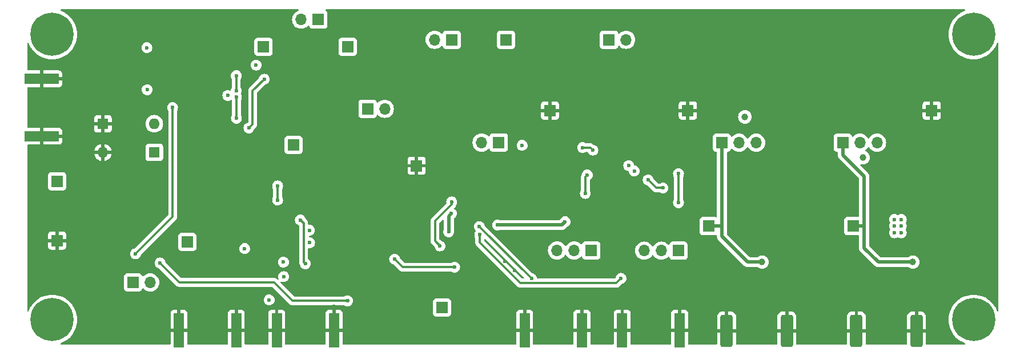
<source format=gbr>
%TF.GenerationSoftware,KiCad,Pcbnew,8.0.2-8.0.2-0~ubuntu20.04.1*%
%TF.CreationDate,2024-05-06T11:04:01+02:00*%
%TF.ProjectId,Receiver Prototype,52656365-6976-4657-9220-50726f746f74,rev?*%
%TF.SameCoordinates,Original*%
%TF.FileFunction,Copper,L4,Bot*%
%TF.FilePolarity,Positive*%
%FSLAX46Y46*%
G04 Gerber Fmt 4.6, Leading zero omitted, Abs format (unit mm)*
G04 Created by KiCad (PCBNEW 8.0.2-8.0.2-0~ubuntu20.04.1) date 2024-05-06 11:04:01*
%MOMM*%
%LPD*%
G01*
G04 APERTURE LIST*
G04 Aperture macros list*
%AMRoundRect*
0 Rectangle with rounded corners*
0 $1 Rounding radius*
0 $2 $3 $4 $5 $6 $7 $8 $9 X,Y pos of 4 corners*
0 Add a 4 corners polygon primitive as box body*
4,1,4,$2,$3,$4,$5,$6,$7,$8,$9,$2,$3,0*
0 Add four circle primitives for the rounded corners*
1,1,$1+$1,$2,$3*
1,1,$1+$1,$4,$5*
1,1,$1+$1,$6,$7*
1,1,$1+$1,$8,$9*
0 Add four rect primitives between the rounded corners*
20,1,$1+$1,$2,$3,$4,$5,0*
20,1,$1+$1,$4,$5,$6,$7,0*
20,1,$1+$1,$6,$7,$8,$9,0*
20,1,$1+$1,$8,$9,$2,$3,0*%
G04 Aperture macros list end*
%TA.AperFunction,ComponentPad*%
%ADD10C,6.400000*%
%TD*%
%TA.AperFunction,ComponentPad*%
%ADD11R,1.700000X1.700000*%
%TD*%
%TA.AperFunction,ComponentPad*%
%ADD12O,1.700000X1.700000*%
%TD*%
%TA.AperFunction,ComponentPad*%
%ADD13R,1.600000X1.600000*%
%TD*%
%TA.AperFunction,ComponentPad*%
%ADD14O,1.600000X1.600000*%
%TD*%
%TA.AperFunction,HeatsinkPad*%
%ADD15C,0.600000*%
%TD*%
%TA.AperFunction,SMDPad,CuDef*%
%ADD16RoundRect,0.295276X0.604724X2.104724X-0.604724X2.104724X-0.604724X-2.104724X0.604724X-2.104724X0*%
%TD*%
%TA.AperFunction,SMDPad,CuDef*%
%ADD17R,5.080000X1.500000*%
%TD*%
%TA.AperFunction,SMDPad,CuDef*%
%ADD18R,1.500000X5.080000*%
%TD*%
%TA.AperFunction,ViaPad*%
%ADD19C,0.600000*%
%TD*%
%TA.AperFunction,ViaPad*%
%ADD20C,1.000000*%
%TD*%
%TA.AperFunction,Conductor*%
%ADD21C,0.300000*%
%TD*%
%TA.AperFunction,Conductor*%
%ADD22C,0.500000*%
%TD*%
%ADD23C,0.300000*%
%ADD24C,0.350000*%
%ADD25C,0.254000*%
G04 APERTURE END LIST*
D10*
%TO.P,H2,1*%
%TO.N,N/C*%
X90950000Y-96550000D03*
%TD*%
D11*
%TO.P,J6,1,Pin_1*%
%TO.N,/I_Filter_Out*%
X173510001Y-55000000D03*
D12*
%TO.P,J6,2,Pin_2*%
%TO.N,/Q_Filter_Out*%
X176050001Y-55000000D03*
%TD*%
D11*
%TO.P,J21,1,Pin_1*%
%TO.N,/IC_Gain*%
X158250000Y-55000000D03*
%TD*%
%TO.P,J19,1,Pin_1*%
%TO.N,/Buff_Out*%
X126750000Y-70625000D03*
%TD*%
%TO.P,J16,1,Pin_1*%
%TO.N,/Buff_In*%
X111000000Y-85000000D03*
%TD*%
D13*
%TO.P,D4,1,K*%
%TO.N,GND*%
X98480000Y-67470000D03*
D14*
%TO.P,D4,2,A*%
%TO.N,Net-(D3-K)*%
X106100000Y-67470000D03*
%TD*%
D11*
%TO.P,J31,1,Pin_1*%
%TO.N,/INB*%
X122293500Y-56030000D03*
%TD*%
%TO.P,J25,1,Pin_1*%
%TO.N,GND*%
X185200000Y-65500000D03*
%TD*%
%TO.P,J5,1,Pin_1*%
%TO.N,GND*%
X221348809Y-65500000D03*
%TD*%
D15*
%TO.P,U4,EPAD,GND*%
%TO.N,GND*%
X215833850Y-81662459D03*
X215833850Y-82662459D03*
X215833850Y-83662459D03*
X216833850Y-81662459D03*
X216833850Y-82662459D03*
X216833850Y-83662459D03*
%TD*%
D11*
%TO.P,J24,1,Pin_1*%
%TO.N,VCC*%
X157162500Y-70250000D03*
D12*
%TO.P,J24,2,Pin_2*%
%TO.N,/VCC_IC*%
X154622500Y-70250000D03*
%TD*%
D11*
%TO.P,J17,1,Pin_1*%
%TO.N,/Reference_Out*%
X137725000Y-65250000D03*
D12*
%TO.P,J17,2,Pin_2*%
X140265000Y-65250000D03*
%TD*%
D11*
%TO.P,J20,1,Pin_1*%
%TO.N,GND*%
X91690000Y-84800000D03*
%TD*%
%TO.P,J15,1,Pin_1*%
%TO.N,/PWR-*%
X188325000Y-82655518D03*
%TD*%
%TO.P,J28,1,Pin_1*%
%TO.N,/INA*%
X134760000Y-56030000D03*
%TD*%
D16*
%TO.P,J14,2,Ext*%
%TO.N,GND*%
X199860000Y-98247500D03*
X190940000Y-98247500D03*
%TD*%
D11*
%TO.P,J2,1,Pin_1*%
%TO.N,/PWR+*%
X209700000Y-82655518D03*
%TD*%
%TO.P,J3,1,Pin_1*%
%TO.N,/Inst_Out*%
X91690000Y-76000000D03*
%TD*%
%TO.P,J18,1,Pin_1*%
%TO.N,/Inst_Out*%
X102960000Y-91000000D03*
D12*
%TO.P,J18,2,Pin_2*%
X105500000Y-91000000D03*
%TD*%
D11*
%TO.P,J10,1,Pin_1*%
%TO.N,GND*%
X144985600Y-73700000D03*
%TD*%
D17*
%TO.P,J4,2,Ext*%
%TO.N,GND*%
X89380000Y-69310000D03*
X89380000Y-60810000D03*
%TD*%
D18*
%TO.P,J12,2,Ext*%
%TO.N,GND*%
X132750000Y-98137500D03*
X124250000Y-98137500D03*
%TD*%
%TO.P,J8,2,Ext*%
%TO.N,GND*%
X183966666Y-98137500D03*
X175466666Y-98137500D03*
%TD*%
D11*
%TO.P,J30,1,Pin_1*%
%TO.N,/Q_Filter_In_Eval*%
X183805000Y-86310000D03*
D12*
%TO.P,J30,2,Pin_2*%
%TO.N,/Q_Filter_In*%
X181265000Y-86310000D03*
%TO.P,J30,3,Pin_3*%
%TO.N,/Q_Filter_In_IC*%
X178725000Y-86310000D03*
%TD*%
D16*
%TO.P,J13,2,Ext*%
%TO.N,GND*%
X219100000Y-98247500D03*
X210180000Y-98247500D03*
%TD*%
D18*
%TO.P,J11,2,Ext*%
%TO.N,GND*%
X118250000Y-98137500D03*
X109750000Y-98137500D03*
%TD*%
D11*
%TO.P,J22,1,Pin_1*%
%TO.N,/IC_IFOP*%
X148750000Y-94750000D03*
%TD*%
D13*
%TO.P,D3,1,K*%
%TO.N,Net-(D3-K)*%
X106100000Y-71720000D03*
D14*
%TO.P,D3,2,A*%
%TO.N,GND*%
X98480000Y-71720000D03*
%TD*%
D11*
%TO.P,J23,1,Pin_1*%
%TO.N,/I_Filter_In_IC*%
X150210000Y-55000000D03*
D12*
%TO.P,J23,2,Pin_2*%
%TO.N,/Q_Filter_In_IC*%
X147670000Y-55000000D03*
%TD*%
D10*
%TO.P,H3,1*%
%TO.N,N/C*%
X227550000Y-96550000D03*
%TD*%
D11*
%TO.P,J9,1,Pin_1*%
%TO.N,GND*%
X164750000Y-65500000D03*
%TD*%
%TO.P,J27,1,Pin_1*%
%TO.N,/PWR-*%
X190250001Y-70281118D03*
D12*
%TO.P,J27,2,Pin_2*%
%TO.N,VEE*%
X192790001Y-70281118D03*
%TO.P,J27,3,Pin_3*%
%TO.N,/VEE_In*%
X195330001Y-70281118D03*
%TD*%
D10*
%TO.P,H4,1*%
%TO.N,N/C*%
X227550000Y-54200000D03*
%TD*%
D11*
%TO.P,J29,1,Pin_1*%
%TO.N,/I_Filter_In_Eval*%
X170880595Y-86260000D03*
D12*
%TO.P,J29,2,Pin_2*%
%TO.N,/I_Filter_In*%
X168340595Y-86260000D03*
%TO.P,J29,3,Pin_3*%
%TO.N,/I_Filter_In_IC*%
X165800595Y-86260000D03*
%TD*%
D11*
%TO.P,J1,1,Pin_1*%
%TO.N,/INA*%
X130420000Y-52020000D03*
D12*
%TO.P,J1,2,Pin_2*%
%TO.N,/INB*%
X127880000Y-52020000D03*
%TD*%
D10*
%TO.P,H1,1*%
%TO.N,N/C*%
X90950000Y-54200000D03*
%TD*%
D11*
%TO.P,J26,1,Pin_1*%
%TO.N,/PWR+*%
X208170000Y-70281118D03*
D12*
%TO.P,J26,2,Pin_2*%
%TO.N,VCC*%
X210710000Y-70281118D03*
%TO.P,J26,3,Pin_3*%
%TO.N,/VCC_In*%
X213250000Y-70281118D03*
%TD*%
D18*
%TO.P,J7,2,Ext*%
%TO.N,GND*%
X169500000Y-98137500D03*
X161000000Y-98137500D03*
%TD*%
D19*
%TO.N,GND*%
X98250000Y-59297499D03*
X197450000Y-96950000D03*
X220275000Y-80350000D03*
X173613333Y-81920000D03*
X88050000Y-85325000D03*
X158640000Y-52830000D03*
X200124750Y-77750000D03*
X118180000Y-84990000D03*
X124425000Y-80250000D03*
X126290000Y-98190000D03*
X202600000Y-87210000D03*
X146265000Y-99110000D03*
X108380000Y-52830000D03*
X163060000Y-96960000D03*
X221725000Y-79100000D03*
X202600000Y-82070000D03*
X230140000Y-74030000D03*
X150951000Y-99110000D03*
X116190000Y-98190000D03*
X197925000Y-92325000D03*
X148608000Y-99110000D03*
X200124750Y-80575000D03*
X185130000Y-75780000D03*
X110920000Y-52830000D03*
X177630000Y-96960000D03*
X92925000Y-69300000D03*
X193300000Y-99110000D03*
X230140000Y-89270000D03*
X167310000Y-99110000D03*
X200124750Y-82070000D03*
X175650000Y-52810000D03*
X195970000Y-52810000D03*
X104050000Y-81000000D03*
X163720000Y-52830000D03*
X193967450Y-85475000D03*
X222732500Y-84760000D03*
X159510000Y-78445000D03*
X88050000Y-90405000D03*
X105840000Y-52830000D03*
X198510000Y-52810000D03*
X143922000Y-99110000D03*
X89380000Y-67184999D03*
X96750000Y-71720000D03*
X125940000Y-81800000D03*
X89380000Y-71250000D03*
X200325000Y-94290000D03*
X97214000Y-99110000D03*
X230140000Y-63870000D03*
X175070000Y-71110000D03*
X185130000Y-78057400D03*
X136630000Y-78790000D03*
X134980000Y-98190000D03*
X171650000Y-99110000D03*
X157980000Y-99110000D03*
X158100000Y-77050000D03*
X136630000Y-73230000D03*
X220275000Y-92371941D03*
X107400000Y-98190000D03*
X230140000Y-71490000D03*
X230140000Y-58790000D03*
X209750000Y-94290000D03*
X139950000Y-85730000D03*
X156100000Y-52830000D03*
X120220000Y-89700000D03*
X181500000Y-74750000D03*
X158750000Y-96960000D03*
X183270000Y-52810000D03*
X172490000Y-96960000D03*
X230140000Y-86730000D03*
X159520000Y-89240000D03*
X141670000Y-82180000D03*
X113600000Y-64625000D03*
X98220000Y-52830000D03*
X109750000Y-94560000D03*
X88050000Y-75165000D03*
X167310000Y-96960000D03*
X185810000Y-52810000D03*
X193300000Y-96950000D03*
X120220000Y-92290000D03*
X111900000Y-98190000D03*
X151020000Y-52830000D03*
X178190000Y-52810000D03*
X142950000Y-82180000D03*
X98200000Y-56315000D03*
X115250000Y-65975000D03*
X124425000Y-83250000D03*
X176576666Y-81920000D03*
X104050000Y-77389999D03*
X153560000Y-52830000D03*
X188063887Y-99110000D03*
X230140000Y-84190000D03*
X178130000Y-71110000D03*
X190890000Y-52810000D03*
X96820000Y-60855000D03*
X116775000Y-86412499D03*
X211210000Y-52810000D03*
X230140000Y-76570000D03*
X203975000Y-83530000D03*
X104050000Y-73525000D03*
X145940000Y-52830000D03*
X113600000Y-61920000D03*
X230140000Y-91810000D03*
X179540000Y-81920000D03*
X146230000Y-91870000D03*
X224210000Y-92800000D03*
X224210000Y-99110000D03*
X218830000Y-52810000D03*
X158090000Y-90610000D03*
X141579000Y-99110000D03*
X171340000Y-52830000D03*
X136630000Y-81550000D03*
X221370000Y-52810000D03*
X180730000Y-52810000D03*
X158110000Y-87920000D03*
X169470000Y-94290000D03*
X152840000Y-90510000D03*
X201050000Y-52810000D03*
X158090000Y-79850000D03*
X88050000Y-72625000D03*
X215040000Y-79546941D03*
X99557000Y-99110000D03*
X202550000Y-99110000D03*
X161000000Y-94290000D03*
X168800000Y-52830000D03*
X121510000Y-93610000D03*
X136893000Y-99110000D03*
X115250000Y-63274999D03*
X181840000Y-96960000D03*
X216770000Y-85746941D03*
X230140000Y-68950000D03*
X161180000Y-52830000D03*
X190475000Y-94290000D03*
X106586000Y-99110000D03*
X136630000Y-84390000D03*
X98200000Y-62325000D03*
X159440000Y-83870000D03*
X159510000Y-75740000D03*
X202600000Y-84760000D03*
X118540000Y-52830000D03*
X201675000Y-79100000D03*
X188063887Y-96950000D03*
X220275000Y-77775000D03*
X206130000Y-52810000D03*
X192200000Y-84275000D03*
X166675000Y-76625000D03*
X159510000Y-81150000D03*
X103300000Y-52830000D03*
X89380000Y-62934999D03*
X135780000Y-52830000D03*
X230140000Y-66410000D03*
X166260000Y-52830000D03*
X222732500Y-87210000D03*
X163060000Y-99110000D03*
X116775000Y-83600000D03*
X92925000Y-60855000D03*
X88050000Y-82785000D03*
X89380000Y-58770000D03*
X123156000Y-67675000D03*
X102250000Y-79380000D03*
X192200000Y-80735401D03*
X88050000Y-77705000D03*
X94871000Y-99110000D03*
X207575000Y-96950000D03*
X197925000Y-89550000D03*
X212500000Y-96950000D03*
X96750000Y-67470000D03*
X98480000Y-69594999D03*
X124290000Y-94560000D03*
X173220000Y-99110000D03*
X188350000Y-52810000D03*
X124550000Y-66475000D03*
X181840000Y-99110000D03*
X116600000Y-58770000D03*
X95680000Y-52830000D03*
X224240000Y-83530000D03*
X132740000Y-94560000D03*
X212500000Y-99110000D03*
X139740000Y-80220000D03*
X166675000Y-74450000D03*
X153294000Y-99110000D03*
X166675000Y-78950000D03*
X177630000Y-99110000D03*
X197450000Y-99110000D03*
X192200000Y-82505200D03*
X171725000Y-74450000D03*
X148800000Y-91870000D03*
X138170000Y-71600000D03*
X102250000Y-75400000D03*
X101900000Y-99110000D03*
X88050000Y-80245000D03*
X202550000Y-96950000D03*
X219625000Y-94290000D03*
X230140000Y-79110000D03*
X113460000Y-52830000D03*
X130580000Y-98190000D03*
X220980000Y-82070000D03*
X203975000Y-85860000D03*
X220275000Y-89396941D03*
X155637000Y-99110000D03*
X98480000Y-73525000D03*
X212500000Y-79546941D03*
X183990000Y-94290000D03*
X215390000Y-85746941D03*
X216750000Y-99110000D03*
X113600000Y-67225000D03*
X143400000Y-52830000D03*
X140860000Y-52830000D03*
X224240000Y-85860000D03*
X138320000Y-52830000D03*
X230140000Y-61330000D03*
X186542776Y-99110000D03*
X121080000Y-52830000D03*
X207575000Y-99110000D03*
X96820000Y-57725000D03*
X208670000Y-52810000D03*
X151370000Y-91870000D03*
X104243000Y-99110000D03*
X199325000Y-91010000D03*
X158050000Y-74250000D03*
X100760000Y-52830000D03*
X136630000Y-75920000D03*
X203590000Y-52810000D03*
X216290000Y-52810000D03*
X118104700Y-57375000D03*
X175540000Y-94290000D03*
X88050000Y-87865000D03*
X141520000Y-85730000D03*
X126500000Y-86750000D03*
X121210000Y-98190000D03*
X193430000Y-52810000D03*
X139236000Y-99110000D03*
X221810000Y-90871941D03*
X116000000Y-52830000D03*
X170650000Y-81920000D03*
X150500000Y-85050000D03*
X222732500Y-82070000D03*
X213750000Y-52810000D03*
X148480000Y-52830000D03*
X173110000Y-52810000D03*
X216750000Y-96950000D03*
X118220000Y-94560000D03*
X186542776Y-96950000D03*
X230140000Y-81650000D03*
%TO.N,/I_Filter_Out*%
X170000000Y-77807400D03*
X170285001Y-75057400D03*
%TO.N,Net-(C11-Pad2)*%
X169600000Y-71000000D03*
X171120000Y-71390000D03*
%TO.N,/Q_Filter_Out*%
X179310001Y-75810001D03*
X181500000Y-77000000D03*
%TO.N,Net-(C13-Pad2)*%
X183810001Y-74875000D03*
X183810000Y-79190000D03*
%TO.N,/Inst_Out*%
X134750000Y-93750000D03*
X108812500Y-65060000D03*
X106950000Y-88130000D03*
X103325000Y-86775000D03*
%TO.N,Net-(U1-OUTA)*%
X118275000Y-63525000D03*
X118275000Y-66650000D03*
%TO.N,Net-(U1-INC+)*%
X120125000Y-68100000D03*
X122390000Y-60860000D03*
%TO.N,/Reference_Out*%
X128490000Y-88250000D03*
X127750000Y-81750000D03*
%TO.N,Net-(U5-IFLO)*%
X150620000Y-88750000D03*
X141730000Y-87550000D03*
%TO.N,/IC_Gain*%
X148450000Y-85610000D03*
X150190000Y-79070000D03*
%TO.N,/VCC_IC*%
X150140000Y-80800000D03*
X149750000Y-83500000D03*
%TO.N,/Buff_Out*%
X124375000Y-78790000D03*
X124375000Y-76700000D03*
D20*
%TO.N,/PWR+*%
X218550000Y-88000000D03*
%TO.N,/PWR-*%
X196183600Y-88000000D03*
D19*
%TO.N,VCC*%
X176425000Y-73675000D03*
X117000000Y-63274999D03*
X105050000Y-62425000D03*
X160630000Y-70670000D03*
D20*
X211175000Y-72500000D03*
D19*
X125280000Y-90150000D03*
X125250000Y-88000000D03*
X123130000Y-93610000D03*
X177250000Y-74480000D03*
%TO.N,VEE*%
X119500000Y-86000000D03*
D20*
X193650000Y-66450000D03*
D19*
X105000000Y-56175000D03*
X157000000Y-82500000D03*
X167000000Y-82000000D03*
X129100000Y-83275000D03*
X118255502Y-62588406D03*
X121190000Y-58770000D03*
X118250500Y-60335500D03*
X129125000Y-85125000D03*
%TO.N,/I_Filter_In_IC*%
X162030000Y-90460000D03*
X154290000Y-82720000D03*
%TO.N,/Q_Filter_In_IC*%
X154350000Y-83940000D03*
X175300000Y-90420000D03*
%TD*%
D21*
%TO.N,/I_Filter_Out*%
X170000000Y-75342401D02*
X170285001Y-75057400D01*
X170000000Y-77807400D02*
X170000000Y-75342401D01*
%TO.N,Net-(C11-Pad2)*%
X170730000Y-71000000D02*
X169600000Y-71000000D01*
X171120000Y-71390000D02*
X170730000Y-71000000D01*
%TO.N,/Q_Filter_Out*%
X180500000Y-77000000D02*
X179310001Y-75810001D01*
X181500000Y-77000000D02*
X180500000Y-77000000D01*
%TO.N,Net-(C13-Pad2)*%
X183810001Y-78067400D02*
X183810001Y-74875000D01*
X183810000Y-78067401D02*
X183810001Y-78067400D01*
X183810000Y-79190000D02*
X183810000Y-78067401D01*
%TO.N,/Inst_Out*%
X126580761Y-93750000D02*
X134750000Y-93750000D01*
X112500000Y-91000000D02*
X123830761Y-91000000D01*
X108812500Y-81287500D02*
X108812500Y-65060000D01*
X109820000Y-91000000D02*
X106950000Y-88130000D01*
X112500000Y-91000000D02*
X109820000Y-91000000D01*
X123830761Y-91000000D02*
X126580761Y-93750000D01*
X103325000Y-86775000D02*
X108812500Y-81287500D01*
%TO.N,Net-(U1-OUTA)*%
X118275000Y-63525000D02*
X118275000Y-66650000D01*
%TO.N,Net-(U1-INC+)*%
X120675000Y-62575000D02*
X122390000Y-60860000D01*
X120125000Y-68100000D02*
X120675000Y-67550000D01*
X120675000Y-67550000D02*
X120675000Y-62575000D01*
%TO.N,/Reference_Out*%
X128250000Y-82250000D02*
X127750000Y-81750000D01*
X128250000Y-88010000D02*
X128250000Y-82250000D01*
X128490000Y-88250000D02*
X128250000Y-88010000D01*
%TO.N,Net-(U5-IFLO)*%
X142930000Y-88750000D02*
X141730000Y-87550000D01*
X150620000Y-88750000D02*
X142930000Y-88750000D01*
%TO.N,/IC_Gain*%
X150190000Y-79070000D02*
X150190000Y-79430000D01*
X147710000Y-84870000D02*
X148450000Y-85610000D01*
X147710000Y-81910000D02*
X147710000Y-84870000D01*
X150190000Y-79430000D02*
X147710000Y-81910000D01*
D22*
%TO.N,/VCC_IC*%
X149750000Y-81190000D02*
X150140000Y-80800000D01*
X149750000Y-83500000D02*
X149750000Y-81190000D01*
D21*
%TO.N,/Buff_Out*%
X124375000Y-78790000D02*
X124375000Y-76700000D01*
D22*
%TO.N,/PWR+*%
X211325000Y-82650000D02*
X211325000Y-75275000D01*
X209700000Y-82655518D02*
X211319482Y-82655518D01*
X208170000Y-72120000D02*
X208170000Y-70281118D01*
X211319482Y-82655518D02*
X211325000Y-82650000D01*
X211325000Y-75275000D02*
X208170000Y-72120000D01*
X213425000Y-88000000D02*
X211325000Y-85900000D01*
X218550000Y-88000000D02*
X213425000Y-88000000D01*
X211325000Y-85900000D02*
X211325000Y-82650000D01*
%TO.N,/PWR-*%
X188325000Y-82655518D02*
X190205519Y-82655518D01*
X190205519Y-82655518D02*
X190250001Y-82700000D01*
X196150000Y-88000000D02*
X194075000Y-88000000D01*
X190250001Y-84175001D02*
X190250001Y-82700000D01*
X194075000Y-88000000D02*
X190250001Y-84175001D01*
X190250001Y-82700000D02*
X190250001Y-70281118D01*
D21*
%TO.N,VEE*%
X118255502Y-60340502D02*
X118255502Y-62588406D01*
X118250500Y-60335500D02*
X118255502Y-60340502D01*
D22*
X167000000Y-82000000D02*
X166500000Y-82500000D01*
X166500000Y-82500000D02*
X157000000Y-82500000D01*
D21*
%TO.N,/I_Filter_In_IC*%
X162030000Y-90460000D02*
X154290000Y-82720000D01*
%TO.N,/Q_Filter_In_IC*%
X175300000Y-90420000D02*
X174610000Y-91110000D01*
X160380761Y-91110000D02*
X154350000Y-85079239D01*
X174610000Y-91110000D02*
X160380761Y-91110000D01*
X154350000Y-85079239D02*
X154350000Y-83940000D01*
%TD*%
%TA.AperFunction,Conductor*%
%TO.N,GND*%
G36*
X155205703Y-84556095D02*
G01*
X155212181Y-84562127D01*
X160897873Y-90247819D01*
X160931358Y-90309142D01*
X160926374Y-90378834D01*
X160884502Y-90434767D01*
X160819038Y-90459184D01*
X160810192Y-90459500D01*
X160701569Y-90459500D01*
X160634530Y-90439815D01*
X160613888Y-90423181D01*
X155036819Y-84846112D01*
X155003334Y-84784789D01*
X155000500Y-84758431D01*
X155000500Y-84649808D01*
X155020185Y-84582769D01*
X155072989Y-84537014D01*
X155142147Y-84527070D01*
X155205703Y-84556095D01*
G37*
%TD.AperFunction*%
%TA.AperFunction,Conductor*%
G36*
X127458123Y-50520174D02*
G01*
X127503878Y-50572978D01*
X127513822Y-50642136D01*
X127484797Y-50705692D01*
X127426019Y-50743466D01*
X127423176Y-50744264D01*
X127416346Y-50746093D01*
X127416335Y-50746098D01*
X127202171Y-50845964D01*
X127202169Y-50845965D01*
X127008597Y-50981505D01*
X126841505Y-51148597D01*
X126705965Y-51342169D01*
X126705964Y-51342171D01*
X126606098Y-51556335D01*
X126606094Y-51556344D01*
X126544938Y-51784586D01*
X126544936Y-51784596D01*
X126524341Y-52019999D01*
X126524341Y-52020000D01*
X126544936Y-52255403D01*
X126544938Y-52255413D01*
X126606094Y-52483655D01*
X126606096Y-52483659D01*
X126606097Y-52483663D01*
X126690499Y-52664663D01*
X126705965Y-52697830D01*
X126705967Y-52697834D01*
X126767130Y-52785183D01*
X126841505Y-52891401D01*
X127008599Y-53058495D01*
X127105384Y-53126265D01*
X127202165Y-53194032D01*
X127202167Y-53194033D01*
X127202170Y-53194035D01*
X127416337Y-53293903D01*
X127644592Y-53355063D01*
X127821034Y-53370500D01*
X127879999Y-53375659D01*
X127880000Y-53375659D01*
X127880001Y-53375659D01*
X127938966Y-53370500D01*
X128115408Y-53355063D01*
X128343663Y-53293903D01*
X128557830Y-53194035D01*
X128751401Y-53058495D01*
X128873329Y-52936566D01*
X128934648Y-52903084D01*
X129004340Y-52908068D01*
X129060274Y-52949939D01*
X129077189Y-52980917D01*
X129126202Y-53112328D01*
X129126206Y-53112335D01*
X129212452Y-53227544D01*
X129212455Y-53227547D01*
X129327664Y-53313793D01*
X129327671Y-53313797D01*
X129462517Y-53364091D01*
X129462516Y-53364091D01*
X129469444Y-53364835D01*
X129522127Y-53370500D01*
X131317872Y-53370499D01*
X131377483Y-53364091D01*
X131512331Y-53313796D01*
X131627546Y-53227546D01*
X131713796Y-53112331D01*
X131764091Y-52977483D01*
X131770500Y-52917873D01*
X131770499Y-51122128D01*
X131764091Y-51062517D01*
X131762810Y-51059083D01*
X131713797Y-50927671D01*
X131713793Y-50927664D01*
X131627547Y-50812455D01*
X131627544Y-50812452D01*
X131509061Y-50723755D01*
X131467190Y-50667821D01*
X131462206Y-50598130D01*
X131495692Y-50536807D01*
X131557015Y-50503323D01*
X131583372Y-50500489D01*
X226192533Y-50500489D01*
X226259572Y-50520174D01*
X226305327Y-50572978D01*
X226315271Y-50642136D01*
X226286246Y-50705692D01*
X226236971Y-50740253D01*
X226042802Y-50814787D01*
X225697206Y-50990877D01*
X225371917Y-51202122D01*
X225070488Y-51446215D01*
X225070480Y-51446222D01*
X224796222Y-51720480D01*
X224796215Y-51720488D01*
X224552122Y-52021917D01*
X224340877Y-52347206D01*
X224164787Y-52692802D01*
X224025788Y-53054905D01*
X223925397Y-53429570D01*
X223925397Y-53429572D01*
X223864722Y-53812660D01*
X223844422Y-54199999D01*
X223844422Y-54200000D01*
X223864722Y-54587339D01*
X223901961Y-54822455D01*
X223925398Y-54970433D01*
X223933320Y-55000000D01*
X224025788Y-55345094D01*
X224164787Y-55707197D01*
X224340877Y-56052793D01*
X224552122Y-56378082D01*
X224552124Y-56378084D01*
X224796219Y-56679516D01*
X225070484Y-56953781D01*
X225238375Y-57089737D01*
X225371917Y-57197877D01*
X225653132Y-57380500D01*
X225697211Y-57409125D01*
X226042806Y-57585214D01*
X226404913Y-57724214D01*
X226779567Y-57824602D01*
X227162662Y-57885278D01*
X227528576Y-57904455D01*
X227549999Y-57905578D01*
X227550000Y-57905578D01*
X227550001Y-57905578D01*
X227570301Y-57904514D01*
X227937338Y-57885278D01*
X228320433Y-57824602D01*
X228695087Y-57724214D01*
X229057194Y-57585214D01*
X229402789Y-57409125D01*
X229728084Y-57197876D01*
X230029516Y-56953781D01*
X230303781Y-56679516D01*
X230547876Y-56378084D01*
X230759125Y-56052789D01*
X230935214Y-55707194D01*
X231009747Y-55513026D01*
X231052149Y-55457496D01*
X231117843Y-55433703D01*
X231185971Y-55449205D01*
X231234904Y-55499078D01*
X231249511Y-55557466D01*
X231249511Y-95192533D01*
X231229826Y-95259572D01*
X231177022Y-95305327D01*
X231107864Y-95315271D01*
X231044308Y-95286246D01*
X231009747Y-95236971D01*
X230992689Y-95192533D01*
X230935214Y-95042806D01*
X230759125Y-94697211D01*
X230615332Y-94475789D01*
X230547877Y-94371917D01*
X230327296Y-94099523D01*
X230303781Y-94070484D01*
X230029516Y-93796219D01*
X229799550Y-93609996D01*
X229728082Y-93552122D01*
X229402793Y-93340877D01*
X229057197Y-93164787D01*
X228695094Y-93025788D01*
X228689205Y-93024210D01*
X228320433Y-92925398D01*
X228320429Y-92925397D01*
X228320428Y-92925397D01*
X227937339Y-92864722D01*
X227550001Y-92844422D01*
X227549999Y-92844422D01*
X227162660Y-92864722D01*
X226779572Y-92925397D01*
X226779570Y-92925397D01*
X226404905Y-93025788D01*
X226042802Y-93164787D01*
X225697206Y-93340877D01*
X225371917Y-93552122D01*
X225070488Y-93796215D01*
X225070480Y-93796222D01*
X224796222Y-94070480D01*
X224796215Y-94070488D01*
X224552122Y-94371917D01*
X224340877Y-94697206D01*
X224164787Y-95042802D01*
X224025788Y-95404905D01*
X223925397Y-95779570D01*
X223925397Y-95779572D01*
X223874568Y-96100499D01*
X223864722Y-96162662D01*
X223844422Y-96550000D01*
X223864722Y-96937338D01*
X223925398Y-97320433D01*
X223991825Y-97568344D01*
X224025788Y-97695094D01*
X224164787Y-98057197D01*
X224340877Y-98402793D01*
X224552122Y-98728082D01*
X224552124Y-98728084D01*
X224796219Y-99029516D01*
X225070484Y-99303781D01*
X225070488Y-99303784D01*
X225371917Y-99547877D01*
X225650274Y-99728644D01*
X225697211Y-99759125D01*
X226042806Y-99935214D01*
X226236943Y-100009736D01*
X226292475Y-100052138D01*
X226316268Y-100117832D01*
X226300766Y-100185960D01*
X226250893Y-100234893D01*
X226192505Y-100249500D01*
X220624000Y-100249500D01*
X220556961Y-100229815D01*
X220511206Y-100177011D01*
X220500000Y-100125500D01*
X220500000Y-98497500D01*
X217700001Y-98497500D01*
X217700001Y-100125500D01*
X217680316Y-100192539D01*
X217627512Y-100238294D01*
X217576001Y-100249500D01*
X211704000Y-100249500D01*
X211636961Y-100229815D01*
X211591206Y-100177011D01*
X211580000Y-100125500D01*
X211580000Y-98497500D01*
X208780001Y-98497500D01*
X208780001Y-100125500D01*
X208760316Y-100192539D01*
X208707512Y-100238294D01*
X208656001Y-100249500D01*
X201384000Y-100249500D01*
X201316961Y-100229815D01*
X201271206Y-100177011D01*
X201260000Y-100125500D01*
X201260000Y-98497500D01*
X198460001Y-98497500D01*
X198460001Y-100125500D01*
X198440316Y-100192539D01*
X198387512Y-100238294D01*
X198336001Y-100249500D01*
X192464000Y-100249500D01*
X192396961Y-100229815D01*
X192351206Y-100177011D01*
X192340000Y-100125500D01*
X192340000Y-98497500D01*
X189540001Y-98497500D01*
X189540001Y-100125500D01*
X189520316Y-100192539D01*
X189467512Y-100238294D01*
X189416001Y-100249500D01*
X185340666Y-100249500D01*
X185273627Y-100229815D01*
X185227872Y-100177011D01*
X185216666Y-100125500D01*
X185216666Y-98387500D01*
X182716666Y-98387500D01*
X182716666Y-100125500D01*
X182696981Y-100192539D01*
X182644177Y-100238294D01*
X182592666Y-100249500D01*
X176840666Y-100249500D01*
X176773627Y-100229815D01*
X176727872Y-100177011D01*
X176716666Y-100125500D01*
X176716666Y-98387500D01*
X174216666Y-98387500D01*
X174216666Y-100125500D01*
X174196981Y-100192539D01*
X174144177Y-100238294D01*
X174092666Y-100249500D01*
X170874000Y-100249500D01*
X170806961Y-100229815D01*
X170761206Y-100177011D01*
X170750000Y-100125500D01*
X170750000Y-98387500D01*
X168250000Y-98387500D01*
X168250000Y-100125500D01*
X168230315Y-100192539D01*
X168177511Y-100238294D01*
X168126000Y-100249500D01*
X162374000Y-100249500D01*
X162306961Y-100229815D01*
X162261206Y-100177011D01*
X162250000Y-100125500D01*
X162250000Y-98387500D01*
X159750000Y-98387500D01*
X159750000Y-100125500D01*
X159730315Y-100192539D01*
X159677511Y-100238294D01*
X159626000Y-100249500D01*
X134124000Y-100249500D01*
X134056961Y-100229815D01*
X134011206Y-100177011D01*
X134000000Y-100125500D01*
X134000000Y-98387500D01*
X131500000Y-98387500D01*
X131500000Y-100125500D01*
X131480315Y-100192539D01*
X131427511Y-100238294D01*
X131376000Y-100249500D01*
X125624000Y-100249500D01*
X125556961Y-100229815D01*
X125511206Y-100177011D01*
X125500000Y-100125500D01*
X125500000Y-98387500D01*
X123000000Y-98387500D01*
X123000000Y-100125500D01*
X122980315Y-100192539D01*
X122927511Y-100238294D01*
X122876000Y-100249500D01*
X119624000Y-100249500D01*
X119556961Y-100229815D01*
X119511206Y-100177011D01*
X119500000Y-100125500D01*
X119500000Y-98387500D01*
X117000000Y-98387500D01*
X117000000Y-100125500D01*
X116980315Y-100192539D01*
X116927511Y-100238294D01*
X116876000Y-100249500D01*
X111124000Y-100249500D01*
X111056961Y-100229815D01*
X111011206Y-100177011D01*
X111000000Y-100125500D01*
X111000000Y-98387500D01*
X108500000Y-98387500D01*
X108500000Y-100125500D01*
X108480315Y-100192539D01*
X108427511Y-100238294D01*
X108376000Y-100249500D01*
X92307495Y-100249500D01*
X92240456Y-100229815D01*
X92194701Y-100177011D01*
X92184757Y-100107853D01*
X92213782Y-100044297D01*
X92263056Y-100009736D01*
X92457194Y-99935214D01*
X92802789Y-99759125D01*
X93128084Y-99547876D01*
X93429516Y-99303781D01*
X93703781Y-99029516D01*
X93947876Y-98728084D01*
X94159125Y-98402789D01*
X94335214Y-98057194D01*
X94474214Y-97695087D01*
X94574602Y-97320433D01*
X94635278Y-96937338D01*
X94655578Y-96550000D01*
X94635278Y-96162662D01*
X94574602Y-95779567D01*
X94512997Y-95549655D01*
X108500000Y-95549655D01*
X108500000Y-97887500D01*
X109500000Y-97887500D01*
X110000000Y-97887500D01*
X111000000Y-97887500D01*
X111000000Y-95549672D01*
X110999999Y-95549655D01*
X117000000Y-95549655D01*
X117000000Y-97887500D01*
X118000000Y-97887500D01*
X118500000Y-97887500D01*
X119500000Y-97887500D01*
X119500000Y-95549672D01*
X119499999Y-95549655D01*
X123000000Y-95549655D01*
X123000000Y-97887500D01*
X124000000Y-97887500D01*
X124500000Y-97887500D01*
X125500000Y-97887500D01*
X125500000Y-95549672D01*
X125499999Y-95549655D01*
X131500000Y-95549655D01*
X131500000Y-97887500D01*
X132500000Y-97887500D01*
X133000000Y-97887500D01*
X134000000Y-97887500D01*
X134000000Y-95549672D01*
X133999999Y-95549655D01*
X133993598Y-95490127D01*
X133993596Y-95490120D01*
X133943354Y-95355413D01*
X133943350Y-95355406D01*
X133857190Y-95240312D01*
X133857187Y-95240309D01*
X133742093Y-95154149D01*
X133742086Y-95154145D01*
X133607379Y-95103903D01*
X133607372Y-95103901D01*
X133547844Y-95097500D01*
X133000000Y-95097500D01*
X133000000Y-97887500D01*
X132500000Y-97887500D01*
X132500000Y-95097500D01*
X131952155Y-95097500D01*
X131892627Y-95103901D01*
X131892620Y-95103903D01*
X131757913Y-95154145D01*
X131757906Y-95154149D01*
X131642812Y-95240309D01*
X131642809Y-95240312D01*
X131556649Y-95355406D01*
X131556645Y-95355413D01*
X131506403Y-95490120D01*
X131506401Y-95490127D01*
X131500000Y-95549655D01*
X125499999Y-95549655D01*
X125493598Y-95490127D01*
X125493596Y-95490120D01*
X125443354Y-95355413D01*
X125443350Y-95355406D01*
X125357190Y-95240312D01*
X125357187Y-95240309D01*
X125242093Y-95154149D01*
X125242086Y-95154145D01*
X125107379Y-95103903D01*
X125107372Y-95103901D01*
X125047844Y-95097500D01*
X124500000Y-95097500D01*
X124500000Y-97887500D01*
X124000000Y-97887500D01*
X124000000Y-95097500D01*
X123452155Y-95097500D01*
X123392627Y-95103901D01*
X123392620Y-95103903D01*
X123257913Y-95154145D01*
X123257906Y-95154149D01*
X123142812Y-95240309D01*
X123142809Y-95240312D01*
X123056649Y-95355406D01*
X123056645Y-95355413D01*
X123006403Y-95490120D01*
X123006401Y-95490127D01*
X123000000Y-95549655D01*
X119499999Y-95549655D01*
X119493598Y-95490127D01*
X119493596Y-95490120D01*
X119443354Y-95355413D01*
X119443350Y-95355406D01*
X119357190Y-95240312D01*
X119357187Y-95240309D01*
X119242093Y-95154149D01*
X119242086Y-95154145D01*
X119107379Y-95103903D01*
X119107372Y-95103901D01*
X119047844Y-95097500D01*
X118500000Y-95097500D01*
X118500000Y-97887500D01*
X118000000Y-97887500D01*
X118000000Y-95097500D01*
X117452155Y-95097500D01*
X117392627Y-95103901D01*
X117392620Y-95103903D01*
X117257913Y-95154145D01*
X117257906Y-95154149D01*
X117142812Y-95240309D01*
X117142809Y-95240312D01*
X117056649Y-95355406D01*
X117056645Y-95355413D01*
X117006403Y-95490120D01*
X117006401Y-95490127D01*
X117000000Y-95549655D01*
X110999999Y-95549655D01*
X110993598Y-95490127D01*
X110993596Y-95490120D01*
X110943354Y-95355413D01*
X110943350Y-95355406D01*
X110857190Y-95240312D01*
X110857187Y-95240309D01*
X110742093Y-95154149D01*
X110742086Y-95154145D01*
X110607379Y-95103903D01*
X110607372Y-95103901D01*
X110547844Y-95097500D01*
X110000000Y-95097500D01*
X110000000Y-97887500D01*
X109500000Y-97887500D01*
X109500000Y-95097500D01*
X108952155Y-95097500D01*
X108892627Y-95103901D01*
X108892620Y-95103903D01*
X108757913Y-95154145D01*
X108757906Y-95154149D01*
X108642812Y-95240309D01*
X108642809Y-95240312D01*
X108556649Y-95355406D01*
X108556645Y-95355413D01*
X108506403Y-95490120D01*
X108506401Y-95490127D01*
X108500000Y-95549655D01*
X94512997Y-95549655D01*
X94474214Y-95404913D01*
X94335214Y-95042806D01*
X94159125Y-94697211D01*
X94015332Y-94475789D01*
X93947877Y-94371917D01*
X93727296Y-94099523D01*
X93703781Y-94070484D01*
X93429516Y-93796219D01*
X93199550Y-93609996D01*
X122324435Y-93609996D01*
X122324435Y-93610003D01*
X122344630Y-93789249D01*
X122344631Y-93789254D01*
X122404211Y-93959523D01*
X122500184Y-94112262D01*
X122627738Y-94239816D01*
X122780478Y-94335789D01*
X122906297Y-94379815D01*
X122950745Y-94395368D01*
X122950750Y-94395369D01*
X123129996Y-94415565D01*
X123130000Y-94415565D01*
X123130004Y-94415565D01*
X123309249Y-94395369D01*
X123309252Y-94395368D01*
X123309255Y-94395368D01*
X123479522Y-94335789D01*
X123632262Y-94239816D01*
X123759816Y-94112262D01*
X123855789Y-93959522D01*
X123915368Y-93789255D01*
X123919791Y-93750000D01*
X123935565Y-93610003D01*
X123935565Y-93609996D01*
X123915369Y-93430750D01*
X123915368Y-93430745D01*
X123855789Y-93260478D01*
X123759816Y-93107738D01*
X123632262Y-92980184D01*
X123545071Y-92925398D01*
X123479523Y-92884211D01*
X123309254Y-92824631D01*
X123309249Y-92824630D01*
X123130004Y-92804435D01*
X123129996Y-92804435D01*
X122950750Y-92824630D01*
X122950745Y-92824631D01*
X122780476Y-92884211D01*
X122627737Y-92980184D01*
X122500184Y-93107737D01*
X122404211Y-93260476D01*
X122344631Y-93430745D01*
X122344630Y-93430750D01*
X122324435Y-93609996D01*
X93199550Y-93609996D01*
X93128082Y-93552122D01*
X92802793Y-93340877D01*
X92457197Y-93164787D01*
X92095094Y-93025788D01*
X92089205Y-93024210D01*
X91720433Y-92925398D01*
X91720429Y-92925397D01*
X91720428Y-92925397D01*
X91337339Y-92864722D01*
X90950001Y-92844422D01*
X90949999Y-92844422D01*
X90562660Y-92864722D01*
X90179572Y-92925397D01*
X90179570Y-92925397D01*
X89804905Y-93025788D01*
X89442802Y-93164787D01*
X89097206Y-93340877D01*
X88771917Y-93552122D01*
X88470488Y-93796215D01*
X88470480Y-93796222D01*
X88196222Y-94070480D01*
X88196215Y-94070488D01*
X87952122Y-94371917D01*
X87740877Y-94697206D01*
X87564787Y-95042802D01*
X87490253Y-95236971D01*
X87447851Y-95292503D01*
X87382157Y-95316296D01*
X87314028Y-95300794D01*
X87265096Y-95250921D01*
X87250489Y-95192533D01*
X87250489Y-90102135D01*
X101609500Y-90102135D01*
X101609500Y-91897870D01*
X101609501Y-91897876D01*
X101615908Y-91957483D01*
X101666202Y-92092328D01*
X101666206Y-92092335D01*
X101752452Y-92207544D01*
X101752455Y-92207547D01*
X101867664Y-92293793D01*
X101867671Y-92293797D01*
X102002517Y-92344091D01*
X102002516Y-92344091D01*
X102009444Y-92344835D01*
X102062127Y-92350500D01*
X103857872Y-92350499D01*
X103917483Y-92344091D01*
X104052331Y-92293796D01*
X104167546Y-92207546D01*
X104253796Y-92092331D01*
X104302810Y-91960916D01*
X104344681Y-91904984D01*
X104410145Y-91880566D01*
X104478418Y-91895417D01*
X104506673Y-91916569D01*
X104628599Y-92038495D01*
X104725384Y-92106265D01*
X104822165Y-92174032D01*
X104822167Y-92174033D01*
X104822170Y-92174035D01*
X105036337Y-92273903D01*
X105264592Y-92335063D01*
X105441034Y-92350500D01*
X105499999Y-92355659D01*
X105500000Y-92355659D01*
X105500001Y-92355659D01*
X105558966Y-92350500D01*
X105735408Y-92335063D01*
X105963663Y-92273903D01*
X106177830Y-92174035D01*
X106371401Y-92038495D01*
X106538495Y-91871401D01*
X106674035Y-91677830D01*
X106773903Y-91463663D01*
X106835063Y-91235408D01*
X106855659Y-91000000D01*
X106835063Y-90764592D01*
X106773903Y-90536337D01*
X106674035Y-90322171D01*
X106673757Y-90321773D01*
X106538494Y-90128597D01*
X106371402Y-89961506D01*
X106371395Y-89961501D01*
X106366019Y-89957737D01*
X106294518Y-89907671D01*
X106177834Y-89825967D01*
X106177830Y-89825965D01*
X106123169Y-89800476D01*
X105963663Y-89726097D01*
X105963659Y-89726096D01*
X105963655Y-89726094D01*
X105735413Y-89664938D01*
X105735403Y-89664936D01*
X105500001Y-89644341D01*
X105499999Y-89644341D01*
X105264596Y-89664936D01*
X105264586Y-89664938D01*
X105036344Y-89726094D01*
X105036335Y-89726098D01*
X104822171Y-89825964D01*
X104822169Y-89825965D01*
X104628600Y-89961503D01*
X104506673Y-90083430D01*
X104445350Y-90116914D01*
X104375658Y-90111930D01*
X104319725Y-90070058D01*
X104302810Y-90039081D01*
X104253797Y-89907671D01*
X104253793Y-89907664D01*
X104167547Y-89792455D01*
X104167544Y-89792452D01*
X104052335Y-89706206D01*
X104052328Y-89706202D01*
X103917482Y-89655908D01*
X103917483Y-89655908D01*
X103857883Y-89649501D01*
X103857881Y-89649500D01*
X103857873Y-89649500D01*
X103857864Y-89649500D01*
X102062129Y-89649500D01*
X102062123Y-89649501D01*
X102002516Y-89655908D01*
X101867671Y-89706202D01*
X101867664Y-89706206D01*
X101752455Y-89792452D01*
X101752452Y-89792455D01*
X101666206Y-89907664D01*
X101666202Y-89907671D01*
X101615908Y-90042517D01*
X101609501Y-90102116D01*
X101609500Y-90102135D01*
X87250489Y-90102135D01*
X87250489Y-88129996D01*
X106144435Y-88129996D01*
X106144435Y-88130003D01*
X106164630Y-88309249D01*
X106164631Y-88309254D01*
X106224211Y-88479523D01*
X106281530Y-88570745D01*
X106320184Y-88632262D01*
X106447738Y-88759816D01*
X106520547Y-88805565D01*
X106568845Y-88835913D01*
X106600478Y-88855789D01*
X106770745Y-88915368D01*
X106777974Y-88916182D01*
X106842388Y-88943246D01*
X106851776Y-88951722D01*
X109405325Y-91505272D01*
X109405326Y-91505273D01*
X109405329Y-91505275D01*
X109405331Y-91505277D01*
X109511873Y-91576465D01*
X109630256Y-91625501D01*
X109630260Y-91625501D01*
X109630261Y-91625502D01*
X109755928Y-91650500D01*
X109755931Y-91650500D01*
X112435931Y-91650500D01*
X123509953Y-91650500D01*
X123576992Y-91670185D01*
X123597634Y-91686819D01*
X126166085Y-94255271D01*
X126166088Y-94255274D01*
X126166091Y-94255276D01*
X126197236Y-94276086D01*
X126272634Y-94326465D01*
X126391017Y-94375501D01*
X126391021Y-94375501D01*
X126391022Y-94375502D01*
X126516689Y-94400500D01*
X126516692Y-94400500D01*
X134244932Y-94400500D01*
X134310904Y-94419506D01*
X134400477Y-94475789D01*
X134400481Y-94475790D01*
X134570737Y-94535366D01*
X134570743Y-94535367D01*
X134570745Y-94535368D01*
X134570746Y-94535368D01*
X134570750Y-94535369D01*
X134749996Y-94555565D01*
X134750000Y-94555565D01*
X134750004Y-94555565D01*
X134929249Y-94535369D01*
X134929252Y-94535368D01*
X134929255Y-94535368D01*
X135099522Y-94475789D01*
X135252262Y-94379816D01*
X135379816Y-94252262D01*
X135475789Y-94099522D01*
X135535368Y-93929255D01*
X135535369Y-93929249D01*
X135544058Y-93852135D01*
X147399500Y-93852135D01*
X147399500Y-95647870D01*
X147399501Y-95647876D01*
X147405908Y-95707483D01*
X147456202Y-95842328D01*
X147456206Y-95842335D01*
X147542452Y-95957544D01*
X147542455Y-95957547D01*
X147657664Y-96043793D01*
X147657671Y-96043797D01*
X147792517Y-96094091D01*
X147792516Y-96094091D01*
X147799444Y-96094835D01*
X147852127Y-96100500D01*
X149647872Y-96100499D01*
X149707483Y-96094091D01*
X149842331Y-96043796D01*
X149957546Y-95957546D01*
X150043796Y-95842331D01*
X150094091Y-95707483D01*
X150100500Y-95647873D01*
X150100500Y-95549655D01*
X159750000Y-95549655D01*
X159750000Y-97887500D01*
X160750000Y-97887500D01*
X161250000Y-97887500D01*
X162250000Y-97887500D01*
X162250000Y-95549672D01*
X162249999Y-95549655D01*
X168250000Y-95549655D01*
X168250000Y-97887500D01*
X169250000Y-97887500D01*
X169750000Y-97887500D01*
X170750000Y-97887500D01*
X170750000Y-95549672D01*
X170749999Y-95549655D01*
X174216666Y-95549655D01*
X174216666Y-97887500D01*
X175216666Y-97887500D01*
X175716666Y-97887500D01*
X176716666Y-97887500D01*
X176716666Y-95549672D01*
X176716665Y-95549655D01*
X182716666Y-95549655D01*
X182716666Y-97887500D01*
X183716666Y-97887500D01*
X184216666Y-97887500D01*
X185216666Y-97887500D01*
X185216666Y-96098108D01*
X189540000Y-96098108D01*
X189540000Y-97997500D01*
X190690000Y-97997500D01*
X191190000Y-97997500D01*
X192339999Y-97997500D01*
X192339999Y-96098115D01*
X192339998Y-96098108D01*
X198460000Y-96098108D01*
X198460000Y-97997500D01*
X199610000Y-97997500D01*
X200110000Y-97997500D01*
X201259999Y-97997500D01*
X201259999Y-96098115D01*
X201259998Y-96098108D01*
X208780000Y-96098108D01*
X208780000Y-97997500D01*
X209930000Y-97997500D01*
X210430000Y-97997500D01*
X211579999Y-97997500D01*
X211579999Y-96098115D01*
X211579998Y-96098108D01*
X217700000Y-96098108D01*
X217700000Y-97997500D01*
X218850000Y-97997500D01*
X219350000Y-97997500D01*
X220499999Y-97997500D01*
X220499999Y-96098115D01*
X220499998Y-96098107D01*
X220484968Y-95964693D01*
X220425776Y-95795533D01*
X220425775Y-95795532D01*
X220330431Y-95643793D01*
X220203706Y-95517068D01*
X220051967Y-95421724D01*
X220051969Y-95421724D01*
X219882808Y-95362532D01*
X219882803Y-95362531D01*
X219749391Y-95347500D01*
X219350000Y-95347500D01*
X219350000Y-97997500D01*
X218850000Y-97997500D01*
X218850000Y-95347500D01*
X218450615Y-95347500D01*
X218450607Y-95347501D01*
X218317193Y-95362531D01*
X218148033Y-95421723D01*
X218148032Y-95421724D01*
X217996293Y-95517068D01*
X217869568Y-95643793D01*
X217774224Y-95795531D01*
X217715032Y-95964691D01*
X217715031Y-95964696D01*
X217700000Y-96098108D01*
X211579998Y-96098108D01*
X211579998Y-96098107D01*
X211564968Y-95964693D01*
X211505776Y-95795533D01*
X211505775Y-95795532D01*
X211410431Y-95643793D01*
X211283706Y-95517068D01*
X211131967Y-95421724D01*
X211131969Y-95421724D01*
X210962808Y-95362532D01*
X210962803Y-95362531D01*
X210829391Y-95347500D01*
X210430000Y-95347500D01*
X210430000Y-97997500D01*
X209930000Y-97997500D01*
X209930000Y-95347500D01*
X209530615Y-95347500D01*
X209530607Y-95347501D01*
X209397193Y-95362531D01*
X209228033Y-95421723D01*
X209228032Y-95421724D01*
X209076293Y-95517068D01*
X208949568Y-95643793D01*
X208854224Y-95795531D01*
X208795032Y-95964691D01*
X208795031Y-95964696D01*
X208780000Y-96098108D01*
X201259998Y-96098108D01*
X201259998Y-96098107D01*
X201244968Y-95964693D01*
X201185776Y-95795533D01*
X201185775Y-95795532D01*
X201090431Y-95643793D01*
X200963706Y-95517068D01*
X200811967Y-95421724D01*
X200811969Y-95421724D01*
X200642808Y-95362532D01*
X200642803Y-95362531D01*
X200509391Y-95347500D01*
X200110000Y-95347500D01*
X200110000Y-97997500D01*
X199610000Y-97997500D01*
X199610000Y-95347500D01*
X199210615Y-95347500D01*
X199210607Y-95347501D01*
X199077193Y-95362531D01*
X198908033Y-95421723D01*
X198908032Y-95421724D01*
X198756293Y-95517068D01*
X198629568Y-95643793D01*
X198534224Y-95795531D01*
X198475032Y-95964691D01*
X198475031Y-95964696D01*
X198460000Y-96098108D01*
X192339998Y-96098108D01*
X192339998Y-96098107D01*
X192324968Y-95964693D01*
X192265776Y-95795533D01*
X192265775Y-95795532D01*
X192170431Y-95643793D01*
X192043706Y-95517068D01*
X191891967Y-95421724D01*
X191891969Y-95421724D01*
X191722808Y-95362532D01*
X191722803Y-95362531D01*
X191589391Y-95347500D01*
X191190000Y-95347500D01*
X191190000Y-97997500D01*
X190690000Y-97997500D01*
X190690000Y-95347500D01*
X190290615Y-95347500D01*
X190290607Y-95347501D01*
X190157193Y-95362531D01*
X189988033Y-95421723D01*
X189988032Y-95421724D01*
X189836293Y-95517068D01*
X189709568Y-95643793D01*
X189614224Y-95795531D01*
X189555032Y-95964691D01*
X189555031Y-95964696D01*
X189540000Y-96098108D01*
X185216666Y-96098108D01*
X185216666Y-95549672D01*
X185216665Y-95549655D01*
X185210264Y-95490127D01*
X185210262Y-95490120D01*
X185160020Y-95355413D01*
X185160016Y-95355406D01*
X185073856Y-95240312D01*
X185073853Y-95240309D01*
X184958759Y-95154149D01*
X184958752Y-95154145D01*
X184824045Y-95103903D01*
X184824038Y-95103901D01*
X184764510Y-95097500D01*
X184216666Y-95097500D01*
X184216666Y-97887500D01*
X183716666Y-97887500D01*
X183716666Y-95097500D01*
X183168821Y-95097500D01*
X183109293Y-95103901D01*
X183109286Y-95103903D01*
X182974579Y-95154145D01*
X182974572Y-95154149D01*
X182859478Y-95240309D01*
X182859475Y-95240312D01*
X182773315Y-95355406D01*
X182773311Y-95355413D01*
X182723069Y-95490120D01*
X182723067Y-95490127D01*
X182716666Y-95549655D01*
X176716665Y-95549655D01*
X176710264Y-95490127D01*
X176710262Y-95490120D01*
X176660020Y-95355413D01*
X176660016Y-95355406D01*
X176573856Y-95240312D01*
X176573853Y-95240309D01*
X176458759Y-95154149D01*
X176458752Y-95154145D01*
X176324045Y-95103903D01*
X176324038Y-95103901D01*
X176264510Y-95097500D01*
X175716666Y-95097500D01*
X175716666Y-97887500D01*
X175216666Y-97887500D01*
X175216666Y-95097500D01*
X174668821Y-95097500D01*
X174609293Y-95103901D01*
X174609286Y-95103903D01*
X174474579Y-95154145D01*
X174474572Y-95154149D01*
X174359478Y-95240309D01*
X174359475Y-95240312D01*
X174273315Y-95355406D01*
X174273311Y-95355413D01*
X174223069Y-95490120D01*
X174223067Y-95490127D01*
X174216666Y-95549655D01*
X170749999Y-95549655D01*
X170743598Y-95490127D01*
X170743596Y-95490120D01*
X170693354Y-95355413D01*
X170693350Y-95355406D01*
X170607190Y-95240312D01*
X170607187Y-95240309D01*
X170492093Y-95154149D01*
X170492086Y-95154145D01*
X170357379Y-95103903D01*
X170357372Y-95103901D01*
X170297844Y-95097500D01*
X169750000Y-95097500D01*
X169750000Y-97887500D01*
X169250000Y-97887500D01*
X169250000Y-95097500D01*
X168702155Y-95097500D01*
X168642627Y-95103901D01*
X168642620Y-95103903D01*
X168507913Y-95154145D01*
X168507906Y-95154149D01*
X168392812Y-95240309D01*
X168392809Y-95240312D01*
X168306649Y-95355406D01*
X168306645Y-95355413D01*
X168256403Y-95490120D01*
X168256401Y-95490127D01*
X168250000Y-95549655D01*
X162249999Y-95549655D01*
X162243598Y-95490127D01*
X162243596Y-95490120D01*
X162193354Y-95355413D01*
X162193350Y-95355406D01*
X162107190Y-95240312D01*
X162107187Y-95240309D01*
X161992093Y-95154149D01*
X161992086Y-95154145D01*
X161857379Y-95103903D01*
X161857372Y-95103901D01*
X161797844Y-95097500D01*
X161250000Y-95097500D01*
X161250000Y-97887500D01*
X160750000Y-97887500D01*
X160750000Y-95097500D01*
X160202155Y-95097500D01*
X160142627Y-95103901D01*
X160142620Y-95103903D01*
X160007913Y-95154145D01*
X160007906Y-95154149D01*
X159892812Y-95240309D01*
X159892809Y-95240312D01*
X159806649Y-95355406D01*
X159806645Y-95355413D01*
X159756403Y-95490120D01*
X159756401Y-95490127D01*
X159750000Y-95549655D01*
X150100500Y-95549655D01*
X150100499Y-93852128D01*
X150094091Y-93792517D01*
X150092874Y-93789255D01*
X150043797Y-93657671D01*
X150043793Y-93657664D01*
X149957547Y-93542455D01*
X149957544Y-93542452D01*
X149842335Y-93456206D01*
X149842328Y-93456202D01*
X149707482Y-93405908D01*
X149707483Y-93405908D01*
X149647883Y-93399501D01*
X149647881Y-93399500D01*
X149647873Y-93399500D01*
X149647864Y-93399500D01*
X147852129Y-93399500D01*
X147852123Y-93399501D01*
X147792516Y-93405908D01*
X147657671Y-93456202D01*
X147657664Y-93456206D01*
X147542455Y-93542452D01*
X147542452Y-93542455D01*
X147456206Y-93657664D01*
X147456202Y-93657671D01*
X147405908Y-93792517D01*
X147399501Y-93852116D01*
X147399501Y-93852123D01*
X147399500Y-93852135D01*
X135544058Y-93852135D01*
X135555565Y-93750003D01*
X135555565Y-93749996D01*
X135535369Y-93570750D01*
X135535368Y-93570745D01*
X135528852Y-93552124D01*
X135475789Y-93400478D01*
X135475174Y-93399500D01*
X135379815Y-93247737D01*
X135252262Y-93120184D01*
X135099523Y-93024211D01*
X134929254Y-92964631D01*
X134929249Y-92964630D01*
X134750004Y-92944435D01*
X134749996Y-92944435D01*
X134570750Y-92964630D01*
X134570737Y-92964633D01*
X134400481Y-93024209D01*
X134400477Y-93024210D01*
X134310904Y-93080494D01*
X134244932Y-93099500D01*
X126901569Y-93099500D01*
X126834530Y-93079815D01*
X126813888Y-93063181D01*
X124847032Y-91096324D01*
X124813547Y-91035001D01*
X124818531Y-90965309D01*
X124860403Y-90909376D01*
X124925867Y-90884959D01*
X124975668Y-90891602D01*
X125100737Y-90935366D01*
X125100743Y-90935367D01*
X125100745Y-90935368D01*
X125100746Y-90935368D01*
X125100750Y-90935369D01*
X125279996Y-90955565D01*
X125280000Y-90955565D01*
X125280004Y-90955565D01*
X125459249Y-90935369D01*
X125459252Y-90935368D01*
X125459255Y-90935368D01*
X125629522Y-90875789D01*
X125782262Y-90779816D01*
X125909816Y-90652262D01*
X126005789Y-90499522D01*
X126065368Y-90329255D01*
X126066166Y-90322171D01*
X126085565Y-90150003D01*
X126085565Y-90149996D01*
X126065369Y-89970750D01*
X126065368Y-89970745D01*
X126043295Y-89907664D01*
X126005789Y-89800478D01*
X125909816Y-89647738D01*
X125782262Y-89520184D01*
X125629523Y-89424211D01*
X125459254Y-89364631D01*
X125459249Y-89364630D01*
X125280004Y-89344435D01*
X125279996Y-89344435D01*
X125100750Y-89364630D01*
X125100745Y-89364631D01*
X124930476Y-89424211D01*
X124777737Y-89520184D01*
X124650184Y-89647737D01*
X124554211Y-89800476D01*
X124494631Y-89970745D01*
X124494630Y-89970750D01*
X124474435Y-90149996D01*
X124474435Y-90150003D01*
X124494630Y-90329249D01*
X124494631Y-90329254D01*
X124538398Y-90454331D01*
X124541959Y-90524110D01*
X124507230Y-90584738D01*
X124445237Y-90616965D01*
X124375662Y-90610560D01*
X124333675Y-90582967D01*
X124245434Y-90494726D01*
X124192241Y-90459184D01*
X124138888Y-90423535D01*
X124138033Y-90423181D01*
X124020505Y-90374499D01*
X124020499Y-90374497D01*
X123894832Y-90349500D01*
X123894830Y-90349500D01*
X112564069Y-90349500D01*
X110140808Y-90349500D01*
X110073769Y-90329815D01*
X110053127Y-90313181D01*
X107771722Y-88031776D01*
X107754369Y-87999996D01*
X124444435Y-87999996D01*
X124444435Y-88000003D01*
X124464630Y-88179249D01*
X124464631Y-88179254D01*
X124524211Y-88349523D01*
X124605895Y-88479522D01*
X124620184Y-88502262D01*
X124747738Y-88629816D01*
X124838080Y-88686582D01*
X124893903Y-88721658D01*
X124900478Y-88725789D01*
X125070745Y-88785368D01*
X125070750Y-88785369D01*
X125249996Y-88805565D01*
X125250000Y-88805565D01*
X125250004Y-88805565D01*
X125429249Y-88785369D01*
X125429252Y-88785368D01*
X125429255Y-88785368D01*
X125599522Y-88725789D01*
X125752262Y-88629816D01*
X125879816Y-88502262D01*
X125975789Y-88349522D01*
X126035368Y-88179255D01*
X126035369Y-88179249D01*
X126055565Y-88000003D01*
X126055565Y-87999996D01*
X126035369Y-87820750D01*
X126035368Y-87820745D01*
X125975788Y-87650476D01*
X125915040Y-87553797D01*
X125879816Y-87497738D01*
X125752262Y-87370184D01*
X125723849Y-87352331D01*
X125599523Y-87274211D01*
X125429254Y-87214631D01*
X125429249Y-87214630D01*
X125250004Y-87194435D01*
X125249996Y-87194435D01*
X125070750Y-87214630D01*
X125070745Y-87214631D01*
X124900476Y-87274211D01*
X124747737Y-87370184D01*
X124620184Y-87497737D01*
X124524211Y-87650476D01*
X124464631Y-87820745D01*
X124464630Y-87820750D01*
X124444435Y-87999996D01*
X107754369Y-87999996D01*
X107738237Y-87970453D01*
X107736182Y-87957973D01*
X107735368Y-87950745D01*
X107675789Y-87780478D01*
X107655216Y-87747737D01*
X107600400Y-87660498D01*
X107579816Y-87627738D01*
X107452262Y-87500184D01*
X107426561Y-87484035D01*
X107299523Y-87404211D01*
X107129254Y-87344631D01*
X107129249Y-87344630D01*
X106950004Y-87324435D01*
X106949996Y-87324435D01*
X106770750Y-87344630D01*
X106770745Y-87344631D01*
X106600476Y-87404211D01*
X106447737Y-87500184D01*
X106320184Y-87627737D01*
X106224211Y-87780476D01*
X106164631Y-87950745D01*
X106164630Y-87950750D01*
X106144435Y-88129996D01*
X87250489Y-88129996D01*
X87250489Y-86774996D01*
X102519435Y-86774996D01*
X102519435Y-86775003D01*
X102539630Y-86954249D01*
X102539631Y-86954254D01*
X102599211Y-87124523D01*
X102657622Y-87217483D01*
X102695184Y-87277262D01*
X102822738Y-87404816D01*
X102848646Y-87421095D01*
X102970620Y-87497737D01*
X102975478Y-87500789D01*
X103070118Y-87533905D01*
X103145745Y-87560368D01*
X103145750Y-87560369D01*
X103324996Y-87580565D01*
X103325000Y-87580565D01*
X103325004Y-87580565D01*
X103504249Y-87560369D01*
X103504252Y-87560368D01*
X103504255Y-87560368D01*
X103674522Y-87500789D01*
X103827262Y-87404816D01*
X103954816Y-87277262D01*
X104050789Y-87124522D01*
X104110368Y-86954255D01*
X104111182Y-86947025D01*
X104138245Y-86882611D01*
X104146712Y-86873232D01*
X106917810Y-84102135D01*
X109649500Y-84102135D01*
X109649500Y-85897870D01*
X109649501Y-85897876D01*
X109655908Y-85957483D01*
X109706202Y-86092328D01*
X109706206Y-86092335D01*
X109792452Y-86207544D01*
X109792455Y-86207547D01*
X109907662Y-86293792D01*
X109907671Y-86293797D01*
X110042517Y-86344091D01*
X110042516Y-86344091D01*
X110049444Y-86344835D01*
X110102127Y-86350500D01*
X111897872Y-86350499D01*
X111957483Y-86344091D01*
X112092331Y-86293796D01*
X112092333Y-86293794D01*
X112092338Y-86293792D01*
X112174574Y-86232228D01*
X112207546Y-86207546D01*
X112293796Y-86092331D01*
X112328235Y-85999996D01*
X118694435Y-85999996D01*
X118694435Y-86000003D01*
X118714630Y-86179249D01*
X118714631Y-86179254D01*
X118774211Y-86349523D01*
X118821936Y-86425476D01*
X118870184Y-86502262D01*
X118997738Y-86629816D01*
X119088080Y-86686582D01*
X119147081Y-86723655D01*
X119150478Y-86725789D01*
X119261479Y-86764630D01*
X119320745Y-86785368D01*
X119320750Y-86785369D01*
X119499996Y-86805565D01*
X119500000Y-86805565D01*
X119500004Y-86805565D01*
X119679249Y-86785369D01*
X119679252Y-86785368D01*
X119679255Y-86785368D01*
X119849522Y-86725789D01*
X120002262Y-86629816D01*
X120129816Y-86502262D01*
X120225789Y-86349522D01*
X120285368Y-86179255D01*
X120285369Y-86179249D01*
X120305565Y-86000003D01*
X120305565Y-85999996D01*
X120285369Y-85820750D01*
X120285368Y-85820745D01*
X120262298Y-85754815D01*
X120225789Y-85650478D01*
X120211201Y-85627262D01*
X120129815Y-85497737D01*
X120002262Y-85370184D01*
X119849523Y-85274211D01*
X119679254Y-85214631D01*
X119679249Y-85214630D01*
X119500004Y-85194435D01*
X119499996Y-85194435D01*
X119320750Y-85214630D01*
X119320745Y-85214631D01*
X119150476Y-85274211D01*
X118997737Y-85370184D01*
X118870184Y-85497737D01*
X118774211Y-85650476D01*
X118714631Y-85820745D01*
X118714630Y-85820750D01*
X118694435Y-85999996D01*
X112328235Y-85999996D01*
X112344091Y-85957483D01*
X112350500Y-85897873D01*
X112350499Y-84102128D01*
X112344091Y-84042517D01*
X112337819Y-84025702D01*
X112293797Y-83907671D01*
X112293793Y-83907664D01*
X112207547Y-83792455D01*
X112207544Y-83792452D01*
X112092335Y-83706206D01*
X112092328Y-83706202D01*
X111957482Y-83655908D01*
X111957483Y-83655908D01*
X111897883Y-83649501D01*
X111897881Y-83649500D01*
X111897873Y-83649500D01*
X111897864Y-83649500D01*
X110102129Y-83649500D01*
X110102123Y-83649501D01*
X110042516Y-83655908D01*
X109907671Y-83706202D01*
X109907664Y-83706206D01*
X109792455Y-83792452D01*
X109792452Y-83792455D01*
X109706206Y-83907664D01*
X109706202Y-83907671D01*
X109655908Y-84042517D01*
X109651818Y-84080565D01*
X109649501Y-84102123D01*
X109649500Y-84102135D01*
X106917810Y-84102135D01*
X109269950Y-81749996D01*
X126944435Y-81749996D01*
X126944435Y-81750003D01*
X126964630Y-81929249D01*
X126964631Y-81929254D01*
X127024211Y-82099523D01*
X127120184Y-82252262D01*
X127247738Y-82379816D01*
X127400478Y-82475789D01*
X127516456Y-82516371D01*
X127573230Y-82557091D01*
X127598978Y-82622044D01*
X127599500Y-82633412D01*
X127599500Y-88074071D01*
X127608673Y-88120184D01*
X127620535Y-88179816D01*
X127624499Y-88199744D01*
X127673535Y-88318127D01*
X127678273Y-88325218D01*
X127679138Y-88326513D01*
X127699252Y-88381512D01*
X127704632Y-88429254D01*
X127764210Y-88599521D01*
X127783245Y-88629815D01*
X127860184Y-88752262D01*
X127987738Y-88879816D01*
X128044317Y-88915367D01*
X128102175Y-88951722D01*
X128140478Y-88975789D01*
X128224930Y-89005340D01*
X128310745Y-89035368D01*
X128310750Y-89035369D01*
X128489996Y-89055565D01*
X128490000Y-89055565D01*
X128490004Y-89055565D01*
X128669249Y-89035369D01*
X128669252Y-89035368D01*
X128669255Y-89035368D01*
X128839522Y-88975789D01*
X128992262Y-88879816D01*
X129119816Y-88752262D01*
X129215789Y-88599522D01*
X129275368Y-88429255D01*
X129275369Y-88429249D01*
X129295565Y-88250003D01*
X129295565Y-88249996D01*
X129275369Y-88070750D01*
X129275368Y-88070745D01*
X129272721Y-88063181D01*
X129215789Y-87900478D01*
X129215188Y-87899522D01*
X129176582Y-87838080D01*
X129119816Y-87747738D01*
X128992262Y-87620184D01*
X128958526Y-87598986D01*
X128915195Y-87549996D01*
X140924435Y-87549996D01*
X140924435Y-87550003D01*
X140944630Y-87729249D01*
X140944631Y-87729254D01*
X141004211Y-87899523D01*
X141082557Y-88024209D01*
X141100184Y-88052262D01*
X141227738Y-88179816D01*
X141318080Y-88236582D01*
X141335833Y-88247737D01*
X141380478Y-88275789D01*
X141550745Y-88335368D01*
X141557974Y-88336182D01*
X141622388Y-88363246D01*
X141631776Y-88371722D01*
X142515324Y-89255271D01*
X142515327Y-89255274D01*
X142566227Y-89289284D01*
X142621866Y-89326461D01*
X142621872Y-89326464D01*
X142621873Y-89326465D01*
X142740256Y-89375501D01*
X142740260Y-89375501D01*
X142740261Y-89375502D01*
X142865928Y-89400500D01*
X142865931Y-89400500D01*
X150114932Y-89400500D01*
X150180904Y-89419506D01*
X150270477Y-89475789D01*
X150270481Y-89475790D01*
X150440737Y-89535366D01*
X150440743Y-89535367D01*
X150440745Y-89535368D01*
X150440746Y-89535368D01*
X150440750Y-89535369D01*
X150619996Y-89555565D01*
X150620000Y-89555565D01*
X150620004Y-89555565D01*
X150799249Y-89535369D01*
X150799252Y-89535368D01*
X150799255Y-89535368D01*
X150969522Y-89475789D01*
X151122262Y-89379816D01*
X151249816Y-89252262D01*
X151345789Y-89099522D01*
X151405368Y-88929255D01*
X151405418Y-88928811D01*
X151425565Y-88750003D01*
X151425565Y-88749996D01*
X151405369Y-88570750D01*
X151405368Y-88570745D01*
X151373060Y-88478415D01*
X151345789Y-88400478D01*
X151327720Y-88371722D01*
X151288466Y-88309249D01*
X151249816Y-88247738D01*
X151122262Y-88120184D01*
X151059096Y-88080494D01*
X150969523Y-88024211D01*
X150799254Y-87964631D01*
X150799249Y-87964630D01*
X150620004Y-87944435D01*
X150619996Y-87944435D01*
X150440750Y-87964630D01*
X150440737Y-87964633D01*
X150270481Y-88024209D01*
X150270477Y-88024210D01*
X150180904Y-88080494D01*
X150114932Y-88099500D01*
X143250808Y-88099500D01*
X143183769Y-88079815D01*
X143163127Y-88063181D01*
X142551722Y-87451776D01*
X142518237Y-87390453D01*
X142516182Y-87377973D01*
X142515368Y-87370745D01*
X142455789Y-87200478D01*
X142443798Y-87181395D01*
X142408063Y-87124522D01*
X142359816Y-87047738D01*
X142232262Y-86920184D01*
X142079523Y-86824211D01*
X141909254Y-86764631D01*
X141909249Y-86764630D01*
X141730004Y-86744435D01*
X141729996Y-86744435D01*
X141550750Y-86764630D01*
X141550745Y-86764631D01*
X141380476Y-86824211D01*
X141227737Y-86920184D01*
X141100184Y-87047737D01*
X141004211Y-87200476D01*
X140944631Y-87370745D01*
X140944630Y-87370750D01*
X140924435Y-87549996D01*
X128915195Y-87549996D01*
X128912236Y-87546651D01*
X128900500Y-87493993D01*
X128900500Y-86044026D01*
X128920185Y-85976987D01*
X128972989Y-85931232D01*
X129038384Y-85920806D01*
X129124997Y-85930565D01*
X129125000Y-85930565D01*
X129125004Y-85930565D01*
X129304249Y-85910369D01*
X129304252Y-85910368D01*
X129304255Y-85910368D01*
X129474522Y-85850789D01*
X129627262Y-85754816D01*
X129754816Y-85627262D01*
X129850789Y-85474522D01*
X129910368Y-85304255D01*
X129910564Y-85302516D01*
X129930565Y-85125003D01*
X129930565Y-85124996D01*
X129910369Y-84945750D01*
X129910368Y-84945745D01*
X129858230Y-84796744D01*
X129850789Y-84775478D01*
X129754816Y-84622738D01*
X129627262Y-84495184D01*
X129583237Y-84467521D01*
X129474523Y-84399211D01*
X129304254Y-84339631D01*
X129304250Y-84339630D01*
X129146096Y-84321811D01*
X129081682Y-84294744D01*
X129042127Y-84237149D01*
X129039990Y-84167313D01*
X129075948Y-84107406D01*
X129138586Y-84076450D01*
X129146091Y-84075371D01*
X129182420Y-84071278D01*
X129279250Y-84060369D01*
X129279253Y-84060368D01*
X129279255Y-84060368D01*
X129449522Y-84000789D01*
X129602262Y-83904816D01*
X129729816Y-83777262D01*
X129825789Y-83624522D01*
X129885368Y-83454255D01*
X129885369Y-83454249D01*
X129905565Y-83275003D01*
X129905565Y-83274996D01*
X129885369Y-83095750D01*
X129885368Y-83095745D01*
X129880892Y-83082952D01*
X129825789Y-82925478D01*
X129809311Y-82899254D01*
X129729815Y-82772737D01*
X129602262Y-82645184D01*
X129449523Y-82549211D01*
X129279254Y-82489631D01*
X129279249Y-82489630D01*
X129100004Y-82469435D01*
X129100003Y-82469435D01*
X129100001Y-82469435D01*
X129100000Y-82469435D01*
X129078184Y-82471892D01*
X129038382Y-82476377D01*
X128969560Y-82464321D01*
X128918181Y-82416971D01*
X128900500Y-82353156D01*
X128900500Y-82185928D01*
X128875502Y-82060261D01*
X128875501Y-82060260D01*
X128875501Y-82060256D01*
X128826465Y-81941873D01*
X128821626Y-81934631D01*
X128808133Y-81914436D01*
X128762358Y-81845928D01*
X147059500Y-81845928D01*
X147059500Y-84934071D01*
X147075838Y-85016204D01*
X147075838Y-85016205D01*
X147084496Y-85059737D01*
X147084498Y-85059742D01*
X147102191Y-85102455D01*
X147133535Y-85178127D01*
X147204723Y-85284669D01*
X147204726Y-85284673D01*
X147204727Y-85284674D01*
X147628277Y-85708223D01*
X147661762Y-85769546D01*
X147663815Y-85782012D01*
X147664630Y-85789246D01*
X147664632Y-85789255D01*
X147724210Y-85959521D01*
X147807663Y-86092335D01*
X147820184Y-86112262D01*
X147947738Y-86239816D01*
X148100478Y-86335789D01*
X148270745Y-86395368D01*
X148270750Y-86395369D01*
X148449996Y-86415565D01*
X148450000Y-86415565D01*
X148450004Y-86415565D01*
X148629249Y-86395369D01*
X148629252Y-86395368D01*
X148629255Y-86395368D01*
X148799522Y-86335789D01*
X148952262Y-86239816D01*
X149079816Y-86112262D01*
X149175789Y-85959522D01*
X149235368Y-85789255D01*
X149238960Y-85757379D01*
X149255565Y-85610003D01*
X149255565Y-85609996D01*
X149235369Y-85430750D01*
X149235368Y-85430745D01*
X149211358Y-85362128D01*
X149175789Y-85260478D01*
X149175176Y-85259503D01*
X149097552Y-85135965D01*
X149079816Y-85107738D01*
X148952262Y-84980184D01*
X148930010Y-84966202D01*
X148799521Y-84884210D01*
X148629255Y-84824632D01*
X148629246Y-84824630D01*
X148622012Y-84823815D01*
X148557600Y-84796744D01*
X148548223Y-84788277D01*
X148396819Y-84636873D01*
X148363334Y-84575550D01*
X148360500Y-84549192D01*
X148360500Y-82230808D01*
X148380185Y-82163769D01*
X148396819Y-82143127D01*
X148787819Y-81752127D01*
X148849142Y-81718642D01*
X148918834Y-81723626D01*
X148974767Y-81765498D01*
X148999184Y-81830962D01*
X148999500Y-81839808D01*
X148999500Y-83200028D01*
X148992542Y-83240982D01*
X148964631Y-83320747D01*
X148944435Y-83499996D01*
X148944435Y-83500003D01*
X148964630Y-83679249D01*
X148964631Y-83679254D01*
X149024211Y-83849523D01*
X149106873Y-83981078D01*
X149120184Y-84002262D01*
X149247738Y-84129816D01*
X149400478Y-84225789D01*
X149570745Y-84285368D01*
X149570750Y-84285369D01*
X149749996Y-84305565D01*
X149750000Y-84305565D01*
X149750004Y-84305565D01*
X149929249Y-84285369D01*
X149929252Y-84285368D01*
X149929255Y-84285368D01*
X150099522Y-84225789D01*
X150252262Y-84129816D01*
X150379816Y-84002262D01*
X150475789Y-83849522D01*
X150535368Y-83679255D01*
X150535369Y-83679249D01*
X150555565Y-83500003D01*
X150555565Y-83499996D01*
X150535368Y-83320747D01*
X150535368Y-83320745D01*
X150507458Y-83240982D01*
X150500500Y-83200028D01*
X150500500Y-82719996D01*
X153484435Y-82719996D01*
X153484435Y-82720003D01*
X153504630Y-82899249D01*
X153504631Y-82899254D01*
X153564211Y-83069523D01*
X153660184Y-83222262D01*
X153660185Y-83222263D01*
X153710806Y-83272885D01*
X153744290Y-83334208D01*
X153739305Y-83403900D01*
X153723595Y-83431657D01*
X153723889Y-83431842D01*
X153720184Y-83437737D01*
X153720184Y-83437738D01*
X153709806Y-83454254D01*
X153624211Y-83590476D01*
X153564631Y-83760745D01*
X153564630Y-83760750D01*
X153544435Y-83939996D01*
X153544435Y-83940003D01*
X153564630Y-84119249D01*
X153564631Y-84119254D01*
X153624211Y-84289524D01*
X153680493Y-84379094D01*
X153699500Y-84445067D01*
X153699500Y-85143309D01*
X153722612Y-85259494D01*
X153722612Y-85259503D01*
X153722614Y-85259503D01*
X153724499Y-85268984D01*
X153724500Y-85268986D01*
X153773533Y-85387364D01*
X153844726Y-85493912D01*
X159966086Y-91615272D01*
X159966093Y-91615278D01*
X160059709Y-91677829D01*
X160059710Y-91677829D01*
X160059711Y-91677830D01*
X160072634Y-91686465D01*
X160191017Y-91735501D01*
X160191021Y-91735501D01*
X160191022Y-91735502D01*
X160316689Y-91760500D01*
X160316692Y-91760500D01*
X174674071Y-91760500D01*
X174758615Y-91743682D01*
X174799744Y-91735501D01*
X174918127Y-91686465D01*
X174931050Y-91677830D01*
X175024669Y-91615277D01*
X175398225Y-91241719D01*
X175459544Y-91208237D01*
X175472019Y-91206183D01*
X175479255Y-91205368D01*
X175649522Y-91145789D01*
X175802262Y-91049816D01*
X175929816Y-90922262D01*
X176025789Y-90769522D01*
X176085368Y-90599255D01*
X176087004Y-90584738D01*
X176105565Y-90420003D01*
X176105565Y-90419996D01*
X176085369Y-90240750D01*
X176085368Y-90240745D01*
X176053615Y-90150000D01*
X176025789Y-90070478D01*
X175929816Y-89917738D01*
X175802262Y-89790184D01*
X175713182Y-89734211D01*
X175649523Y-89694211D01*
X175479254Y-89634631D01*
X175479249Y-89634630D01*
X175300004Y-89614435D01*
X175299996Y-89614435D01*
X175120750Y-89634630D01*
X175120745Y-89634631D01*
X174950476Y-89694211D01*
X174797737Y-89790184D01*
X174670184Y-89917737D01*
X174574210Y-90070478D01*
X174514632Y-90240744D01*
X174514630Y-90240752D01*
X174513815Y-90247988D01*
X174486742Y-90312400D01*
X174478278Y-90321773D01*
X174376873Y-90423180D01*
X174315550Y-90456666D01*
X174289191Y-90459500D01*
X162946322Y-90459500D01*
X162879283Y-90439815D01*
X162833528Y-90387011D01*
X162823102Y-90349383D01*
X162815369Y-90280750D01*
X162815368Y-90280748D01*
X162815368Y-90280745D01*
X162755789Y-90110478D01*
X162659816Y-89957738D01*
X162532262Y-89830184D01*
X162472212Y-89792452D01*
X162379521Y-89734210D01*
X162209255Y-89674632D01*
X162209246Y-89674630D01*
X162202012Y-89673815D01*
X162137600Y-89646744D01*
X162128223Y-89638277D01*
X158749945Y-86259999D01*
X164444936Y-86259999D01*
X164444936Y-86260000D01*
X164465531Y-86495403D01*
X164465533Y-86495413D01*
X164526689Y-86723655D01*
X164526691Y-86723659D01*
X164526692Y-86723663D01*
X164596433Y-86873222D01*
X164626560Y-86937830D01*
X164626562Y-86937834D01*
X164653669Y-86976546D01*
X164762100Y-87131401D01*
X164929194Y-87298495D01*
X165025979Y-87366265D01*
X165122760Y-87434032D01*
X165122762Y-87434033D01*
X165122765Y-87434035D01*
X165336932Y-87533903D01*
X165565187Y-87595063D01*
X165741629Y-87610500D01*
X165800594Y-87615659D01*
X165800595Y-87615659D01*
X165800596Y-87615659D01*
X165859561Y-87610500D01*
X166036003Y-87595063D01*
X166264258Y-87533903D01*
X166478425Y-87434035D01*
X166671996Y-87298495D01*
X166839090Y-87131401D01*
X166969020Y-86945842D01*
X167023597Y-86902217D01*
X167093095Y-86895023D01*
X167155450Y-86926546D01*
X167172170Y-86945842D01*
X167302095Y-87131395D01*
X167302100Y-87131401D01*
X167469194Y-87298495D01*
X167565979Y-87366265D01*
X167662760Y-87434032D01*
X167662762Y-87434033D01*
X167662765Y-87434035D01*
X167876932Y-87533903D01*
X168105187Y-87595063D01*
X168281629Y-87610500D01*
X168340594Y-87615659D01*
X168340595Y-87615659D01*
X168340596Y-87615659D01*
X168399561Y-87610500D01*
X168576003Y-87595063D01*
X168804258Y-87533903D01*
X169018425Y-87434035D01*
X169211996Y-87298495D01*
X169333924Y-87176566D01*
X169395243Y-87143084D01*
X169464935Y-87148068D01*
X169520869Y-87189939D01*
X169537784Y-87220917D01*
X169586797Y-87352328D01*
X169586801Y-87352335D01*
X169673047Y-87467544D01*
X169673050Y-87467547D01*
X169788259Y-87553793D01*
X169788266Y-87553797D01*
X169923112Y-87604091D01*
X169923111Y-87604091D01*
X169930039Y-87604835D01*
X169982722Y-87610500D01*
X171778467Y-87610499D01*
X171838078Y-87604091D01*
X171972926Y-87553796D01*
X172088141Y-87467546D01*
X172174391Y-87352331D01*
X172224686Y-87217483D01*
X172231095Y-87157873D01*
X172231095Y-86309999D01*
X177369341Y-86309999D01*
X177369341Y-86310000D01*
X177389936Y-86545403D01*
X177389938Y-86545413D01*
X177451094Y-86773655D01*
X177451096Y-86773659D01*
X177451097Y-86773663D01*
X177531004Y-86945023D01*
X177550965Y-86987830D01*
X177550967Y-86987834D01*
X177651490Y-87131395D01*
X177686505Y-87181401D01*
X177853599Y-87348495D01*
X177933170Y-87404211D01*
X178047165Y-87484032D01*
X178047167Y-87484033D01*
X178047170Y-87484035D01*
X178261337Y-87583903D01*
X178489592Y-87645063D01*
X178666034Y-87660500D01*
X178724999Y-87665659D01*
X178725000Y-87665659D01*
X178725001Y-87665659D01*
X178783966Y-87660500D01*
X178960408Y-87645063D01*
X179188663Y-87583903D01*
X179402830Y-87484035D01*
X179596401Y-87348495D01*
X179763495Y-87181401D01*
X179893425Y-86995842D01*
X179948002Y-86952217D01*
X180017500Y-86945023D01*
X180079855Y-86976546D01*
X180096575Y-86995842D01*
X180226500Y-87181395D01*
X180226505Y-87181401D01*
X180393599Y-87348495D01*
X180473170Y-87404211D01*
X180587165Y-87484032D01*
X180587167Y-87484033D01*
X180587170Y-87484035D01*
X180801337Y-87583903D01*
X181029592Y-87645063D01*
X181206034Y-87660500D01*
X181264999Y-87665659D01*
X181265000Y-87665659D01*
X181265001Y-87665659D01*
X181323966Y-87660500D01*
X181500408Y-87645063D01*
X181728663Y-87583903D01*
X181942830Y-87484035D01*
X182136401Y-87348495D01*
X182258329Y-87226566D01*
X182319648Y-87193084D01*
X182389340Y-87198068D01*
X182445274Y-87239939D01*
X182462189Y-87270917D01*
X182511202Y-87402328D01*
X182511206Y-87402335D01*
X182597452Y-87517544D01*
X182597455Y-87517547D01*
X182712664Y-87603793D01*
X182712671Y-87603797D01*
X182847517Y-87654091D01*
X182847516Y-87654091D01*
X182854444Y-87654835D01*
X182907127Y-87660500D01*
X184702872Y-87660499D01*
X184762483Y-87654091D01*
X184897331Y-87603796D01*
X185012546Y-87517546D01*
X185098796Y-87402331D01*
X185149091Y-87267483D01*
X185155500Y-87207873D01*
X185155499Y-85412128D01*
X185149091Y-85352517D01*
X185147810Y-85349083D01*
X185098797Y-85217671D01*
X185098793Y-85217664D01*
X185012547Y-85102455D01*
X185012544Y-85102452D01*
X184897335Y-85016206D01*
X184897328Y-85016202D01*
X184762482Y-84965908D01*
X184762483Y-84965908D01*
X184702883Y-84959501D01*
X184702881Y-84959500D01*
X184702873Y-84959500D01*
X184702864Y-84959500D01*
X182907129Y-84959500D01*
X182907123Y-84959501D01*
X182847516Y-84965908D01*
X182712671Y-85016202D01*
X182712664Y-85016206D01*
X182597455Y-85102452D01*
X182597452Y-85102455D01*
X182511206Y-85217664D01*
X182511203Y-85217669D01*
X182462189Y-85349083D01*
X182420317Y-85405016D01*
X182354853Y-85429433D01*
X182286580Y-85414581D01*
X182258326Y-85393430D01*
X182136402Y-85271506D01*
X182136395Y-85271501D01*
X182132800Y-85268984D01*
X182059518Y-85217671D01*
X181942834Y-85135967D01*
X181942830Y-85135965D01*
X181919322Y-85125003D01*
X181728663Y-85036097D01*
X181728659Y-85036096D01*
X181728655Y-85036094D01*
X181500413Y-84974938D01*
X181500403Y-84974936D01*
X181265001Y-84954341D01*
X181264999Y-84954341D01*
X181029596Y-84974936D01*
X181029586Y-84974938D01*
X180801344Y-85036094D01*
X180801335Y-85036098D01*
X180587171Y-85135964D01*
X180587169Y-85135965D01*
X180393597Y-85271505D01*
X180226505Y-85438597D01*
X180096575Y-85624158D01*
X180041998Y-85667783D01*
X179972500Y-85674977D01*
X179910145Y-85643454D01*
X179893425Y-85624158D01*
X179763494Y-85438597D01*
X179596402Y-85271506D01*
X179596395Y-85271501D01*
X179592800Y-85268984D01*
X179519518Y-85217671D01*
X179402834Y-85135967D01*
X179402830Y-85135965D01*
X179379322Y-85125003D01*
X179188663Y-85036097D01*
X179188659Y-85036096D01*
X179188655Y-85036094D01*
X178960413Y-84974938D01*
X178960403Y-84974936D01*
X178725001Y-84954341D01*
X178724999Y-84954341D01*
X178489596Y-84974936D01*
X178489586Y-84974938D01*
X178261344Y-85036094D01*
X178261335Y-85036098D01*
X178047171Y-85135964D01*
X178047169Y-85135965D01*
X177853597Y-85271505D01*
X177686505Y-85438597D01*
X177550965Y-85632169D01*
X177550964Y-85632171D01*
X177451098Y-85846335D01*
X177451094Y-85846344D01*
X177389938Y-86074586D01*
X177389936Y-86074596D01*
X177369341Y-86309999D01*
X172231095Y-86309999D01*
X172231094Y-85362128D01*
X172224686Y-85302517D01*
X172223747Y-85300000D01*
X172174392Y-85167671D01*
X172174388Y-85167664D01*
X172088142Y-85052455D01*
X172088139Y-85052452D01*
X171972930Y-84966206D01*
X171972923Y-84966202D01*
X171838077Y-84915908D01*
X171838078Y-84915908D01*
X171778478Y-84909501D01*
X171778476Y-84909500D01*
X171778468Y-84909500D01*
X171778459Y-84909500D01*
X169982724Y-84909500D01*
X169982718Y-84909501D01*
X169923111Y-84915908D01*
X169788266Y-84966202D01*
X169788259Y-84966206D01*
X169673050Y-85052452D01*
X169673047Y-85052455D01*
X169586801Y-85167664D01*
X169586798Y-85167669D01*
X169537784Y-85299083D01*
X169495912Y-85355016D01*
X169430448Y-85379433D01*
X169362175Y-85364581D01*
X169333921Y-85343430D01*
X169211997Y-85221506D01*
X169211990Y-85221501D01*
X169206517Y-85217669D01*
X169135113Y-85167671D01*
X169018429Y-85085967D01*
X169018425Y-85085965D01*
X168962194Y-85059744D01*
X168804258Y-84986097D01*
X168804254Y-84986096D01*
X168804250Y-84986094D01*
X168576008Y-84924938D01*
X168575998Y-84924936D01*
X168340596Y-84904341D01*
X168340594Y-84904341D01*
X168105191Y-84924936D01*
X168105181Y-84924938D01*
X167876939Y-84986094D01*
X167876930Y-84986098D01*
X167662766Y-85085964D01*
X167662764Y-85085965D01*
X167469192Y-85221505D01*
X167302100Y-85388597D01*
X167172170Y-85574158D01*
X167117593Y-85617783D01*
X167048095Y-85624977D01*
X166985740Y-85593454D01*
X166969020Y-85574158D01*
X166839089Y-85388597D01*
X166671997Y-85221506D01*
X166671990Y-85221501D01*
X166666517Y-85217669D01*
X166595113Y-85167671D01*
X166478429Y-85085967D01*
X166478425Y-85085965D01*
X166422194Y-85059744D01*
X166264258Y-84986097D01*
X166264254Y-84986096D01*
X166264250Y-84986094D01*
X166036008Y-84924938D01*
X166035998Y-84924936D01*
X165800596Y-84904341D01*
X165800594Y-84904341D01*
X165565191Y-84924936D01*
X165565181Y-84924938D01*
X165336939Y-84986094D01*
X165336930Y-84986098D01*
X165122766Y-85085964D01*
X165122764Y-85085965D01*
X164929192Y-85221505D01*
X164762100Y-85388597D01*
X164626560Y-85582169D01*
X164626559Y-85582171D01*
X164526693Y-85796335D01*
X164526689Y-85796344D01*
X164465533Y-86024586D01*
X164465531Y-86024596D01*
X164444936Y-86259999D01*
X158749945Y-86259999D01*
X155111722Y-82621776D01*
X155078237Y-82560453D01*
X155076182Y-82547973D01*
X155075368Y-82540745D01*
X155061109Y-82499996D01*
X156194435Y-82499996D01*
X156194435Y-82500003D01*
X156214630Y-82679249D01*
X156214631Y-82679254D01*
X156274211Y-82849523D01*
X156305460Y-82899255D01*
X156370184Y-83002262D01*
X156497738Y-83129816D01*
X156551702Y-83163724D01*
X156644864Y-83222262D01*
X156650478Y-83225789D01*
X156721098Y-83250500D01*
X156820745Y-83285368D01*
X156820750Y-83285369D01*
X156999996Y-83305565D01*
X157000000Y-83305565D01*
X157000004Y-83305565D01*
X157179249Y-83285369D01*
X157179252Y-83285368D01*
X157179255Y-83285368D01*
X157259017Y-83257457D01*
X157299972Y-83250500D01*
X166573920Y-83250500D01*
X166671462Y-83231096D01*
X166718913Y-83221658D01*
X166855495Y-83165084D01*
X166925689Y-83118182D01*
X166978416Y-83082952D01*
X167308063Y-82753303D01*
X167344134Y-82730655D01*
X167343246Y-82728811D01*
X167349518Y-82725790D01*
X167349522Y-82725789D01*
X167502262Y-82629816D01*
X167629816Y-82502262D01*
X167725789Y-82349522D01*
X167785368Y-82179255D01*
X167787403Y-82161195D01*
X167805565Y-82000003D01*
X167805565Y-81999996D01*
X167785369Y-81820750D01*
X167785368Y-81820745D01*
X167763291Y-81757653D01*
X186974500Y-81757653D01*
X186974500Y-83553388D01*
X186974501Y-83553394D01*
X186980908Y-83613001D01*
X187031202Y-83747846D01*
X187031206Y-83747853D01*
X187117452Y-83863062D01*
X187117455Y-83863065D01*
X187232664Y-83949311D01*
X187232671Y-83949315D01*
X187367517Y-83999609D01*
X187367516Y-83999609D01*
X187374444Y-84000353D01*
X187427127Y-84006018D01*
X189222872Y-84006017D01*
X189282483Y-83999609D01*
X189332168Y-83981078D01*
X189401860Y-83976094D01*
X189463183Y-84009579D01*
X189496667Y-84070903D01*
X189499501Y-84097260D01*
X189499501Y-84248919D01*
X189499501Y-84248921D01*
X189499500Y-84248921D01*
X189528341Y-84393908D01*
X189528344Y-84393918D01*
X189584914Y-84530491D01*
X189584915Y-84530492D01*
X189584917Y-84530496D01*
X189611189Y-84569814D01*
X189611190Y-84569817D01*
X189667044Y-84653411D01*
X189667048Y-84653416D01*
X189667049Y-84653417D01*
X193492048Y-88478415D01*
X193492049Y-88478416D01*
X193572165Y-88558532D01*
X193596585Y-88582952D01*
X193719498Y-88665080D01*
X193719511Y-88665087D01*
X193856082Y-88721656D01*
X193856087Y-88721658D01*
X193856091Y-88721658D01*
X193856092Y-88721659D01*
X194001079Y-88750500D01*
X194001082Y-88750500D01*
X195476622Y-88750500D01*
X195543661Y-88770185D01*
X195555287Y-88778647D01*
X195625060Y-88835909D01*
X195625067Y-88835913D01*
X195798866Y-88928811D01*
X195798869Y-88928811D01*
X195798873Y-88928814D01*
X195987468Y-88986024D01*
X196183600Y-89005341D01*
X196379732Y-88986024D01*
X196568327Y-88928814D01*
X196582870Y-88921041D01*
X196742132Y-88835913D01*
X196742138Y-88835910D01*
X196894483Y-88710883D01*
X197019510Y-88558538D01*
X197088614Y-88429254D01*
X197112411Y-88384733D01*
X197112411Y-88384732D01*
X197112414Y-88384727D01*
X197169624Y-88196132D01*
X197188941Y-88000000D01*
X197169624Y-87803868D01*
X197112414Y-87615273D01*
X197112411Y-87615269D01*
X197112411Y-87615266D01*
X197019513Y-87441467D01*
X197019509Y-87441460D01*
X196894483Y-87289116D01*
X196742139Y-87164090D01*
X196742132Y-87164086D01*
X196568333Y-87071188D01*
X196568327Y-87071186D01*
X196379732Y-87013976D01*
X196379729Y-87013975D01*
X196183600Y-86994659D01*
X195987470Y-87013975D01*
X195798866Y-87071188D01*
X195625067Y-87164086D01*
X195625060Y-87164090D01*
X195555287Y-87221353D01*
X195490977Y-87248666D01*
X195476622Y-87249500D01*
X194437229Y-87249500D01*
X194370190Y-87229815D01*
X194349548Y-87213181D01*
X191036820Y-83900452D01*
X191003335Y-83839129D01*
X191000501Y-83812771D01*
X191000501Y-71755617D01*
X191020186Y-71688578D01*
X191072990Y-71642823D01*
X191124501Y-71631617D01*
X191147872Y-71631617D01*
X191147873Y-71631617D01*
X191207484Y-71625209D01*
X191342332Y-71574914D01*
X191457547Y-71488664D01*
X191543797Y-71373449D01*
X191592811Y-71242034D01*
X191634682Y-71186102D01*
X191700146Y-71161684D01*
X191768419Y-71176535D01*
X191796674Y-71197687D01*
X191918600Y-71319613D01*
X192015385Y-71387383D01*
X192112166Y-71455150D01*
X192112168Y-71455151D01*
X192112171Y-71455153D01*
X192326338Y-71555021D01*
X192554593Y-71616181D01*
X192742919Y-71632657D01*
X192790000Y-71636777D01*
X192790001Y-71636777D01*
X192790002Y-71636777D01*
X192829235Y-71633344D01*
X193025409Y-71616181D01*
X193253664Y-71555021D01*
X193467831Y-71455153D01*
X193661402Y-71319613D01*
X193828496Y-71152519D01*
X193958426Y-70966960D01*
X194013003Y-70923335D01*
X194082501Y-70916141D01*
X194144856Y-70947664D01*
X194161576Y-70966960D01*
X194291501Y-71152513D01*
X194291506Y-71152519D01*
X194458600Y-71319613D01*
X194555385Y-71387383D01*
X194652166Y-71455150D01*
X194652168Y-71455151D01*
X194652171Y-71455153D01*
X194866338Y-71555021D01*
X195094593Y-71616181D01*
X195282919Y-71632657D01*
X195330000Y-71636777D01*
X195330001Y-71636777D01*
X195330002Y-71636777D01*
X195369235Y-71633344D01*
X195565409Y-71616181D01*
X195793664Y-71555021D01*
X196007831Y-71455153D01*
X196201402Y-71319613D01*
X196368496Y-71152519D01*
X196504036Y-70958948D01*
X196603904Y-70744781D01*
X196665064Y-70516526D01*
X196685660Y-70281118D01*
X196665064Y-70045710D01*
X196603904Y-69817455D01*
X196504036Y-69603289D01*
X196498426Y-69595276D01*
X196368495Y-69409715D01*
X196342033Y-69383253D01*
X206819500Y-69383253D01*
X206819500Y-71178988D01*
X206819501Y-71178994D01*
X206825908Y-71238601D01*
X206876202Y-71373446D01*
X206876206Y-71373453D01*
X206962452Y-71488662D01*
X206962455Y-71488665D01*
X207077664Y-71574911D01*
X207077671Y-71574915D01*
X207104880Y-71585063D01*
X207212517Y-71625209D01*
X207272127Y-71631618D01*
X207295497Y-71631617D01*
X207362536Y-71651299D01*
X207408292Y-71704101D01*
X207419500Y-71755617D01*
X207419500Y-72193918D01*
X207419500Y-72193920D01*
X207419499Y-72193920D01*
X207448340Y-72338907D01*
X207448343Y-72338917D01*
X207504913Y-72475490D01*
X207504916Y-72475495D01*
X207521290Y-72500002D01*
X207587046Y-72598414D01*
X207587052Y-72598421D01*
X210538181Y-75549549D01*
X210571666Y-75610872D01*
X210574500Y-75637230D01*
X210574500Y-81181018D01*
X210554815Y-81248057D01*
X210502011Y-81293812D01*
X210450500Y-81305018D01*
X208802129Y-81305018D01*
X208802123Y-81305019D01*
X208742516Y-81311426D01*
X208607671Y-81361720D01*
X208607664Y-81361724D01*
X208492455Y-81447970D01*
X208492452Y-81447973D01*
X208406206Y-81563182D01*
X208406202Y-81563189D01*
X208355908Y-81698035D01*
X208349501Y-81757634D01*
X208349500Y-81757653D01*
X208349500Y-83553388D01*
X208349501Y-83553394D01*
X208355908Y-83613001D01*
X208406202Y-83747846D01*
X208406206Y-83747853D01*
X208492452Y-83863062D01*
X208492455Y-83863065D01*
X208607664Y-83949311D01*
X208607671Y-83949315D01*
X208742517Y-83999609D01*
X208742516Y-83999609D01*
X208749444Y-84000353D01*
X208802127Y-84006018D01*
X210450500Y-84006017D01*
X210517539Y-84025702D01*
X210563294Y-84078505D01*
X210574500Y-84130017D01*
X210574500Y-85973918D01*
X210574500Y-85973920D01*
X210574499Y-85973920D01*
X210603340Y-86118907D01*
X210603343Y-86118917D01*
X210659912Y-86255488D01*
X210659916Y-86255495D01*
X210685506Y-86293793D01*
X210685507Y-86293796D01*
X210685508Y-86293796D01*
X210742051Y-86378420D01*
X210742052Y-86378421D01*
X212321606Y-87957973D01*
X212842048Y-88478415D01*
X212842049Y-88478416D01*
X212922165Y-88558532D01*
X212946585Y-88582952D01*
X213069498Y-88665080D01*
X213069511Y-88665087D01*
X213206082Y-88721656D01*
X213206087Y-88721658D01*
X213206091Y-88721658D01*
X213206092Y-88721659D01*
X213351079Y-88750500D01*
X213351082Y-88750500D01*
X217843022Y-88750500D01*
X217910061Y-88770185D01*
X217921687Y-88778647D01*
X217991460Y-88835909D01*
X217991467Y-88835913D01*
X218165266Y-88928811D01*
X218165269Y-88928811D01*
X218165273Y-88928814D01*
X218353868Y-88986024D01*
X218550000Y-89005341D01*
X218746132Y-88986024D01*
X218934727Y-88928814D01*
X218949270Y-88921041D01*
X219108532Y-88835913D01*
X219108538Y-88835910D01*
X219260883Y-88710883D01*
X219385910Y-88558538D01*
X219455014Y-88429254D01*
X219478811Y-88384733D01*
X219478811Y-88384732D01*
X219478814Y-88384727D01*
X219536024Y-88196132D01*
X219555341Y-88000000D01*
X219536024Y-87803868D01*
X219478814Y-87615273D01*
X219478811Y-87615269D01*
X219478811Y-87615266D01*
X219385913Y-87441467D01*
X219385909Y-87441460D01*
X219260883Y-87289116D01*
X219108539Y-87164090D01*
X219108532Y-87164086D01*
X218934733Y-87071188D01*
X218934727Y-87071186D01*
X218746132Y-87013976D01*
X218746129Y-87013975D01*
X218550000Y-86994659D01*
X218353870Y-87013975D01*
X218165266Y-87071188D01*
X217991467Y-87164086D01*
X217991460Y-87164090D01*
X217921687Y-87221353D01*
X217857377Y-87248666D01*
X217843022Y-87249500D01*
X213787229Y-87249500D01*
X213720190Y-87229815D01*
X213699548Y-87213181D01*
X212111819Y-85625451D01*
X212078334Y-85564128D01*
X212075500Y-85537770D01*
X212075500Y-81662456D01*
X215028788Y-81662456D01*
X215028788Y-81662461D01*
X215048971Y-81841597D01*
X215048972Y-81841600D01*
X215108514Y-82011763D01*
X215161750Y-82096488D01*
X215180750Y-82163724D01*
X215161750Y-82228430D01*
X215108514Y-82313154D01*
X215048972Y-82483317D01*
X215048971Y-82483320D01*
X215028788Y-82662456D01*
X215028788Y-82662461D01*
X215048971Y-82841597D01*
X215048972Y-82841600D01*
X215108514Y-83011763D01*
X215161750Y-83096488D01*
X215180750Y-83163724D01*
X215161750Y-83228430D01*
X215108514Y-83313154D01*
X215048972Y-83483317D01*
X215048971Y-83483320D01*
X215028788Y-83662456D01*
X215028788Y-83662461D01*
X215048971Y-83841597D01*
X215048972Y-83841600D01*
X215108513Y-84011760D01*
X215204427Y-84164407D01*
X215331901Y-84291881D01*
X215484548Y-84387795D01*
X215654708Y-84447336D01*
X215654711Y-84447337D01*
X215833847Y-84467521D01*
X215833853Y-84467521D01*
X216012988Y-84447337D01*
X216012991Y-84447336D01*
X216183151Y-84387795D01*
X216267878Y-84334558D01*
X216335114Y-84315558D01*
X216399822Y-84334558D01*
X216484548Y-84387795D01*
X216654708Y-84447336D01*
X216654711Y-84447337D01*
X216833847Y-84467521D01*
X216833853Y-84467521D01*
X217012988Y-84447337D01*
X217012991Y-84447336D01*
X217183151Y-84387795D01*
X217335798Y-84291881D01*
X217463272Y-84164407D01*
X217559186Y-84011760D01*
X217618727Y-83841600D01*
X217618728Y-83841597D01*
X217638912Y-83662461D01*
X217638912Y-83662456D01*
X217618728Y-83483320D01*
X217618727Y-83483317D01*
X217559186Y-83313157D01*
X217505949Y-83228431D01*
X217486949Y-83161195D01*
X217505949Y-83096487D01*
X217559186Y-83011760D01*
X217618727Y-82841600D01*
X217618728Y-82841597D01*
X217638912Y-82662461D01*
X217638912Y-82662456D01*
X217618728Y-82483320D01*
X217618727Y-82483317D01*
X217559186Y-82313157D01*
X217505949Y-82228431D01*
X217486949Y-82161195D01*
X217505949Y-82096487D01*
X217559186Y-82011760D01*
X217618727Y-81841600D01*
X217618728Y-81841597D01*
X217638912Y-81662461D01*
X217638912Y-81662456D01*
X217618728Y-81483320D01*
X217618727Y-81483317D01*
X217559186Y-81313157D01*
X217463272Y-81160510D01*
X217335798Y-81033036D01*
X217183151Y-80937122D01*
X217012991Y-80877581D01*
X217012988Y-80877580D01*
X216833853Y-80857397D01*
X216833847Y-80857397D01*
X216654711Y-80877580D01*
X216654708Y-80877581D01*
X216484545Y-80937123D01*
X216399821Y-80990359D01*
X216332585Y-81009359D01*
X216267879Y-80990359D01*
X216183154Y-80937123D01*
X216012991Y-80877581D01*
X216012988Y-80877580D01*
X215833853Y-80857397D01*
X215833847Y-80857397D01*
X215654711Y-80877580D01*
X215654708Y-80877581D01*
X215484548Y-80937122D01*
X215331901Y-81033036D01*
X215204427Y-81160510D01*
X215108513Y-81313157D01*
X215048972Y-81483317D01*
X215048971Y-81483320D01*
X215028788Y-81662456D01*
X212075500Y-81662456D01*
X212075500Y-75201079D01*
X212046659Y-75056092D01*
X212046658Y-75056091D01*
X212046658Y-75056087D01*
X211990084Y-74919505D01*
X211935040Y-74837125D01*
X211935040Y-74837124D01*
X211907950Y-74796581D01*
X211907947Y-74796578D01*
X210781327Y-73669959D01*
X210747842Y-73608636D01*
X210752826Y-73538944D01*
X210794698Y-73483011D01*
X210860162Y-73458594D01*
X210905002Y-73463616D01*
X210978868Y-73486024D01*
X211175000Y-73505341D01*
X211371132Y-73486024D01*
X211559727Y-73428814D01*
X211733538Y-73335910D01*
X211885883Y-73210883D01*
X212010910Y-73058538D01*
X212103814Y-72884727D01*
X212161024Y-72696132D01*
X212180341Y-72500000D01*
X212161024Y-72303868D01*
X212103814Y-72115273D01*
X212103811Y-72115269D01*
X212103811Y-72115266D01*
X212010913Y-71941467D01*
X212010909Y-71941460D01*
X211885883Y-71789116D01*
X211733539Y-71664090D01*
X211733532Y-71664086D01*
X211559723Y-71571183D01*
X211556413Y-71569812D01*
X211554946Y-71568630D01*
X211554355Y-71568314D01*
X211554415Y-71568201D01*
X211502012Y-71525968D01*
X211479951Y-71459673D01*
X211497234Y-71391975D01*
X211532747Y-71353680D01*
X211581401Y-71319613D01*
X211748495Y-71152519D01*
X211878425Y-70966960D01*
X211933002Y-70923335D01*
X212002500Y-70916141D01*
X212064855Y-70947664D01*
X212081575Y-70966960D01*
X212211500Y-71152513D01*
X212211505Y-71152519D01*
X212378599Y-71319613D01*
X212475384Y-71387383D01*
X212572165Y-71455150D01*
X212572167Y-71455151D01*
X212572170Y-71455153D01*
X212786337Y-71555021D01*
X213014592Y-71616181D01*
X213202918Y-71632657D01*
X213249999Y-71636777D01*
X213250000Y-71636777D01*
X213250001Y-71636777D01*
X213289234Y-71633344D01*
X213485408Y-71616181D01*
X213713663Y-71555021D01*
X213927830Y-71455153D01*
X214121401Y-71319613D01*
X214288495Y-71152519D01*
X214424035Y-70958948D01*
X214523903Y-70744781D01*
X214585063Y-70516526D01*
X214605659Y-70281118D01*
X214585063Y-70045710D01*
X214523903Y-69817455D01*
X214424035Y-69603289D01*
X214418425Y-69595276D01*
X214288494Y-69409715D01*
X214121402Y-69242624D01*
X214121395Y-69242619D01*
X213927834Y-69107085D01*
X213927830Y-69107083D01*
X213927828Y-69107082D01*
X213713663Y-69007215D01*
X213713659Y-69007214D01*
X213713655Y-69007212D01*
X213485413Y-68946056D01*
X213485403Y-68946054D01*
X213250001Y-68925459D01*
X213249999Y-68925459D01*
X213014596Y-68946054D01*
X213014586Y-68946056D01*
X212786344Y-69007212D01*
X212786335Y-69007216D01*
X212572171Y-69107082D01*
X212572169Y-69107083D01*
X212378597Y-69242623D01*
X212211505Y-69409715D01*
X212081575Y-69595276D01*
X212026998Y-69638901D01*
X211957500Y-69646095D01*
X211895145Y-69614572D01*
X211878425Y-69595276D01*
X211748494Y-69409715D01*
X211581402Y-69242624D01*
X211581395Y-69242619D01*
X211387834Y-69107085D01*
X211387830Y-69107083D01*
X211387828Y-69107082D01*
X211173663Y-69007215D01*
X211173659Y-69007214D01*
X211173655Y-69007212D01*
X210945413Y-68946056D01*
X210945403Y-68946054D01*
X210710001Y-68925459D01*
X210709999Y-68925459D01*
X210474596Y-68946054D01*
X210474586Y-68946056D01*
X210246344Y-69007212D01*
X210246335Y-69007216D01*
X210032171Y-69107082D01*
X210032169Y-69107083D01*
X209838600Y-69242621D01*
X209716673Y-69364548D01*
X209655350Y-69398032D01*
X209585658Y-69393048D01*
X209529725Y-69351176D01*
X209512810Y-69320199D01*
X209463797Y-69188789D01*
X209463793Y-69188782D01*
X209377547Y-69073573D01*
X209377544Y-69073570D01*
X209262335Y-68987324D01*
X209262328Y-68987320D01*
X209127482Y-68937026D01*
X209127483Y-68937026D01*
X209067883Y-68930619D01*
X209067881Y-68930618D01*
X209067873Y-68930618D01*
X209067864Y-68930618D01*
X207272129Y-68930618D01*
X207272123Y-68930619D01*
X207212516Y-68937026D01*
X207077671Y-68987320D01*
X207077664Y-68987324D01*
X206962455Y-69073570D01*
X206962452Y-69073573D01*
X206876206Y-69188782D01*
X206876202Y-69188789D01*
X206825908Y-69323635D01*
X206819501Y-69383234D01*
X206819500Y-69383253D01*
X196342033Y-69383253D01*
X196201403Y-69242624D01*
X196201396Y-69242619D01*
X196007835Y-69107085D01*
X196007831Y-69107083D01*
X196007829Y-69107082D01*
X195793664Y-69007215D01*
X195793660Y-69007214D01*
X195793656Y-69007212D01*
X195565414Y-68946056D01*
X195565404Y-68946054D01*
X195330002Y-68925459D01*
X195330000Y-68925459D01*
X195094597Y-68946054D01*
X195094587Y-68946056D01*
X194866345Y-69007212D01*
X194866336Y-69007216D01*
X194652172Y-69107082D01*
X194652170Y-69107083D01*
X194458598Y-69242623D01*
X194291506Y-69409715D01*
X194161576Y-69595276D01*
X194106999Y-69638901D01*
X194037501Y-69646095D01*
X193975146Y-69614572D01*
X193958426Y-69595276D01*
X193828495Y-69409715D01*
X193661403Y-69242624D01*
X193661396Y-69242619D01*
X193467835Y-69107085D01*
X193467831Y-69107083D01*
X193467829Y-69107082D01*
X193253664Y-69007215D01*
X193253660Y-69007214D01*
X193253656Y-69007212D01*
X193025414Y-68946056D01*
X193025404Y-68946054D01*
X192790002Y-68925459D01*
X192790000Y-68925459D01*
X192554597Y-68946054D01*
X192554587Y-68946056D01*
X192326345Y-69007212D01*
X192326336Y-69007216D01*
X192112172Y-69107082D01*
X192112170Y-69107083D01*
X191918601Y-69242621D01*
X191796674Y-69364548D01*
X191735351Y-69398032D01*
X191665659Y-69393048D01*
X191609726Y-69351176D01*
X191592811Y-69320199D01*
X191543798Y-69188789D01*
X191543794Y-69188782D01*
X191457548Y-69073573D01*
X191457545Y-69073570D01*
X191342336Y-68987324D01*
X191342329Y-68987320D01*
X191207483Y-68937026D01*
X191207484Y-68937026D01*
X191147884Y-68930619D01*
X191147882Y-68930618D01*
X191147874Y-68930618D01*
X191147865Y-68930618D01*
X189352130Y-68930618D01*
X189352124Y-68930619D01*
X189292517Y-68937026D01*
X189157672Y-68987320D01*
X189157665Y-68987324D01*
X189042456Y-69073570D01*
X189042453Y-69073573D01*
X188956207Y-69188782D01*
X188956203Y-69188789D01*
X188905909Y-69323635D01*
X188899502Y-69383234D01*
X188899501Y-69383253D01*
X188899501Y-71178988D01*
X188899502Y-71178994D01*
X188905909Y-71238601D01*
X188956203Y-71373446D01*
X188956207Y-71373453D01*
X189042453Y-71488662D01*
X189042456Y-71488665D01*
X189157665Y-71574911D01*
X189157672Y-71574915D01*
X189184881Y-71585063D01*
X189292518Y-71625209D01*
X189352128Y-71631618D01*
X189375498Y-71631617D01*
X189442537Y-71651299D01*
X189488293Y-71704101D01*
X189499501Y-71755617D01*
X189499501Y-81213775D01*
X189479816Y-81280814D01*
X189427012Y-81326569D01*
X189357854Y-81336513D01*
X189332170Y-81329958D01*
X189282481Y-81311426D01*
X189282483Y-81311426D01*
X189222883Y-81305019D01*
X189222881Y-81305018D01*
X189222873Y-81305018D01*
X189222864Y-81305018D01*
X187427129Y-81305018D01*
X187427123Y-81305019D01*
X187367516Y-81311426D01*
X187232671Y-81361720D01*
X187232664Y-81361724D01*
X187117455Y-81447970D01*
X187117452Y-81447973D01*
X187031206Y-81563182D01*
X187031202Y-81563189D01*
X186980908Y-81698035D01*
X186974501Y-81757634D01*
X186974500Y-81757653D01*
X167763291Y-81757653D01*
X167763288Y-81757645D01*
X167725789Y-81650478D01*
X167707326Y-81621095D01*
X167680231Y-81577973D01*
X167629816Y-81497738D01*
X167502262Y-81370184D01*
X167472640Y-81351571D01*
X167349523Y-81274211D01*
X167179254Y-81214631D01*
X167179249Y-81214630D01*
X167000004Y-81194435D01*
X166999996Y-81194435D01*
X166820750Y-81214630D01*
X166820745Y-81214631D01*
X166650476Y-81274211D01*
X166497737Y-81370184D01*
X166370184Y-81497737D01*
X166274211Y-81650478D01*
X166271188Y-81656756D01*
X166269366Y-81655878D01*
X166246697Y-81691932D01*
X166225454Y-81713177D01*
X166164133Y-81746665D01*
X166137769Y-81749500D01*
X157299972Y-81749500D01*
X157259017Y-81742542D01*
X157179254Y-81714631D01*
X157179249Y-81714630D01*
X157000004Y-81694435D01*
X156999996Y-81694435D01*
X156820750Y-81714630D01*
X156820745Y-81714631D01*
X156650476Y-81774211D01*
X156497737Y-81870184D01*
X156370184Y-81997737D01*
X156274211Y-82150476D01*
X156214631Y-82320745D01*
X156214630Y-82320750D01*
X156194435Y-82499996D01*
X155061109Y-82499996D01*
X155015789Y-82370478D01*
X155002621Y-82349522D01*
X154919815Y-82217737D01*
X154792262Y-82090184D01*
X154639523Y-81994211D01*
X154469254Y-81934631D01*
X154469249Y-81934630D01*
X154290004Y-81914435D01*
X154289996Y-81914435D01*
X154110750Y-81934630D01*
X154110745Y-81934631D01*
X153940476Y-81994211D01*
X153787737Y-82090184D01*
X153660184Y-82217737D01*
X153564211Y-82370476D01*
X153504631Y-82540745D01*
X153504630Y-82540750D01*
X153484435Y-82719996D01*
X150500500Y-82719996D01*
X150500500Y-81587423D01*
X150520185Y-81520384D01*
X150558526Y-81482430D01*
X150642262Y-81429816D01*
X150769816Y-81302262D01*
X150865789Y-81149522D01*
X150925368Y-80979255D01*
X150927016Y-80964630D01*
X150945565Y-80800003D01*
X150945565Y-80799996D01*
X150925369Y-80620750D01*
X150925368Y-80620745D01*
X150865788Y-80450476D01*
X150769815Y-80297737D01*
X150642262Y-80170184D01*
X150606571Y-80147758D01*
X150560280Y-80095423D01*
X150549632Y-80026369D01*
X150578007Y-79962521D01*
X150584857Y-79955088D01*
X150695277Y-79844669D01*
X150766466Y-79738126D01*
X150795189Y-79668779D01*
X150815501Y-79619744D01*
X150822862Y-79582736D01*
X150839484Y-79540959D01*
X150891822Y-79457664D01*
X150915788Y-79419524D01*
X150933378Y-79369255D01*
X150975368Y-79249255D01*
X150982044Y-79190003D01*
X150982045Y-79189996D01*
X183004435Y-79189996D01*
X183004435Y-79190003D01*
X183024630Y-79369249D01*
X183024631Y-79369254D01*
X183084211Y-79539523D01*
X183134618Y-79619744D01*
X183180184Y-79692262D01*
X183307738Y-79819816D01*
X183460478Y-79915789D01*
X183630745Y-79975368D01*
X183630750Y-79975369D01*
X183809996Y-79995565D01*
X183810000Y-79995565D01*
X183810004Y-79995565D01*
X183989249Y-79975369D01*
X183989252Y-79975368D01*
X183989255Y-79975368D01*
X184159522Y-79915789D01*
X184312262Y-79819816D01*
X184439816Y-79692262D01*
X184535789Y-79539522D01*
X184595368Y-79369255D01*
X184595369Y-79369249D01*
X184615565Y-79190003D01*
X184615565Y-79189996D01*
X184595369Y-79010750D01*
X184595366Y-79010737D01*
X184535790Y-78840481D01*
X184535789Y-78840478D01*
X184504069Y-78789996D01*
X184479506Y-78750903D01*
X184460500Y-78684931D01*
X184460500Y-78137603D01*
X184460501Y-78137582D01*
X184460501Y-75380067D01*
X184479508Y-75314094D01*
X184535789Y-75224524D01*
X184560935Y-75152662D01*
X184595369Y-75054255D01*
X184595370Y-75054249D01*
X184615566Y-74875003D01*
X184615566Y-74874996D01*
X184595370Y-74695750D01*
X184595369Y-74695745D01*
X184581429Y-74655908D01*
X184535790Y-74525478D01*
X184439817Y-74372738D01*
X184312263Y-74245184D01*
X184159524Y-74149211D01*
X183989255Y-74089631D01*
X183989250Y-74089630D01*
X183810005Y-74069435D01*
X183809997Y-74069435D01*
X183630751Y-74089630D01*
X183630746Y-74089631D01*
X183460477Y-74149211D01*
X183307738Y-74245184D01*
X183180185Y-74372737D01*
X183084212Y-74525476D01*
X183024632Y-74695745D01*
X183024631Y-74695750D01*
X183004436Y-74874996D01*
X183004436Y-74875003D01*
X183024631Y-75054249D01*
X183024632Y-75054254D01*
X183084212Y-75224524D01*
X183140494Y-75314094D01*
X183159501Y-75380067D01*
X183159501Y-77998196D01*
X183159500Y-77998222D01*
X183159500Y-78684931D01*
X183140494Y-78750903D01*
X183084211Y-78840477D01*
X183084209Y-78840481D01*
X183024633Y-79010737D01*
X183024630Y-79010750D01*
X183004435Y-79189996D01*
X150982045Y-79189996D01*
X150995565Y-79070003D01*
X150995565Y-79069996D01*
X150975369Y-78890750D01*
X150975368Y-78890745D01*
X150915788Y-78720476D01*
X150819815Y-78567737D01*
X150692262Y-78440184D01*
X150539523Y-78344211D01*
X150369254Y-78284631D01*
X150369249Y-78284630D01*
X150190004Y-78264435D01*
X150189996Y-78264435D01*
X150010750Y-78284630D01*
X150010745Y-78284631D01*
X149840476Y-78344211D01*
X149687737Y-78440184D01*
X149560184Y-78567737D01*
X149464211Y-78720476D01*
X149404631Y-78890745D01*
X149404630Y-78890750D01*
X149384435Y-79069996D01*
X149384435Y-79070003D01*
X149402620Y-79231407D01*
X149390565Y-79300229D01*
X149367081Y-79332971D01*
X147204726Y-81495326D01*
X147188981Y-81518891D01*
X147159388Y-81563182D01*
X147154335Y-81570744D01*
X147154333Y-81570746D01*
X147133539Y-81601864D01*
X147133533Y-81601875D01*
X147084499Y-81720255D01*
X147084497Y-81720261D01*
X147059500Y-81845928D01*
X128762358Y-81845928D01*
X128755275Y-81835328D01*
X128755272Y-81835325D01*
X128571722Y-81651776D01*
X128538237Y-81590453D01*
X128536182Y-81577973D01*
X128535368Y-81570745D01*
X128475789Y-81400478D01*
X128379816Y-81247738D01*
X128252262Y-81120184D01*
X128099523Y-81024211D01*
X127929254Y-80964631D01*
X127929249Y-80964630D01*
X127750004Y-80944435D01*
X127749996Y-80944435D01*
X127570750Y-80964630D01*
X127570745Y-80964631D01*
X127400476Y-81024211D01*
X127247737Y-81120184D01*
X127120184Y-81247737D01*
X127024211Y-81400476D01*
X126964632Y-81570744D01*
X126964630Y-81570750D01*
X126944435Y-81749996D01*
X109269950Y-81749996D01*
X109317777Y-81702169D01*
X109388965Y-81595627D01*
X109438001Y-81477244D01*
X109447435Y-81429816D01*
X109463000Y-81351571D01*
X109463000Y-76699996D01*
X123569435Y-76699996D01*
X123569435Y-76700003D01*
X123589630Y-76879249D01*
X123589631Y-76879254D01*
X123649211Y-77049524D01*
X123705493Y-77139094D01*
X123724500Y-77205067D01*
X123724500Y-78284931D01*
X123705494Y-78350903D01*
X123649211Y-78440477D01*
X123649209Y-78440481D01*
X123589633Y-78610737D01*
X123589630Y-78610750D01*
X123569435Y-78789996D01*
X123569435Y-78790003D01*
X123589630Y-78969249D01*
X123589631Y-78969254D01*
X123649211Y-79139523D01*
X123680926Y-79189996D01*
X123745184Y-79292262D01*
X123872738Y-79419816D01*
X124025478Y-79515789D01*
X124152726Y-79560315D01*
X124195745Y-79575368D01*
X124195750Y-79575369D01*
X124374996Y-79595565D01*
X124375000Y-79595565D01*
X124375004Y-79595565D01*
X124554249Y-79575369D01*
X124554252Y-79575368D01*
X124554255Y-79575368D01*
X124724522Y-79515789D01*
X124877262Y-79419816D01*
X125004816Y-79292262D01*
X125100789Y-79139522D01*
X125160368Y-78969255D01*
X125160369Y-78969249D01*
X125180565Y-78790003D01*
X125180565Y-78789996D01*
X125160369Y-78610750D01*
X125160366Y-78610737D01*
X125100790Y-78440481D01*
X125100789Y-78440478D01*
X125079008Y-78405814D01*
X125044506Y-78350903D01*
X125025500Y-78284931D01*
X125025500Y-77807396D01*
X169194435Y-77807396D01*
X169194435Y-77807403D01*
X169214630Y-77986649D01*
X169214631Y-77986654D01*
X169274211Y-78156923D01*
X169354644Y-78284931D01*
X169370184Y-78309662D01*
X169497738Y-78437216D01*
X169650478Y-78533189D01*
X169820745Y-78592768D01*
X169820750Y-78592769D01*
X169999996Y-78612965D01*
X170000000Y-78612965D01*
X170000004Y-78612965D01*
X170179249Y-78592769D01*
X170179252Y-78592768D01*
X170179255Y-78592768D01*
X170349522Y-78533189D01*
X170502262Y-78437216D01*
X170629816Y-78309662D01*
X170725789Y-78156922D01*
X170785368Y-77986655D01*
X170805565Y-77807400D01*
X170805358Y-77805565D01*
X170785369Y-77628150D01*
X170785366Y-77628137D01*
X170725790Y-77457881D01*
X170725789Y-77457878D01*
X170704008Y-77423214D01*
X170669506Y-77368303D01*
X170650500Y-77302331D01*
X170650500Y-75841681D01*
X170659804Y-75809997D01*
X178504436Y-75809997D01*
X178504436Y-75810004D01*
X178524631Y-75989250D01*
X178524632Y-75989255D01*
X178584212Y-76159524D01*
X178618839Y-76214632D01*
X178680185Y-76312263D01*
X178807739Y-76439817D01*
X178960479Y-76535790D01*
X179130746Y-76595369D01*
X179137975Y-76596183D01*
X179202389Y-76623247D01*
X179211777Y-76631723D01*
X180085325Y-77505272D01*
X180085326Y-77505273D01*
X180085329Y-77505275D01*
X180085331Y-77505277D01*
X180191873Y-77576465D01*
X180310256Y-77625501D01*
X180310260Y-77625501D01*
X180310261Y-77625502D01*
X180435928Y-77650500D01*
X180435931Y-77650500D01*
X180994932Y-77650500D01*
X181060904Y-77669506D01*
X181150477Y-77725789D01*
X181150481Y-77725790D01*
X181320737Y-77785366D01*
X181320743Y-77785367D01*
X181320745Y-77785368D01*
X181320746Y-77785368D01*
X181320750Y-77785369D01*
X181499996Y-77805565D01*
X181500000Y-77805565D01*
X181500004Y-77805565D01*
X181679249Y-77785369D01*
X181679252Y-77785368D01*
X181679255Y-77785368D01*
X181849522Y-77725789D01*
X182002262Y-77629816D01*
X182129816Y-77502262D01*
X182225789Y-77349522D01*
X182285368Y-77179255D01*
X182289893Y-77139094D01*
X182305565Y-77000003D01*
X182305565Y-76999996D01*
X182285369Y-76820750D01*
X182285368Y-76820745D01*
X182225789Y-76650478D01*
X182214004Y-76631723D01*
X182186582Y-76588080D01*
X182129816Y-76497738D01*
X182002262Y-76370184D01*
X181939096Y-76330494D01*
X181849523Y-76274211D01*
X181679254Y-76214631D01*
X181679249Y-76214630D01*
X181500004Y-76194435D01*
X181499996Y-76194435D01*
X181320750Y-76214630D01*
X181320737Y-76214633D01*
X181150481Y-76274209D01*
X181150477Y-76274210D01*
X181060904Y-76330494D01*
X180994932Y-76349500D01*
X180820808Y-76349500D01*
X180753769Y-76329815D01*
X180733127Y-76313181D01*
X180131723Y-75711777D01*
X180098238Y-75650454D01*
X180096183Y-75637974D01*
X180095369Y-75630746D01*
X180035790Y-75460479D01*
X179939817Y-75307739D01*
X179812263Y-75180185D01*
X179659524Y-75084212D01*
X179489255Y-75024632D01*
X179489250Y-75024631D01*
X179310005Y-75004436D01*
X179309997Y-75004436D01*
X179130751Y-75024631D01*
X179130746Y-75024632D01*
X178960477Y-75084212D01*
X178807738Y-75180185D01*
X178680185Y-75307738D01*
X178584212Y-75460477D01*
X178524632Y-75630746D01*
X178524631Y-75630751D01*
X178504436Y-75809997D01*
X170659804Y-75809997D01*
X170670185Y-75774642D01*
X170708528Y-75736687D01*
X170787263Y-75687216D01*
X170914817Y-75559662D01*
X171010790Y-75406922D01*
X171070369Y-75236655D01*
X171074377Y-75201082D01*
X171090566Y-75057403D01*
X171090566Y-75057396D01*
X171070370Y-74878150D01*
X171070369Y-74878145D01*
X171053355Y-74829522D01*
X171010790Y-74707878D01*
X171009739Y-74706206D01*
X170914816Y-74555137D01*
X170787263Y-74427584D01*
X170634524Y-74331611D01*
X170464255Y-74272031D01*
X170464250Y-74272030D01*
X170285005Y-74251835D01*
X170284997Y-74251835D01*
X170105751Y-74272030D01*
X170105746Y-74272031D01*
X169935477Y-74331611D01*
X169782738Y-74427584D01*
X169655185Y-74555137D01*
X169559211Y-74707878D01*
X169500735Y-74874996D01*
X169499633Y-74878145D01*
X169498623Y-74887105D01*
X169497282Y-74899007D01*
X169477167Y-74954004D01*
X169458290Y-74982258D01*
X169458288Y-74982262D01*
X169423534Y-75034275D01*
X169374499Y-75152656D01*
X169374497Y-75152662D01*
X169349500Y-75278329D01*
X169349500Y-77302331D01*
X169330494Y-77368303D01*
X169274211Y-77457877D01*
X169274209Y-77457881D01*
X169214633Y-77628137D01*
X169214630Y-77628150D01*
X169194435Y-77807396D01*
X125025500Y-77807396D01*
X125025500Y-77205067D01*
X125044507Y-77139094D01*
X125100788Y-77049524D01*
X125132995Y-76957482D01*
X125160368Y-76879255D01*
X125166960Y-76820750D01*
X125180565Y-76700003D01*
X125180565Y-76699996D01*
X125160369Y-76520750D01*
X125160368Y-76520745D01*
X125100789Y-76350478D01*
X125100174Y-76349500D01*
X125015431Y-76214632D01*
X125004816Y-76197738D01*
X124877262Y-76070184D01*
X124724523Y-75974211D01*
X124554254Y-75914631D01*
X124554249Y-75914630D01*
X124375004Y-75894435D01*
X124374996Y-75894435D01*
X124195750Y-75914630D01*
X124195745Y-75914631D01*
X124025476Y-75974211D01*
X123872737Y-76070184D01*
X123745184Y-76197737D01*
X123649211Y-76350476D01*
X123589631Y-76520745D01*
X123589630Y-76520750D01*
X123569435Y-76699996D01*
X109463000Y-76699996D01*
X109463000Y-72802155D01*
X143635600Y-72802155D01*
X143635600Y-73450000D01*
X144552588Y-73450000D01*
X144519675Y-73507007D01*
X144485600Y-73634174D01*
X144485600Y-73765826D01*
X144519675Y-73892993D01*
X144552588Y-73950000D01*
X143635600Y-73950000D01*
X143635600Y-74597844D01*
X143642001Y-74657372D01*
X143642003Y-74657379D01*
X143692245Y-74792086D01*
X143692249Y-74792093D01*
X143778409Y-74907187D01*
X143778412Y-74907190D01*
X143893506Y-74993350D01*
X143893513Y-74993354D01*
X144028220Y-75043596D01*
X144028227Y-75043598D01*
X144087755Y-75049999D01*
X144087772Y-75050000D01*
X144735600Y-75050000D01*
X144735600Y-74133012D01*
X144792607Y-74165925D01*
X144919774Y-74200000D01*
X145051426Y-74200000D01*
X145178593Y-74165925D01*
X145235600Y-74133012D01*
X145235600Y-75050000D01*
X145883428Y-75050000D01*
X145883444Y-75049999D01*
X145942972Y-75043598D01*
X145942979Y-75043596D01*
X146077686Y-74993354D01*
X146077693Y-74993350D01*
X146192787Y-74907190D01*
X146192790Y-74907187D01*
X146278950Y-74792093D01*
X146278954Y-74792086D01*
X146329196Y-74657379D01*
X146329198Y-74657372D01*
X146335599Y-74597844D01*
X146335600Y-74597827D01*
X146335600Y-73950000D01*
X145418612Y-73950000D01*
X145451525Y-73892993D01*
X145485600Y-73765826D01*
X145485600Y-73674996D01*
X175619435Y-73674996D01*
X175619435Y-73675003D01*
X175639630Y-73854249D01*
X175639631Y-73854254D01*
X175699211Y-74024523D01*
X175777558Y-74149211D01*
X175795184Y-74177262D01*
X175922738Y-74304816D01*
X175965382Y-74331611D01*
X176030833Y-74372737D01*
X176075478Y-74400789D01*
X176152054Y-74427584D01*
X176245745Y-74460368D01*
X176245750Y-74460369D01*
X176311888Y-74467820D01*
X176346482Y-74471718D01*
X176410897Y-74498784D01*
X176450452Y-74556378D01*
X176455820Y-74581054D01*
X176464630Y-74659250D01*
X176464631Y-74659254D01*
X176524211Y-74829523D01*
X176554766Y-74878150D01*
X176620184Y-74982262D01*
X176747738Y-75109816D01*
X176815919Y-75152657D01*
X176859729Y-75180185D01*
X176900478Y-75205789D01*
X176988688Y-75236655D01*
X177070745Y-75265368D01*
X177070750Y-75265369D01*
X177249996Y-75285565D01*
X177250000Y-75285565D01*
X177250004Y-75285565D01*
X177429249Y-75265369D01*
X177429252Y-75265368D01*
X177429255Y-75265368D01*
X177599522Y-75205789D01*
X177752262Y-75109816D01*
X177879816Y-74982262D01*
X177975789Y-74829522D01*
X178035368Y-74659255D01*
X178035369Y-74659249D01*
X178055565Y-74480003D01*
X178055565Y-74479996D01*
X178035369Y-74300750D01*
X178035368Y-74300745D01*
X178025321Y-74272032D01*
X177975789Y-74130478D01*
X177950122Y-74089630D01*
X177879815Y-73977737D01*
X177752262Y-73850184D01*
X177599523Y-73754211D01*
X177429254Y-73694631D01*
X177429250Y-73694630D01*
X177328515Y-73683280D01*
X177264101Y-73656213D01*
X177224546Y-73598618D01*
X177219179Y-73573943D01*
X177210369Y-73495750D01*
X177210368Y-73495745D01*
X177186947Y-73428811D01*
X177150789Y-73325478D01*
X177054816Y-73172738D01*
X176927262Y-73045184D01*
X176887976Y-73020499D01*
X176774523Y-72949211D01*
X176604254Y-72889631D01*
X176604249Y-72889630D01*
X176425004Y-72869435D01*
X176424996Y-72869435D01*
X176245750Y-72889630D01*
X176245745Y-72889631D01*
X176075476Y-72949211D01*
X175922737Y-73045184D01*
X175795184Y-73172737D01*
X175699211Y-73325476D01*
X175639631Y-73495745D01*
X175639630Y-73495750D01*
X175619435Y-73674996D01*
X145485600Y-73674996D01*
X145485600Y-73634174D01*
X145451525Y-73507007D01*
X145418612Y-73450000D01*
X146335600Y-73450000D01*
X146335600Y-72802172D01*
X146335599Y-72802155D01*
X146329198Y-72742627D01*
X146329196Y-72742620D01*
X146278954Y-72607913D01*
X146278950Y-72607906D01*
X146192790Y-72492812D01*
X146192787Y-72492809D01*
X146077693Y-72406649D01*
X146077686Y-72406645D01*
X145942979Y-72356403D01*
X145942972Y-72356401D01*
X145883444Y-72350000D01*
X145235600Y-72350000D01*
X145235600Y-73266988D01*
X145178593Y-73234075D01*
X145051426Y-73200000D01*
X144919774Y-73200000D01*
X144792607Y-73234075D01*
X144735600Y-73266988D01*
X144735600Y-72350000D01*
X144087755Y-72350000D01*
X144028227Y-72356401D01*
X144028220Y-72356403D01*
X143893513Y-72406645D01*
X143893506Y-72406649D01*
X143778412Y-72492809D01*
X143778409Y-72492812D01*
X143692249Y-72607906D01*
X143692245Y-72607913D01*
X143642003Y-72742620D01*
X143642001Y-72742627D01*
X143635600Y-72802155D01*
X109463000Y-72802155D01*
X109463000Y-69727135D01*
X125399500Y-69727135D01*
X125399500Y-71522870D01*
X125399501Y-71522876D01*
X125405908Y-71582483D01*
X125456202Y-71717328D01*
X125456206Y-71717335D01*
X125542452Y-71832544D01*
X125542455Y-71832547D01*
X125657664Y-71918793D01*
X125657671Y-71918797D01*
X125792517Y-71969091D01*
X125792516Y-71969091D01*
X125799444Y-71969835D01*
X125852127Y-71975500D01*
X127647872Y-71975499D01*
X127707483Y-71969091D01*
X127842331Y-71918796D01*
X127957546Y-71832546D01*
X128043796Y-71717331D01*
X128094091Y-71582483D01*
X128100500Y-71522873D01*
X128100499Y-70249999D01*
X153266841Y-70249999D01*
X153266841Y-70250000D01*
X153287436Y-70485403D01*
X153287438Y-70485413D01*
X153348594Y-70713655D01*
X153348596Y-70713659D01*
X153348597Y-70713663D01*
X153398533Y-70820750D01*
X153448465Y-70927830D01*
X153448467Y-70927834D01*
X153527342Y-71040478D01*
X153584005Y-71121401D01*
X153751099Y-71288495D01*
X153835023Y-71347259D01*
X153944665Y-71424032D01*
X153944667Y-71424033D01*
X153944670Y-71424035D01*
X154158837Y-71523903D01*
X154158843Y-71523904D01*
X154158844Y-71523905D01*
X154213785Y-71538626D01*
X154387092Y-71585063D01*
X154563534Y-71600500D01*
X154622499Y-71605659D01*
X154622500Y-71605659D01*
X154622501Y-71605659D01*
X154681466Y-71600500D01*
X154857908Y-71585063D01*
X155086163Y-71523903D01*
X155300330Y-71424035D01*
X155493901Y-71288495D01*
X155615829Y-71166566D01*
X155677148Y-71133084D01*
X155746840Y-71138068D01*
X155802774Y-71179939D01*
X155819689Y-71210917D01*
X155868702Y-71342328D01*
X155868706Y-71342335D01*
X155954952Y-71457544D01*
X155954955Y-71457547D01*
X156070164Y-71543793D01*
X156070171Y-71543797D01*
X156205017Y-71594091D01*
X156205016Y-71594091D01*
X156211944Y-71594835D01*
X156264627Y-71600500D01*
X158060372Y-71600499D01*
X158119983Y-71594091D01*
X158254831Y-71543796D01*
X158370046Y-71457546D01*
X158456296Y-71342331D01*
X158506591Y-71207483D01*
X158513000Y-71147873D01*
X158513000Y-70669996D01*
X159824435Y-70669996D01*
X159824435Y-70670003D01*
X159844630Y-70849249D01*
X159844631Y-70849254D01*
X159904211Y-71019523D01*
X159975567Y-71133084D01*
X160000184Y-71172262D01*
X160127738Y-71299816D01*
X160195400Y-71342331D01*
X160271269Y-71390003D01*
X160280478Y-71395789D01*
X160450122Y-71455150D01*
X160450745Y-71455368D01*
X160450750Y-71455369D01*
X160629996Y-71475565D01*
X160630000Y-71475565D01*
X160630004Y-71475565D01*
X160809249Y-71455369D01*
X160809252Y-71455368D01*
X160809255Y-71455368D01*
X160979522Y-71395789D01*
X161132262Y-71299816D01*
X161259816Y-71172262D01*
X161355789Y-71019522D01*
X161362621Y-70999996D01*
X168794435Y-70999996D01*
X168794435Y-71000003D01*
X168814630Y-71179249D01*
X168814631Y-71179254D01*
X168874211Y-71349523D01*
X168961640Y-71488664D01*
X168970184Y-71502262D01*
X169097738Y-71629816D01*
X169160904Y-71669506D01*
X169246021Y-71722989D01*
X169250478Y-71725789D01*
X169417198Y-71784127D01*
X169420745Y-71785368D01*
X169420750Y-71785369D01*
X169599996Y-71805565D01*
X169600000Y-71805565D01*
X169600004Y-71805565D01*
X169779249Y-71785369D01*
X169779251Y-71785368D01*
X169779255Y-71785368D01*
X169779258Y-71785366D01*
X169779262Y-71785366D01*
X169910275Y-71739522D01*
X169949522Y-71725789D01*
X170039096Y-71669505D01*
X170105068Y-71650500D01*
X170275078Y-71650500D01*
X170342117Y-71670185D01*
X170387872Y-71722989D01*
X170392120Y-71733546D01*
X170394211Y-71739523D01*
X170460770Y-71845450D01*
X170490184Y-71892262D01*
X170617738Y-72019816D01*
X170649988Y-72040080D01*
X170769656Y-72115273D01*
X170770478Y-72115789D01*
X170940745Y-72175368D01*
X170940750Y-72175369D01*
X171119996Y-72195565D01*
X171120000Y-72195565D01*
X171120004Y-72195565D01*
X171299249Y-72175369D01*
X171299252Y-72175368D01*
X171299255Y-72175368D01*
X171469522Y-72115789D01*
X171622262Y-72019816D01*
X171749816Y-71892262D01*
X171845789Y-71739522D01*
X171905368Y-71569255D01*
X171905369Y-71569249D01*
X171925565Y-71390003D01*
X171925565Y-71389996D01*
X171905369Y-71210750D01*
X171905368Y-71210745D01*
X171896745Y-71186102D01*
X171845789Y-71040478D01*
X171832621Y-71019522D01*
X171806582Y-70978080D01*
X171749816Y-70887738D01*
X171622262Y-70760184D01*
X171469521Y-70664210D01*
X171299255Y-70604632D01*
X171299246Y-70604630D01*
X171292012Y-70603815D01*
X171227600Y-70576743D01*
X171218224Y-70568277D01*
X171144673Y-70494726D01*
X171144669Y-70494723D01*
X171038127Y-70423535D01*
X170919744Y-70374499D01*
X170919738Y-70374497D01*
X170794071Y-70349500D01*
X170794069Y-70349500D01*
X170105068Y-70349500D01*
X170039096Y-70330494D01*
X169949522Y-70274210D01*
X169949518Y-70274209D01*
X169779262Y-70214633D01*
X169779249Y-70214630D01*
X169600004Y-70194435D01*
X169599996Y-70194435D01*
X169420750Y-70214630D01*
X169420745Y-70214631D01*
X169250476Y-70274211D01*
X169097737Y-70370184D01*
X168970184Y-70497737D01*
X168874211Y-70650476D01*
X168814631Y-70820745D01*
X168814630Y-70820750D01*
X168794435Y-70999996D01*
X161362621Y-70999996D01*
X161415368Y-70849255D01*
X161418580Y-70820750D01*
X161435565Y-70670003D01*
X161435565Y-70669996D01*
X161415369Y-70490750D01*
X161415367Y-70490742D01*
X161392681Y-70425909D01*
X161355789Y-70320478D01*
X161331057Y-70281118D01*
X161259815Y-70167737D01*
X161132262Y-70040184D01*
X160979523Y-69944211D01*
X160809254Y-69884631D01*
X160809249Y-69884630D01*
X160630004Y-69864435D01*
X160629996Y-69864435D01*
X160450750Y-69884630D01*
X160450745Y-69884631D01*
X160280476Y-69944211D01*
X160127737Y-70040184D01*
X160000184Y-70167737D01*
X159904211Y-70320476D01*
X159844633Y-70490742D01*
X159844630Y-70490750D01*
X159824435Y-70669996D01*
X158513000Y-70669996D01*
X158512999Y-69352128D01*
X158506591Y-69292517D01*
X158505310Y-69289083D01*
X158456297Y-69157671D01*
X158456293Y-69157664D01*
X158370047Y-69042455D01*
X158370044Y-69042452D01*
X158254835Y-68956206D01*
X158254828Y-68956202D01*
X158119982Y-68905908D01*
X158119983Y-68905908D01*
X158060383Y-68899501D01*
X158060381Y-68899500D01*
X158060373Y-68899500D01*
X158060364Y-68899500D01*
X156264629Y-68899500D01*
X156264623Y-68899501D01*
X156205016Y-68905908D01*
X156070171Y-68956202D01*
X156070164Y-68956206D01*
X155954955Y-69042452D01*
X155954952Y-69042455D01*
X155868706Y-69157664D01*
X155868703Y-69157669D01*
X155819689Y-69289083D01*
X155777817Y-69345016D01*
X155712353Y-69369433D01*
X155644080Y-69354581D01*
X155615826Y-69333430D01*
X155493902Y-69211506D01*
X155493895Y-69211501D01*
X155300334Y-69075967D01*
X155300330Y-69075965D01*
X155266093Y-69060000D01*
X155086163Y-68976097D01*
X155086159Y-68976096D01*
X155086155Y-68976094D01*
X154857913Y-68914938D01*
X154857903Y-68914936D01*
X154622501Y-68894341D01*
X154622499Y-68894341D01*
X154387096Y-68914936D01*
X154387086Y-68914938D01*
X154158844Y-68976094D01*
X154158835Y-68976098D01*
X153944671Y-69075964D01*
X153944669Y-69075965D01*
X153751097Y-69211505D01*
X153584005Y-69378597D01*
X153448465Y-69572169D01*
X153448464Y-69572171D01*
X153348598Y-69786335D01*
X153348594Y-69786344D01*
X153287438Y-70014586D01*
X153287436Y-70014596D01*
X153266841Y-70249999D01*
X128100499Y-70249999D01*
X128100499Y-69727128D01*
X128094091Y-69667517D01*
X128058529Y-69572171D01*
X128043797Y-69532671D01*
X128043793Y-69532664D01*
X127957547Y-69417455D01*
X127957544Y-69417452D01*
X127842335Y-69331206D01*
X127842328Y-69331202D01*
X127707482Y-69280908D01*
X127707483Y-69280908D01*
X127647883Y-69274501D01*
X127647881Y-69274500D01*
X127647873Y-69274500D01*
X127647864Y-69274500D01*
X125852129Y-69274500D01*
X125852123Y-69274501D01*
X125792516Y-69280908D01*
X125657671Y-69331202D01*
X125657664Y-69331206D01*
X125542455Y-69417452D01*
X125542452Y-69417455D01*
X125456206Y-69532664D01*
X125456202Y-69532671D01*
X125405908Y-69667517D01*
X125399501Y-69727116D01*
X125399501Y-69727123D01*
X125399500Y-69727135D01*
X109463000Y-69727135D01*
X109463000Y-68099996D01*
X119319435Y-68099996D01*
X119319435Y-68100003D01*
X119339630Y-68279249D01*
X119339631Y-68279254D01*
X119399211Y-68449523D01*
X119494119Y-68600567D01*
X119495184Y-68602262D01*
X119622738Y-68729816D01*
X119775478Y-68825789D01*
X119945745Y-68885368D01*
X119945750Y-68885369D01*
X120124996Y-68905565D01*
X120125000Y-68905565D01*
X120125004Y-68905565D01*
X120304249Y-68885369D01*
X120304252Y-68885368D01*
X120304255Y-68885368D01*
X120474522Y-68825789D01*
X120627262Y-68729816D01*
X120754816Y-68602262D01*
X120850789Y-68449522D01*
X120910368Y-68279255D01*
X120911182Y-68272025D01*
X120938245Y-68207611D01*
X120946702Y-68198242D01*
X121180276Y-67964670D01*
X121251465Y-67858127D01*
X121300501Y-67739744D01*
X121301909Y-67732666D01*
X121325500Y-67614071D01*
X121325500Y-64352135D01*
X136374500Y-64352135D01*
X136374500Y-66147870D01*
X136374501Y-66147876D01*
X136380908Y-66207483D01*
X136431202Y-66342328D01*
X136431206Y-66342335D01*
X136517452Y-66457544D01*
X136517455Y-66457547D01*
X136632664Y-66543793D01*
X136632671Y-66543797D01*
X136767517Y-66594091D01*
X136767516Y-66594091D01*
X136774444Y-66594835D01*
X136827127Y-66600500D01*
X138622872Y-66600499D01*
X138682483Y-66594091D01*
X138817331Y-66543796D01*
X138932546Y-66457546D01*
X139018796Y-66342331D01*
X139067810Y-66210916D01*
X139109681Y-66154984D01*
X139175145Y-66130566D01*
X139243418Y-66145417D01*
X139271673Y-66166569D01*
X139393599Y-66288495D01*
X139490384Y-66356265D01*
X139587165Y-66424032D01*
X139587167Y-66424033D01*
X139587170Y-66424035D01*
X139801337Y-66523903D01*
X140029592Y-66585063D01*
X140206034Y-66600500D01*
X140264999Y-66605659D01*
X140265000Y-66605659D01*
X140265001Y-66605659D01*
X140323966Y-66600500D01*
X140500408Y-66585063D01*
X140728663Y-66523903D01*
X140942830Y-66424035D01*
X141136401Y-66288495D01*
X141303495Y-66121401D01*
X141439035Y-65927830D01*
X141538903Y-65713663D01*
X141600063Y-65485408D01*
X141620659Y-65250000D01*
X141600063Y-65014592D01*
X141538903Y-64786337D01*
X141453017Y-64602155D01*
X163400000Y-64602155D01*
X163400000Y-65250000D01*
X164316988Y-65250000D01*
X164284075Y-65307007D01*
X164250000Y-65434174D01*
X164250000Y-65565826D01*
X164284075Y-65692993D01*
X164316988Y-65750000D01*
X163400000Y-65750000D01*
X163400000Y-66397844D01*
X163406401Y-66457372D01*
X163406403Y-66457379D01*
X163456645Y-66592086D01*
X163456649Y-66592093D01*
X163542809Y-66707187D01*
X163542812Y-66707190D01*
X163657906Y-66793350D01*
X163657913Y-66793354D01*
X163792620Y-66843596D01*
X163792627Y-66843598D01*
X163852155Y-66849999D01*
X163852172Y-66850000D01*
X164500000Y-66850000D01*
X164500000Y-65933012D01*
X164557007Y-65965925D01*
X164684174Y-66000000D01*
X164815826Y-66000000D01*
X164942993Y-65965925D01*
X165000000Y-65933012D01*
X165000000Y-66850000D01*
X165647828Y-66850000D01*
X165647844Y-66849999D01*
X165707372Y-66843598D01*
X165707379Y-66843596D01*
X165842086Y-66793354D01*
X165842093Y-66793350D01*
X165957187Y-66707190D01*
X165957190Y-66707187D01*
X166043350Y-66592093D01*
X166043354Y-66592086D01*
X166093596Y-66457379D01*
X166093598Y-66457372D01*
X166099999Y-66397844D01*
X166100000Y-66397827D01*
X166100000Y-65750000D01*
X165183012Y-65750000D01*
X165215925Y-65692993D01*
X165250000Y-65565826D01*
X165250000Y-65434174D01*
X165215925Y-65307007D01*
X165183012Y-65250000D01*
X166100000Y-65250000D01*
X166100000Y-64602172D01*
X166099999Y-64602155D01*
X183850000Y-64602155D01*
X183850000Y-65250000D01*
X184766988Y-65250000D01*
X184734075Y-65307007D01*
X184700000Y-65434174D01*
X184700000Y-65565826D01*
X184734075Y-65692993D01*
X184766988Y-65750000D01*
X183850000Y-65750000D01*
X183850000Y-66397844D01*
X183856401Y-66457372D01*
X183856403Y-66457379D01*
X183906645Y-66592086D01*
X183906649Y-66592093D01*
X183992809Y-66707187D01*
X183992812Y-66707190D01*
X184107906Y-66793350D01*
X184107913Y-66793354D01*
X184242620Y-66843596D01*
X184242627Y-66843598D01*
X184302155Y-66849999D01*
X184302172Y-66850000D01*
X184950000Y-66850000D01*
X184950000Y-65933012D01*
X185007007Y-65965925D01*
X185134174Y-66000000D01*
X185265826Y-66000000D01*
X185392993Y-65965925D01*
X185450000Y-65933012D01*
X185450000Y-66850000D01*
X186097828Y-66850000D01*
X186097844Y-66849999D01*
X186157372Y-66843598D01*
X186157379Y-66843596D01*
X186292086Y-66793354D01*
X186292093Y-66793350D01*
X186407187Y-66707190D01*
X186407190Y-66707187D01*
X186493350Y-66592093D01*
X186493354Y-66592086D01*
X186543596Y-66457379D01*
X186543598Y-66457372D01*
X186544391Y-66450000D01*
X192644659Y-66450000D01*
X192663975Y-66646129D01*
X192721188Y-66834733D01*
X192814086Y-67008532D01*
X192814090Y-67008539D01*
X192939116Y-67160883D01*
X193091460Y-67285909D01*
X193091467Y-67285913D01*
X193265266Y-67378811D01*
X193265269Y-67378811D01*
X193265273Y-67378814D01*
X193453868Y-67436024D01*
X193650000Y-67455341D01*
X193846132Y-67436024D01*
X194034727Y-67378814D01*
X194040387Y-67375789D01*
X194208532Y-67285913D01*
X194208538Y-67285910D01*
X194360883Y-67160883D01*
X194485910Y-67008538D01*
X194532362Y-66921632D01*
X194578811Y-66834733D01*
X194578811Y-66834732D01*
X194578814Y-66834727D01*
X194636024Y-66646132D01*
X194655341Y-66450000D01*
X194636024Y-66253868D01*
X194578814Y-66065273D01*
X194578811Y-66065269D01*
X194578811Y-66065266D01*
X194485913Y-65891467D01*
X194485909Y-65891460D01*
X194360883Y-65739116D01*
X194208539Y-65614090D01*
X194208532Y-65614086D01*
X194034733Y-65521188D01*
X194034727Y-65521186D01*
X193846132Y-65463976D01*
X193846129Y-65463975D01*
X193650000Y-65444659D01*
X193453870Y-65463975D01*
X193265266Y-65521188D01*
X193091467Y-65614086D01*
X193091460Y-65614090D01*
X192939116Y-65739116D01*
X192814090Y-65891460D01*
X192814086Y-65891467D01*
X192721188Y-66065266D01*
X192663975Y-66253870D01*
X192644659Y-66450000D01*
X186544391Y-66450000D01*
X186549999Y-66397844D01*
X186550000Y-66397827D01*
X186550000Y-65750000D01*
X185633012Y-65750000D01*
X185665925Y-65692993D01*
X185700000Y-65565826D01*
X185700000Y-65434174D01*
X185665925Y-65307007D01*
X185633012Y-65250000D01*
X186550000Y-65250000D01*
X186550000Y-64602172D01*
X186549999Y-64602155D01*
X219998809Y-64602155D01*
X219998809Y-65250000D01*
X220915797Y-65250000D01*
X220882884Y-65307007D01*
X220848809Y-65434174D01*
X220848809Y-65565826D01*
X220882884Y-65692993D01*
X220915797Y-65750000D01*
X219998809Y-65750000D01*
X219998809Y-66397844D01*
X220005210Y-66457372D01*
X220005212Y-66457379D01*
X220055454Y-66592086D01*
X220055458Y-66592093D01*
X220141618Y-66707187D01*
X220141621Y-66707190D01*
X220256715Y-66793350D01*
X220256722Y-66793354D01*
X220391429Y-66843596D01*
X220391436Y-66843598D01*
X220450964Y-66849999D01*
X220450981Y-66850000D01*
X221098809Y-66850000D01*
X221098809Y-65933012D01*
X221155816Y-65965925D01*
X221282983Y-66000000D01*
X221414635Y-66000000D01*
X221541802Y-65965925D01*
X221598809Y-65933012D01*
X221598809Y-66850000D01*
X222246637Y-66850000D01*
X222246653Y-66849999D01*
X222306181Y-66843598D01*
X222306188Y-66843596D01*
X222440895Y-66793354D01*
X222440902Y-66793350D01*
X222555996Y-66707190D01*
X222555999Y-66707187D01*
X222642159Y-66592093D01*
X222642163Y-66592086D01*
X222692405Y-66457379D01*
X222692407Y-66457372D01*
X222698808Y-66397844D01*
X222698809Y-66397827D01*
X222698809Y-65750000D01*
X221781821Y-65750000D01*
X221814734Y-65692993D01*
X221848809Y-65565826D01*
X221848809Y-65434174D01*
X221814734Y-65307007D01*
X221781821Y-65250000D01*
X222698809Y-65250000D01*
X222698809Y-64602172D01*
X222698808Y-64602155D01*
X222692407Y-64542627D01*
X222692405Y-64542620D01*
X222642163Y-64407913D01*
X222642159Y-64407906D01*
X222555999Y-64292812D01*
X222555996Y-64292809D01*
X222440902Y-64206649D01*
X222440895Y-64206645D01*
X222306188Y-64156403D01*
X222306181Y-64156401D01*
X222246653Y-64150000D01*
X221598809Y-64150000D01*
X221598809Y-65066988D01*
X221541802Y-65034075D01*
X221414635Y-65000000D01*
X221282983Y-65000000D01*
X221155816Y-65034075D01*
X221098809Y-65066988D01*
X221098809Y-64150000D01*
X220450964Y-64150000D01*
X220391436Y-64156401D01*
X220391429Y-64156403D01*
X220256722Y-64206645D01*
X220256715Y-64206649D01*
X220141621Y-64292809D01*
X220141618Y-64292812D01*
X220055458Y-64407906D01*
X220055454Y-64407913D01*
X220005212Y-64542620D01*
X220005210Y-64542627D01*
X219998809Y-64602155D01*
X186549999Y-64602155D01*
X186543598Y-64542627D01*
X186543596Y-64542620D01*
X186493354Y-64407913D01*
X186493350Y-64407906D01*
X186407190Y-64292812D01*
X186407187Y-64292809D01*
X186292093Y-64206649D01*
X186292086Y-64206645D01*
X186157379Y-64156403D01*
X186157372Y-64156401D01*
X186097844Y-64150000D01*
X185450000Y-64150000D01*
X185450000Y-65066988D01*
X185392993Y-65034075D01*
X185265826Y-65000000D01*
X185134174Y-65000000D01*
X185007007Y-65034075D01*
X184950000Y-65066988D01*
X184950000Y-64150000D01*
X184302155Y-64150000D01*
X184242627Y-64156401D01*
X184242620Y-64156403D01*
X184107913Y-64206645D01*
X184107906Y-64206649D01*
X183992812Y-64292809D01*
X183992809Y-64292812D01*
X183906649Y-64407906D01*
X183906645Y-64407913D01*
X183856403Y-64542620D01*
X183856401Y-64542627D01*
X183850000Y-64602155D01*
X166099999Y-64602155D01*
X166093598Y-64542627D01*
X166093596Y-64542620D01*
X166043354Y-64407913D01*
X166043350Y-64407906D01*
X165957190Y-64292812D01*
X165957187Y-64292809D01*
X165842093Y-64206649D01*
X165842086Y-64206645D01*
X165707379Y-64156403D01*
X165707372Y-64156401D01*
X165647844Y-64150000D01*
X165000000Y-64150000D01*
X165000000Y-65066988D01*
X164942993Y-65034075D01*
X164815826Y-65000000D01*
X164684174Y-65000000D01*
X164557007Y-65034075D01*
X164500000Y-65066988D01*
X164500000Y-64150000D01*
X163852155Y-64150000D01*
X163792627Y-64156401D01*
X163792620Y-64156403D01*
X163657913Y-64206645D01*
X163657906Y-64206649D01*
X163542812Y-64292809D01*
X163542809Y-64292812D01*
X163456649Y-64407906D01*
X163456645Y-64407913D01*
X163406403Y-64542620D01*
X163406401Y-64542627D01*
X163400000Y-64602155D01*
X141453017Y-64602155D01*
X141439035Y-64572171D01*
X141428929Y-64557737D01*
X141303494Y-64378597D01*
X141136402Y-64211506D01*
X141136395Y-64211501D01*
X140942834Y-64075967D01*
X140942830Y-64075965D01*
X140892228Y-64052369D01*
X140728663Y-63976097D01*
X140728659Y-63976096D01*
X140728655Y-63976094D01*
X140500413Y-63914938D01*
X140500403Y-63914936D01*
X140265001Y-63894341D01*
X140264999Y-63894341D01*
X140029596Y-63914936D01*
X140029586Y-63914938D01*
X139801344Y-63976094D01*
X139801335Y-63976098D01*
X139587171Y-64075964D01*
X139587169Y-64075965D01*
X139393600Y-64211503D01*
X139271673Y-64333430D01*
X139210350Y-64366914D01*
X139140658Y-64361930D01*
X139084725Y-64320058D01*
X139067810Y-64289081D01*
X139018797Y-64157671D01*
X139018793Y-64157664D01*
X138932547Y-64042455D01*
X138932544Y-64042452D01*
X138817335Y-63956206D01*
X138817328Y-63956202D01*
X138682482Y-63905908D01*
X138682483Y-63905908D01*
X138622883Y-63899501D01*
X138622881Y-63899500D01*
X138622873Y-63899500D01*
X138622864Y-63899500D01*
X136827129Y-63899500D01*
X136827123Y-63899501D01*
X136767516Y-63905908D01*
X136632671Y-63956202D01*
X136632664Y-63956206D01*
X136517455Y-64042452D01*
X136517452Y-64042455D01*
X136431206Y-64157664D01*
X136431202Y-64157671D01*
X136380908Y-64292517D01*
X136374501Y-64352116D01*
X136374500Y-64352135D01*
X121325500Y-64352135D01*
X121325500Y-62895807D01*
X121345185Y-62828768D01*
X121361814Y-62808130D01*
X122488224Y-61681720D01*
X122549545Y-61648237D01*
X122562019Y-61646183D01*
X122569255Y-61645368D01*
X122739522Y-61585789D01*
X122892262Y-61489816D01*
X123019816Y-61362262D01*
X123115789Y-61209522D01*
X123175368Y-61039255D01*
X123195565Y-60860000D01*
X123194272Y-60848528D01*
X123175369Y-60680750D01*
X123175368Y-60680745D01*
X123133117Y-60560000D01*
X123115789Y-60510478D01*
X123019816Y-60357738D01*
X122892262Y-60230184D01*
X122739523Y-60134211D01*
X122569254Y-60074631D01*
X122569249Y-60074630D01*
X122390004Y-60054435D01*
X122389996Y-60054435D01*
X122210750Y-60074630D01*
X122210745Y-60074631D01*
X122040476Y-60134211D01*
X121887737Y-60230184D01*
X121760184Y-60357737D01*
X121664210Y-60510478D01*
X121604632Y-60680744D01*
X121604630Y-60680752D01*
X121603815Y-60687988D01*
X121576743Y-60752400D01*
X121568277Y-60761775D01*
X120169724Y-62160328D01*
X120112651Y-62245746D01*
X120098535Y-62266871D01*
X120049499Y-62385255D01*
X120049497Y-62385261D01*
X120024500Y-62510928D01*
X120024500Y-67199092D01*
X120004815Y-67266131D01*
X119952011Y-67311886D01*
X119941463Y-67316130D01*
X119885093Y-67335854D01*
X119775478Y-67374210D01*
X119622737Y-67470184D01*
X119495184Y-67597737D01*
X119399211Y-67750476D01*
X119339631Y-67920745D01*
X119339630Y-67920750D01*
X119319435Y-68099996D01*
X109463000Y-68099996D01*
X109463000Y-65565067D01*
X109482007Y-65499094D01*
X109538288Y-65409524D01*
X109538289Y-65409522D01*
X109597868Y-65239255D01*
X109597869Y-65239249D01*
X109618065Y-65060003D01*
X109618065Y-65059996D01*
X109597869Y-64880750D01*
X109597868Y-64880745D01*
X109538289Y-64710478D01*
X109442316Y-64557738D01*
X109314762Y-64430184D01*
X109279307Y-64407906D01*
X109162023Y-64334211D01*
X108991754Y-64274631D01*
X108991749Y-64274630D01*
X108812504Y-64254435D01*
X108812496Y-64254435D01*
X108633250Y-64274630D01*
X108633245Y-64274631D01*
X108462976Y-64334211D01*
X108310237Y-64430184D01*
X108182684Y-64557737D01*
X108086711Y-64710476D01*
X108027131Y-64880745D01*
X108027130Y-64880750D01*
X108006935Y-65059996D01*
X108006935Y-65060003D01*
X108027130Y-65239249D01*
X108027131Y-65239254D01*
X108086711Y-65409524D01*
X108142993Y-65499094D01*
X108162000Y-65565067D01*
X108162000Y-80966691D01*
X108142315Y-81033730D01*
X108125681Y-81054372D01*
X103226775Y-85953277D01*
X103165452Y-85986762D01*
X103152988Y-85988815D01*
X103145752Y-85989630D01*
X103145744Y-85989632D01*
X102975478Y-86049210D01*
X102822737Y-86145184D01*
X102695184Y-86272737D01*
X102599211Y-86425476D01*
X102539631Y-86595745D01*
X102539630Y-86595750D01*
X102519435Y-86774996D01*
X87250489Y-86774996D01*
X87250489Y-83902155D01*
X90340000Y-83902155D01*
X90340000Y-84550000D01*
X91256988Y-84550000D01*
X91224075Y-84607007D01*
X91190000Y-84734174D01*
X91190000Y-84865826D01*
X91224075Y-84992993D01*
X91256988Y-85050000D01*
X90340000Y-85050000D01*
X90340000Y-85697844D01*
X90346401Y-85757372D01*
X90346403Y-85757379D01*
X90396645Y-85892086D01*
X90396649Y-85892093D01*
X90482809Y-86007187D01*
X90482812Y-86007190D01*
X90597906Y-86093350D01*
X90597913Y-86093354D01*
X90732620Y-86143596D01*
X90732627Y-86143598D01*
X90792155Y-86149999D01*
X90792172Y-86150000D01*
X91440000Y-86150000D01*
X91440000Y-85233012D01*
X91497007Y-85265925D01*
X91624174Y-85300000D01*
X91755826Y-85300000D01*
X91882993Y-85265925D01*
X91940000Y-85233012D01*
X91940000Y-86150000D01*
X92587828Y-86150000D01*
X92587844Y-86149999D01*
X92647372Y-86143598D01*
X92647379Y-86143596D01*
X92782086Y-86093354D01*
X92782093Y-86093350D01*
X92897187Y-86007190D01*
X92897190Y-86007187D01*
X92983350Y-85892093D01*
X92983354Y-85892086D01*
X93033596Y-85757379D01*
X93033598Y-85757372D01*
X93039999Y-85697844D01*
X93040000Y-85697827D01*
X93040000Y-85050000D01*
X92123012Y-85050000D01*
X92155925Y-84992993D01*
X92190000Y-84865826D01*
X92190000Y-84734174D01*
X92155925Y-84607007D01*
X92123012Y-84550000D01*
X93040000Y-84550000D01*
X93040000Y-83902172D01*
X93039999Y-83902155D01*
X93033598Y-83842627D01*
X93033596Y-83842620D01*
X92983354Y-83707913D01*
X92983350Y-83707906D01*
X92897190Y-83592812D01*
X92897187Y-83592809D01*
X92782093Y-83506649D01*
X92782086Y-83506645D01*
X92647379Y-83456403D01*
X92647372Y-83456401D01*
X92587844Y-83450000D01*
X91940000Y-83450000D01*
X91940000Y-84366988D01*
X91882993Y-84334075D01*
X91755826Y-84300000D01*
X91624174Y-84300000D01*
X91497007Y-84334075D01*
X91440000Y-84366988D01*
X91440000Y-83450000D01*
X90792155Y-83450000D01*
X90732627Y-83456401D01*
X90732620Y-83456403D01*
X90597913Y-83506645D01*
X90597906Y-83506649D01*
X90482812Y-83592809D01*
X90482809Y-83592812D01*
X90396649Y-83707906D01*
X90396645Y-83707913D01*
X90346403Y-83842620D01*
X90346401Y-83842627D01*
X90340000Y-83902155D01*
X87250489Y-83902155D01*
X87250489Y-75102135D01*
X90339500Y-75102135D01*
X90339500Y-76897870D01*
X90339501Y-76897876D01*
X90345908Y-76957483D01*
X90396202Y-77092328D01*
X90396206Y-77092335D01*
X90482452Y-77207544D01*
X90482455Y-77207547D01*
X90597664Y-77293793D01*
X90597671Y-77293797D01*
X90732517Y-77344091D01*
X90732516Y-77344091D01*
X90739444Y-77344835D01*
X90792127Y-77350500D01*
X92587872Y-77350499D01*
X92647483Y-77344091D01*
X92782331Y-77293796D01*
X92897546Y-77207546D01*
X92983796Y-77092331D01*
X93034091Y-76957483D01*
X93040500Y-76897873D01*
X93040499Y-75102128D01*
X93034091Y-75042517D01*
X93027420Y-75024632D01*
X92983797Y-74907671D01*
X92983793Y-74907664D01*
X92897547Y-74792455D01*
X92897544Y-74792452D01*
X92782335Y-74706206D01*
X92782328Y-74706202D01*
X92647482Y-74655908D01*
X92647483Y-74655908D01*
X92587883Y-74649501D01*
X92587881Y-74649500D01*
X92587873Y-74649500D01*
X92587864Y-74649500D01*
X90792129Y-74649500D01*
X90792123Y-74649501D01*
X90732516Y-74655908D01*
X90597671Y-74706202D01*
X90597664Y-74706206D01*
X90482455Y-74792452D01*
X90482452Y-74792455D01*
X90396206Y-74907664D01*
X90396202Y-74907671D01*
X90345908Y-75042517D01*
X90341426Y-75084212D01*
X90339501Y-75102123D01*
X90339500Y-75102135D01*
X87250489Y-75102135D01*
X87250489Y-71469999D01*
X97201127Y-71469999D01*
X97201128Y-71470000D01*
X98164314Y-71470000D01*
X98159920Y-71474394D01*
X98107259Y-71565606D01*
X98080000Y-71667339D01*
X98080000Y-71772661D01*
X98107259Y-71874394D01*
X98159920Y-71965606D01*
X98164314Y-71970000D01*
X97201128Y-71970000D01*
X97253730Y-72166317D01*
X97253734Y-72166326D01*
X97349865Y-72372482D01*
X97480342Y-72558820D01*
X97641179Y-72719657D01*
X97827517Y-72850134D01*
X98033673Y-72946265D01*
X98033682Y-72946269D01*
X98229999Y-72998872D01*
X98230000Y-72998871D01*
X98230000Y-72035686D01*
X98234394Y-72040080D01*
X98325606Y-72092741D01*
X98427339Y-72120000D01*
X98532661Y-72120000D01*
X98634394Y-72092741D01*
X98725606Y-72040080D01*
X98730000Y-72035686D01*
X98730000Y-72998872D01*
X98926317Y-72946269D01*
X98926326Y-72946265D01*
X99132482Y-72850134D01*
X99318820Y-72719657D01*
X99479657Y-72558820D01*
X99610134Y-72372482D01*
X99706265Y-72166326D01*
X99706269Y-72166317D01*
X99758872Y-71970000D01*
X98795686Y-71970000D01*
X98800080Y-71965606D01*
X98852741Y-71874394D01*
X98880000Y-71772661D01*
X98880000Y-71667339D01*
X98852741Y-71565606D01*
X98800080Y-71474394D01*
X98795686Y-71470000D01*
X99758872Y-71470000D01*
X99758872Y-71469999D01*
X99706269Y-71273682D01*
X99706265Y-71273673D01*
X99610134Y-71067517D01*
X99479657Y-70881179D01*
X99470613Y-70872135D01*
X104799500Y-70872135D01*
X104799500Y-72567870D01*
X104799501Y-72567876D01*
X104805908Y-72627483D01*
X104856202Y-72762328D01*
X104856206Y-72762335D01*
X104942452Y-72877544D01*
X104942455Y-72877547D01*
X105057664Y-72963793D01*
X105057671Y-72963797D01*
X105192517Y-73014091D01*
X105192516Y-73014091D01*
X105199444Y-73014835D01*
X105252127Y-73020500D01*
X106947872Y-73020499D01*
X107007483Y-73014091D01*
X107142331Y-72963796D01*
X107257546Y-72877546D01*
X107343796Y-72762331D01*
X107394091Y-72627483D01*
X107400500Y-72567873D01*
X107400499Y-70872128D01*
X107394976Y-70820750D01*
X107394091Y-70812516D01*
X107343797Y-70677671D01*
X107343793Y-70677664D01*
X107257547Y-70562455D01*
X107257544Y-70562452D01*
X107142335Y-70476206D01*
X107142328Y-70476202D01*
X107007482Y-70425908D01*
X107007483Y-70425908D01*
X106947883Y-70419501D01*
X106947881Y-70419500D01*
X106947873Y-70419500D01*
X106947864Y-70419500D01*
X105252129Y-70419500D01*
X105252123Y-70419501D01*
X105192516Y-70425908D01*
X105057671Y-70476202D01*
X105057664Y-70476206D01*
X104942455Y-70562452D01*
X104942452Y-70562455D01*
X104856206Y-70677664D01*
X104856202Y-70677671D01*
X104805908Y-70812517D01*
X104801959Y-70849254D01*
X104799501Y-70872123D01*
X104799500Y-70872135D01*
X99470613Y-70872135D01*
X99318820Y-70720342D01*
X99132482Y-70589865D01*
X98926328Y-70493734D01*
X98730000Y-70441127D01*
X98730000Y-71404314D01*
X98725606Y-71399920D01*
X98634394Y-71347259D01*
X98532661Y-71320000D01*
X98427339Y-71320000D01*
X98325606Y-71347259D01*
X98234394Y-71399920D01*
X98230000Y-71404314D01*
X98230000Y-70441127D01*
X98033671Y-70493734D01*
X97827517Y-70589865D01*
X97641179Y-70720342D01*
X97480342Y-70881179D01*
X97349865Y-71067517D01*
X97253734Y-71273673D01*
X97253730Y-71273682D01*
X97201127Y-71469999D01*
X87250489Y-71469999D01*
X87250489Y-70684000D01*
X87270174Y-70616961D01*
X87322978Y-70571206D01*
X87374489Y-70560000D01*
X89130000Y-70560000D01*
X89630000Y-70560000D01*
X91967828Y-70560000D01*
X91967844Y-70559999D01*
X92027372Y-70553598D01*
X92027379Y-70553596D01*
X92162086Y-70503354D01*
X92162093Y-70503350D01*
X92277187Y-70417190D01*
X92277190Y-70417187D01*
X92363350Y-70302093D01*
X92363354Y-70302086D01*
X92413596Y-70167379D01*
X92413598Y-70167372D01*
X92419999Y-70107844D01*
X92420000Y-70107827D01*
X92420000Y-69560000D01*
X89630000Y-69560000D01*
X89630000Y-70560000D01*
X89130000Y-70560000D01*
X89130000Y-69060000D01*
X89630000Y-69060000D01*
X92420000Y-69060000D01*
X92420000Y-68512172D01*
X92419999Y-68512155D01*
X92413598Y-68452627D01*
X92413596Y-68452620D01*
X92363354Y-68317913D01*
X92363350Y-68317906D01*
X92277190Y-68202812D01*
X92277187Y-68202809D01*
X92162093Y-68116649D01*
X92162086Y-68116645D01*
X92027379Y-68066403D01*
X92027372Y-68066401D01*
X91967844Y-68060000D01*
X89630000Y-68060000D01*
X89630000Y-69060000D01*
X89130000Y-69060000D01*
X89130000Y-68060000D01*
X87374489Y-68060000D01*
X87307450Y-68040315D01*
X87261695Y-67987511D01*
X87250489Y-67936000D01*
X87250489Y-66622155D01*
X97180000Y-66622155D01*
X97180000Y-67220000D01*
X98164314Y-67220000D01*
X98159920Y-67224394D01*
X98107259Y-67315606D01*
X98080000Y-67417339D01*
X98080000Y-67522661D01*
X98107259Y-67624394D01*
X98159920Y-67715606D01*
X98164314Y-67720000D01*
X97180000Y-67720000D01*
X97180000Y-68317844D01*
X97186401Y-68377372D01*
X97186403Y-68377379D01*
X97236645Y-68512086D01*
X97236649Y-68512093D01*
X97322809Y-68627187D01*
X97322812Y-68627190D01*
X97437906Y-68713350D01*
X97437913Y-68713354D01*
X97572620Y-68763596D01*
X97572627Y-68763598D01*
X97632155Y-68769999D01*
X97632172Y-68770000D01*
X98230000Y-68770000D01*
X98230000Y-67785686D01*
X98234394Y-67790080D01*
X98325606Y-67842741D01*
X98427339Y-67870000D01*
X98532661Y-67870000D01*
X98634394Y-67842741D01*
X98725606Y-67790080D01*
X98730000Y-67785686D01*
X98730000Y-68770000D01*
X99327828Y-68770000D01*
X99327844Y-68769999D01*
X99387372Y-68763598D01*
X99387379Y-68763596D01*
X99522086Y-68713354D01*
X99522093Y-68713350D01*
X99637187Y-68627190D01*
X99637190Y-68627187D01*
X99723350Y-68512093D01*
X99723354Y-68512086D01*
X99773596Y-68377379D01*
X99773598Y-68377372D01*
X99779999Y-68317844D01*
X99780000Y-68317827D01*
X99780000Y-67720000D01*
X98795686Y-67720000D01*
X98800080Y-67715606D01*
X98852741Y-67624394D01*
X98880000Y-67522661D01*
X98880000Y-67469998D01*
X104794532Y-67469998D01*
X104794532Y-67470001D01*
X104814364Y-67696686D01*
X104814366Y-67696697D01*
X104873258Y-67916488D01*
X104873261Y-67916497D01*
X104969431Y-68122732D01*
X104969432Y-68122734D01*
X105099954Y-68309141D01*
X105260858Y-68470045D01*
X105260861Y-68470047D01*
X105447266Y-68600568D01*
X105653504Y-68696739D01*
X105873308Y-68755635D01*
X106035230Y-68769801D01*
X106099998Y-68775468D01*
X106100000Y-68775468D01*
X106100002Y-68775468D01*
X106162511Y-68769999D01*
X106326692Y-68755635D01*
X106546496Y-68696739D01*
X106752734Y-68600568D01*
X106939139Y-68470047D01*
X107100047Y-68309139D01*
X107230568Y-68122734D01*
X107326739Y-67916496D01*
X107385635Y-67696692D01*
X107405468Y-67470000D01*
X107404185Y-67455340D01*
X107397226Y-67375789D01*
X107385635Y-67243308D01*
X107326739Y-67023504D01*
X107230568Y-66817266D01*
X107100047Y-66630861D01*
X107100045Y-66630858D01*
X106939141Y-66469954D01*
X106752734Y-66339432D01*
X106752732Y-66339431D01*
X106546497Y-66243261D01*
X106546488Y-66243258D01*
X106326697Y-66184366D01*
X106326693Y-66184365D01*
X106326692Y-66184365D01*
X106326691Y-66184364D01*
X106326686Y-66184364D01*
X106100002Y-66164532D01*
X106099998Y-66164532D01*
X105873313Y-66184364D01*
X105873302Y-66184366D01*
X105653511Y-66243258D01*
X105653502Y-66243261D01*
X105447267Y-66339431D01*
X105447265Y-66339432D01*
X105260858Y-66469954D01*
X105099954Y-66630858D01*
X104969432Y-66817265D01*
X104969431Y-66817267D01*
X104873261Y-67023502D01*
X104873258Y-67023511D01*
X104814366Y-67243302D01*
X104814364Y-67243313D01*
X104794532Y-67469998D01*
X98880000Y-67469998D01*
X98880000Y-67417339D01*
X98852741Y-67315606D01*
X98800080Y-67224394D01*
X98795686Y-67220000D01*
X99780000Y-67220000D01*
X99780000Y-66622172D01*
X99779999Y-66622155D01*
X99773598Y-66562627D01*
X99773596Y-66562620D01*
X99723354Y-66427913D01*
X99723350Y-66427906D01*
X99637190Y-66312812D01*
X99637187Y-66312809D01*
X99522093Y-66226649D01*
X99522086Y-66226645D01*
X99387379Y-66176403D01*
X99387372Y-66176401D01*
X99327844Y-66170000D01*
X98730000Y-66170000D01*
X98730000Y-67154314D01*
X98725606Y-67149920D01*
X98634394Y-67097259D01*
X98532661Y-67070000D01*
X98427339Y-67070000D01*
X98325606Y-67097259D01*
X98234394Y-67149920D01*
X98230000Y-67154314D01*
X98230000Y-66170000D01*
X97632155Y-66170000D01*
X97572627Y-66176401D01*
X97572620Y-66176403D01*
X97437913Y-66226645D01*
X97437906Y-66226649D01*
X97322812Y-66312809D01*
X97322809Y-66312812D01*
X97236649Y-66427906D01*
X97236645Y-66427913D01*
X97186403Y-66562620D01*
X97186401Y-66562627D01*
X97180000Y-66622155D01*
X87250489Y-66622155D01*
X87250489Y-63274995D01*
X116194435Y-63274995D01*
X116194435Y-63275002D01*
X116214630Y-63454248D01*
X116214631Y-63454253D01*
X116274211Y-63624522D01*
X116324311Y-63704255D01*
X116370184Y-63777261D01*
X116497738Y-63904815D01*
X116565472Y-63947375D01*
X116611182Y-63976097D01*
X116650478Y-64000788D01*
X116797888Y-64052369D01*
X116820745Y-64060367D01*
X116820750Y-64060368D01*
X116999996Y-64080564D01*
X117000000Y-64080564D01*
X117000004Y-64080564D01*
X117179249Y-64060368D01*
X117179252Y-64060367D01*
X117179255Y-64060367D01*
X117349522Y-64000788D01*
X117434528Y-63947374D01*
X117501764Y-63928375D01*
X117568600Y-63948743D01*
X117613814Y-64002010D01*
X117624500Y-64052369D01*
X117624500Y-66144931D01*
X117605494Y-66210903D01*
X117549211Y-66300477D01*
X117549209Y-66300481D01*
X117489633Y-66470737D01*
X117489630Y-66470750D01*
X117469435Y-66649996D01*
X117469435Y-66650003D01*
X117489630Y-66829249D01*
X117489631Y-66829254D01*
X117549211Y-66999523D01*
X117564284Y-67023511D01*
X117645184Y-67152262D01*
X117772738Y-67279816D01*
X117830538Y-67316134D01*
X117922966Y-67374211D01*
X117925478Y-67375789D01*
X118044221Y-67417339D01*
X118095745Y-67435368D01*
X118095750Y-67435369D01*
X118274996Y-67455565D01*
X118275000Y-67455565D01*
X118275004Y-67455565D01*
X118454249Y-67435369D01*
X118454252Y-67435368D01*
X118454255Y-67435368D01*
X118624522Y-67375789D01*
X118777262Y-67279816D01*
X118904816Y-67152262D01*
X119000789Y-66999522D01*
X119060368Y-66829255D01*
X119064413Y-66793354D01*
X119080565Y-66650003D01*
X119080565Y-66649996D01*
X119060369Y-66470750D01*
X119060366Y-66470737D01*
X119000790Y-66300481D01*
X119000789Y-66300478D01*
X118964837Y-66243261D01*
X118944506Y-66210903D01*
X118925500Y-66144931D01*
X118925500Y-64030067D01*
X118944507Y-63964094D01*
X119000788Y-63874524D01*
X119000789Y-63874522D01*
X119060368Y-63704255D01*
X119080565Y-63525000D01*
X119072593Y-63454248D01*
X119060369Y-63345750D01*
X119060368Y-63345745D01*
X119035613Y-63274999D01*
X119000789Y-63175478D01*
X118985276Y-63150789D01*
X118957861Y-63107158D01*
X118938861Y-63039921D01*
X118957860Y-62975216D01*
X118981291Y-62937928D01*
X119038469Y-62774523D01*
X119040868Y-62767668D01*
X119040871Y-62767655D01*
X119061067Y-62588409D01*
X119061067Y-62588402D01*
X119040871Y-62409156D01*
X119040868Y-62409143D01*
X118981292Y-62238887D01*
X118981291Y-62238884D01*
X118931933Y-62160331D01*
X118925008Y-62149309D01*
X118906002Y-62083337D01*
X118906002Y-60832607D01*
X118925008Y-60766635D01*
X118928062Y-60761775D01*
X118976289Y-60685022D01*
X119035868Y-60514755D01*
X119036350Y-60510476D01*
X119056065Y-60335503D01*
X119056065Y-60335496D01*
X119035869Y-60156250D01*
X119035868Y-60156245D01*
X119000243Y-60054435D01*
X118976289Y-59985978D01*
X118880316Y-59833238D01*
X118752762Y-59705684D01*
X118748186Y-59702809D01*
X118600023Y-59609711D01*
X118429754Y-59550131D01*
X118429749Y-59550130D01*
X118250504Y-59529935D01*
X118250496Y-59529935D01*
X118071250Y-59550130D01*
X118071245Y-59550131D01*
X117900976Y-59609711D01*
X117748237Y-59705684D01*
X117620684Y-59833237D01*
X117524711Y-59985976D01*
X117465131Y-60156245D01*
X117465130Y-60156250D01*
X117444935Y-60335496D01*
X117444935Y-60335503D01*
X117465130Y-60514749D01*
X117465131Y-60514754D01*
X117524711Y-60685022D01*
X117585996Y-60782556D01*
X117605002Y-60848528D01*
X117605002Y-62083337D01*
X117585996Y-62149309D01*
X117529713Y-62238883D01*
X117529711Y-62238887D01*
X117470135Y-62409143D01*
X117470133Y-62409154D01*
X117467785Y-62429990D01*
X117440716Y-62494403D01*
X117383120Y-62533957D01*
X117313283Y-62536092D01*
X117303610Y-62533144D01*
X117179262Y-62489632D01*
X117179249Y-62489629D01*
X117000004Y-62469434D01*
X116999996Y-62469434D01*
X116820750Y-62489629D01*
X116820745Y-62489630D01*
X116650476Y-62549210D01*
X116497737Y-62645183D01*
X116370184Y-62772736D01*
X116274211Y-62925475D01*
X116214631Y-63095744D01*
X116214630Y-63095749D01*
X116194435Y-63274995D01*
X87250489Y-63274995D01*
X87250489Y-62424996D01*
X104244435Y-62424996D01*
X104244435Y-62425003D01*
X104264630Y-62604249D01*
X104264631Y-62604254D01*
X104324211Y-62774523D01*
X104358296Y-62828768D01*
X104420184Y-62927262D01*
X104547738Y-63054816D01*
X104700478Y-63150789D01*
X104870745Y-63210368D01*
X104870750Y-63210369D01*
X105049996Y-63230565D01*
X105050000Y-63230565D01*
X105050004Y-63230565D01*
X105229249Y-63210369D01*
X105229252Y-63210368D01*
X105229255Y-63210368D01*
X105399522Y-63150789D01*
X105552262Y-63054816D01*
X105679816Y-62927262D01*
X105775789Y-62774522D01*
X105835368Y-62604255D01*
X105835369Y-62604249D01*
X105855565Y-62425003D01*
X105855565Y-62424996D01*
X105835369Y-62245750D01*
X105835368Y-62245744D01*
X105791040Y-62119062D01*
X105775789Y-62075478D01*
X105679816Y-61922738D01*
X105552262Y-61795184D01*
X105399523Y-61699211D01*
X105229254Y-61639631D01*
X105229249Y-61639630D01*
X105050004Y-61619435D01*
X105049996Y-61619435D01*
X104870750Y-61639630D01*
X104870745Y-61639631D01*
X104700476Y-61699211D01*
X104547737Y-61795184D01*
X104420184Y-61922737D01*
X104324211Y-62075476D01*
X104264632Y-62245744D01*
X104264630Y-62245750D01*
X104244435Y-62424996D01*
X87250489Y-62424996D01*
X87250489Y-62184000D01*
X87270174Y-62116961D01*
X87322978Y-62071206D01*
X87374489Y-62060000D01*
X89130000Y-62060000D01*
X89630000Y-62060000D01*
X91967828Y-62060000D01*
X91967844Y-62059999D01*
X92027372Y-62053598D01*
X92027379Y-62053596D01*
X92162086Y-62003354D01*
X92162093Y-62003350D01*
X92277187Y-61917190D01*
X92277190Y-61917187D01*
X92363350Y-61802093D01*
X92363354Y-61802086D01*
X92413596Y-61667379D01*
X92413598Y-61667372D01*
X92419999Y-61607844D01*
X92420000Y-61607827D01*
X92420000Y-61060000D01*
X89630000Y-61060000D01*
X89630000Y-62060000D01*
X89130000Y-62060000D01*
X89130000Y-60560000D01*
X89630000Y-60560000D01*
X92420000Y-60560000D01*
X92420000Y-60012172D01*
X92419999Y-60012155D01*
X92413598Y-59952627D01*
X92413596Y-59952620D01*
X92363354Y-59817913D01*
X92363350Y-59817906D01*
X92277190Y-59702812D01*
X92277187Y-59702809D01*
X92162093Y-59616649D01*
X92162086Y-59616645D01*
X92027379Y-59566403D01*
X92027372Y-59566401D01*
X91967844Y-59560000D01*
X89630000Y-59560000D01*
X89630000Y-60560000D01*
X89130000Y-60560000D01*
X89130000Y-59560000D01*
X87374489Y-59560000D01*
X87307450Y-59540315D01*
X87261695Y-59487511D01*
X87250489Y-59436000D01*
X87250489Y-58769996D01*
X120384435Y-58769996D01*
X120384435Y-58770003D01*
X120404630Y-58949249D01*
X120404631Y-58949254D01*
X120464211Y-59119523D01*
X120560184Y-59272262D01*
X120687738Y-59399816D01*
X120778080Y-59456582D01*
X120827303Y-59487511D01*
X120840478Y-59495789D01*
X120938062Y-59529935D01*
X121010745Y-59555368D01*
X121010750Y-59555369D01*
X121189996Y-59575565D01*
X121190000Y-59575565D01*
X121190004Y-59575565D01*
X121369249Y-59555369D01*
X121369252Y-59555368D01*
X121369255Y-59555368D01*
X121539522Y-59495789D01*
X121692262Y-59399816D01*
X121819816Y-59272262D01*
X121915789Y-59119522D01*
X121975368Y-58949255D01*
X121995565Y-58770000D01*
X121975368Y-58590745D01*
X121915789Y-58420478D01*
X121819816Y-58267738D01*
X121692262Y-58140184D01*
X121539523Y-58044211D01*
X121369254Y-57984631D01*
X121369249Y-57984630D01*
X121190004Y-57964435D01*
X121189996Y-57964435D01*
X121010750Y-57984630D01*
X121010745Y-57984631D01*
X120840476Y-58044211D01*
X120687737Y-58140184D01*
X120560184Y-58267737D01*
X120464211Y-58420476D01*
X120404631Y-58590745D01*
X120404630Y-58590750D01*
X120384435Y-58769996D01*
X87250489Y-58769996D01*
X87250489Y-55557466D01*
X87270174Y-55490427D01*
X87322978Y-55444672D01*
X87392136Y-55434728D01*
X87455692Y-55463753D01*
X87490253Y-55513028D01*
X87564787Y-55707197D01*
X87740877Y-56052793D01*
X87952122Y-56378082D01*
X87952124Y-56378084D01*
X88196219Y-56679516D01*
X88470484Y-56953781D01*
X88638375Y-57089737D01*
X88771917Y-57197877D01*
X89053132Y-57380500D01*
X89097211Y-57409125D01*
X89442806Y-57585214D01*
X89804913Y-57724214D01*
X90179567Y-57824602D01*
X90562662Y-57885278D01*
X90928576Y-57904455D01*
X90949999Y-57905578D01*
X90950000Y-57905578D01*
X90950001Y-57905578D01*
X90970301Y-57904514D01*
X91337338Y-57885278D01*
X91720433Y-57824602D01*
X92095087Y-57724214D01*
X92457194Y-57585214D01*
X92802789Y-57409125D01*
X93128084Y-57197876D01*
X93429516Y-56953781D01*
X93703781Y-56679516D01*
X93947876Y-56378084D01*
X94079763Y-56174996D01*
X104194435Y-56174996D01*
X104194435Y-56175003D01*
X104214630Y-56354249D01*
X104214631Y-56354254D01*
X104274211Y-56524523D01*
X104370184Y-56677262D01*
X104497738Y-56804816D01*
X104650478Y-56900789D01*
X104801929Y-56953784D01*
X104820745Y-56960368D01*
X104820750Y-56960369D01*
X104999996Y-56980565D01*
X105000000Y-56980565D01*
X105000004Y-56980565D01*
X105179249Y-56960369D01*
X105179252Y-56960368D01*
X105179255Y-56960368D01*
X105349522Y-56900789D01*
X105502262Y-56804816D01*
X105629816Y-56677262D01*
X105725789Y-56524522D01*
X105785368Y-56354255D01*
X105785791Y-56350500D01*
X105805565Y-56175003D01*
X105805565Y-56174996D01*
X105785369Y-55995750D01*
X105785368Y-55995745D01*
X105773181Y-55960917D01*
X105725789Y-55825478D01*
X105629816Y-55672738D01*
X105502262Y-55545184D01*
X105415117Y-55490427D01*
X105349523Y-55449211D01*
X105179254Y-55389631D01*
X105179249Y-55389630D01*
X105000004Y-55369435D01*
X104999996Y-55369435D01*
X104820750Y-55389630D01*
X104820745Y-55389631D01*
X104650476Y-55449211D01*
X104497737Y-55545184D01*
X104370184Y-55672737D01*
X104274211Y-55825476D01*
X104214631Y-55995745D01*
X104214630Y-55995750D01*
X104194435Y-56174996D01*
X94079763Y-56174996D01*
X94159125Y-56052789D01*
X94335214Y-55707194D01*
X94474214Y-55345087D01*
X94531274Y-55132135D01*
X120943000Y-55132135D01*
X120943000Y-56927870D01*
X120943001Y-56927876D01*
X120949408Y-56987483D01*
X120999702Y-57122328D01*
X120999706Y-57122335D01*
X121085952Y-57237544D01*
X121085955Y-57237547D01*
X121201164Y-57323793D01*
X121201171Y-57323797D01*
X121336017Y-57374091D01*
X121336016Y-57374091D01*
X121342944Y-57374835D01*
X121395627Y-57380500D01*
X123191372Y-57380499D01*
X123250983Y-57374091D01*
X123385831Y-57323796D01*
X123501046Y-57237546D01*
X123587296Y-57122331D01*
X123637591Y-56987483D01*
X123644000Y-56927873D01*
X123643999Y-55132135D01*
X133409500Y-55132135D01*
X133409500Y-56927870D01*
X133409501Y-56927876D01*
X133415908Y-56987483D01*
X133466202Y-57122328D01*
X133466206Y-57122335D01*
X133552452Y-57237544D01*
X133552455Y-57237547D01*
X133667664Y-57323793D01*
X133667671Y-57323797D01*
X133802517Y-57374091D01*
X133802516Y-57374091D01*
X133809444Y-57374835D01*
X133862127Y-57380500D01*
X135657872Y-57380499D01*
X135717483Y-57374091D01*
X135852331Y-57323796D01*
X135967546Y-57237546D01*
X136053796Y-57122331D01*
X136104091Y-56987483D01*
X136110500Y-56927873D01*
X136110499Y-55132128D01*
X136104091Y-55072517D01*
X136077044Y-54999999D01*
X146314341Y-54999999D01*
X146314341Y-55000000D01*
X146334936Y-55235403D01*
X146334938Y-55235413D01*
X146396094Y-55463655D01*
X146396096Y-55463659D01*
X146396097Y-55463663D01*
X146434111Y-55545184D01*
X146495965Y-55677830D01*
X146495967Y-55677834D01*
X146599348Y-55825476D01*
X146631505Y-55871401D01*
X146798599Y-56038495D01*
X146895384Y-56106265D01*
X146992165Y-56174032D01*
X146992167Y-56174033D01*
X146992170Y-56174035D01*
X147206337Y-56273903D01*
X147434592Y-56335063D01*
X147611034Y-56350500D01*
X147669999Y-56355659D01*
X147670000Y-56355659D01*
X147670001Y-56355659D01*
X147728966Y-56350500D01*
X147905408Y-56335063D01*
X148133663Y-56273903D01*
X148347830Y-56174035D01*
X148541401Y-56038495D01*
X148663329Y-55916566D01*
X148724648Y-55883084D01*
X148794340Y-55888068D01*
X148850274Y-55929939D01*
X148867189Y-55960917D01*
X148916202Y-56092328D01*
X148916206Y-56092335D01*
X149002452Y-56207544D01*
X149002455Y-56207547D01*
X149117664Y-56293793D01*
X149117671Y-56293797D01*
X149252517Y-56344091D01*
X149252516Y-56344091D01*
X149259444Y-56344835D01*
X149312127Y-56350500D01*
X151107872Y-56350499D01*
X151167483Y-56344091D01*
X151302331Y-56293796D01*
X151417546Y-56207546D01*
X151503796Y-56092331D01*
X151554091Y-55957483D01*
X151560500Y-55897873D01*
X151560499Y-54102135D01*
X156899500Y-54102135D01*
X156899500Y-55897870D01*
X156899501Y-55897876D01*
X156905908Y-55957483D01*
X156956202Y-56092328D01*
X156956206Y-56092335D01*
X157042452Y-56207544D01*
X157042455Y-56207547D01*
X157157664Y-56293793D01*
X157157671Y-56293797D01*
X157292517Y-56344091D01*
X157292516Y-56344091D01*
X157299444Y-56344835D01*
X157352127Y-56350500D01*
X159147872Y-56350499D01*
X159207483Y-56344091D01*
X159342331Y-56293796D01*
X159457546Y-56207546D01*
X159543796Y-56092331D01*
X159594091Y-55957483D01*
X159600500Y-55897873D01*
X159600499Y-54102135D01*
X172159501Y-54102135D01*
X172159501Y-55897870D01*
X172159502Y-55897876D01*
X172165909Y-55957483D01*
X172216203Y-56092328D01*
X172216207Y-56092335D01*
X172302453Y-56207544D01*
X172302456Y-56207547D01*
X172417665Y-56293793D01*
X172417672Y-56293797D01*
X172552518Y-56344091D01*
X172552517Y-56344091D01*
X172559445Y-56344835D01*
X172612128Y-56350500D01*
X174407873Y-56350499D01*
X174467484Y-56344091D01*
X174602332Y-56293796D01*
X174717547Y-56207546D01*
X174803797Y-56092331D01*
X174852811Y-55960916D01*
X174894682Y-55904984D01*
X174960146Y-55880566D01*
X175028419Y-55895417D01*
X175056674Y-55916569D01*
X175178600Y-56038495D01*
X175275385Y-56106265D01*
X175372166Y-56174032D01*
X175372168Y-56174033D01*
X175372171Y-56174035D01*
X175586338Y-56273903D01*
X175814593Y-56335063D01*
X175991035Y-56350500D01*
X176050000Y-56355659D01*
X176050001Y-56355659D01*
X176050002Y-56355659D01*
X176108967Y-56350500D01*
X176285409Y-56335063D01*
X176513664Y-56273903D01*
X176727831Y-56174035D01*
X176921402Y-56038495D01*
X177088496Y-55871401D01*
X177224036Y-55677830D01*
X177323904Y-55463663D01*
X177385064Y-55235408D01*
X177405660Y-55000000D01*
X177385064Y-54764592D01*
X177323904Y-54536337D01*
X177224036Y-54322171D01*
X177219549Y-54315762D01*
X177088495Y-54128597D01*
X176921403Y-53961506D01*
X176921396Y-53961501D01*
X176727835Y-53825967D01*
X176727831Y-53825965D01*
X176699298Y-53812660D01*
X176513664Y-53726097D01*
X176513660Y-53726096D01*
X176513656Y-53726094D01*
X176285414Y-53664938D01*
X176285404Y-53664936D01*
X176050002Y-53644341D01*
X176050000Y-53644341D01*
X175814597Y-53664936D01*
X175814587Y-53664938D01*
X175586345Y-53726094D01*
X175586336Y-53726098D01*
X175372172Y-53825964D01*
X175372170Y-53825965D01*
X175178601Y-53961503D01*
X175056674Y-54083430D01*
X174995351Y-54116914D01*
X174925659Y-54111930D01*
X174869726Y-54070058D01*
X174852811Y-54039081D01*
X174803798Y-53907671D01*
X174803794Y-53907664D01*
X174717548Y-53792455D01*
X174717545Y-53792452D01*
X174602336Y-53706206D01*
X174602329Y-53706202D01*
X174467483Y-53655908D01*
X174467484Y-53655908D01*
X174407884Y-53649501D01*
X174407882Y-53649500D01*
X174407874Y-53649500D01*
X174407865Y-53649500D01*
X172612130Y-53649500D01*
X172612124Y-53649501D01*
X172552517Y-53655908D01*
X172417672Y-53706202D01*
X172417665Y-53706206D01*
X172302456Y-53792452D01*
X172302453Y-53792455D01*
X172216207Y-53907664D01*
X172216203Y-53907671D01*
X172165909Y-54042517D01*
X172159502Y-54102116D01*
X172159502Y-54102123D01*
X172159501Y-54102135D01*
X159600499Y-54102135D01*
X159600499Y-54102128D01*
X159594091Y-54042517D01*
X159592810Y-54039083D01*
X159543797Y-53907671D01*
X159543793Y-53907664D01*
X159457547Y-53792455D01*
X159457544Y-53792452D01*
X159342335Y-53706206D01*
X159342328Y-53706202D01*
X159207482Y-53655908D01*
X159207483Y-53655908D01*
X159147883Y-53649501D01*
X159147881Y-53649500D01*
X159147873Y-53649500D01*
X159147864Y-53649500D01*
X157352129Y-53649500D01*
X157352123Y-53649501D01*
X157292516Y-53655908D01*
X157157671Y-53706202D01*
X157157664Y-53706206D01*
X157042455Y-53792452D01*
X157042452Y-53792455D01*
X156956206Y-53907664D01*
X156956202Y-53907671D01*
X156905908Y-54042517D01*
X156899501Y-54102116D01*
X156899501Y-54102123D01*
X156899500Y-54102135D01*
X151560499Y-54102135D01*
X151560499Y-54102128D01*
X151554091Y-54042517D01*
X151552810Y-54039083D01*
X151503797Y-53907671D01*
X151503793Y-53907664D01*
X151417547Y-53792455D01*
X151417544Y-53792452D01*
X151302335Y-53706206D01*
X151302328Y-53706202D01*
X151167482Y-53655908D01*
X151167483Y-53655908D01*
X151107883Y-53649501D01*
X151107881Y-53649500D01*
X151107873Y-53649500D01*
X151107864Y-53649500D01*
X149312129Y-53649500D01*
X149312123Y-53649501D01*
X149252516Y-53655908D01*
X149117671Y-53706202D01*
X149117664Y-53706206D01*
X149002455Y-53792452D01*
X149002452Y-53792455D01*
X148916206Y-53907664D01*
X148916203Y-53907669D01*
X148867189Y-54039083D01*
X148825317Y-54095016D01*
X148759853Y-54119433D01*
X148691580Y-54104581D01*
X148663326Y-54083430D01*
X148541402Y-53961506D01*
X148541395Y-53961501D01*
X148347834Y-53825967D01*
X148347830Y-53825965D01*
X148319297Y-53812660D01*
X148133663Y-53726097D01*
X148133659Y-53726096D01*
X148133655Y-53726094D01*
X147905413Y-53664938D01*
X147905403Y-53664936D01*
X147670001Y-53644341D01*
X147669999Y-53644341D01*
X147434596Y-53664936D01*
X147434586Y-53664938D01*
X147206344Y-53726094D01*
X147206335Y-53726098D01*
X146992171Y-53825964D01*
X146992169Y-53825965D01*
X146798597Y-53961505D01*
X146631505Y-54128597D01*
X146495965Y-54322169D01*
X146495964Y-54322171D01*
X146396098Y-54536335D01*
X146396094Y-54536344D01*
X146334938Y-54764586D01*
X146334936Y-54764596D01*
X146314341Y-54999999D01*
X136077044Y-54999999D01*
X136053796Y-54937669D01*
X136053795Y-54937668D01*
X136053793Y-54937664D01*
X135967547Y-54822455D01*
X135967544Y-54822452D01*
X135852335Y-54736206D01*
X135852328Y-54736202D01*
X135717482Y-54685908D01*
X135717483Y-54685908D01*
X135657883Y-54679501D01*
X135657881Y-54679500D01*
X135657873Y-54679500D01*
X135657864Y-54679500D01*
X133862129Y-54679500D01*
X133862123Y-54679501D01*
X133802516Y-54685908D01*
X133667671Y-54736202D01*
X133667664Y-54736206D01*
X133552455Y-54822452D01*
X133552452Y-54822455D01*
X133466206Y-54937664D01*
X133466202Y-54937671D01*
X133415908Y-55072517D01*
X133409501Y-55132116D01*
X133409501Y-55132123D01*
X133409500Y-55132135D01*
X123643999Y-55132135D01*
X123643999Y-55132128D01*
X123637591Y-55072517D01*
X123587296Y-54937669D01*
X123587295Y-54937668D01*
X123587293Y-54937664D01*
X123501047Y-54822455D01*
X123501044Y-54822452D01*
X123385835Y-54736206D01*
X123385828Y-54736202D01*
X123250982Y-54685908D01*
X123250983Y-54685908D01*
X123191383Y-54679501D01*
X123191381Y-54679500D01*
X123191373Y-54679500D01*
X123191364Y-54679500D01*
X121395629Y-54679500D01*
X121395623Y-54679501D01*
X121336016Y-54685908D01*
X121201171Y-54736202D01*
X121201164Y-54736206D01*
X121085955Y-54822452D01*
X121085952Y-54822455D01*
X120999706Y-54937664D01*
X120999702Y-54937671D01*
X120949408Y-55072517D01*
X120943001Y-55132116D01*
X120943001Y-55132123D01*
X120943000Y-55132135D01*
X94531274Y-55132135D01*
X94574602Y-54970433D01*
X94635278Y-54587338D01*
X94655578Y-54200000D01*
X94635278Y-53812662D01*
X94574602Y-53429567D01*
X94474214Y-53054913D01*
X94335214Y-52692806D01*
X94159125Y-52347211D01*
X94099511Y-52255413D01*
X93947877Y-52021917D01*
X93703784Y-51720488D01*
X93703781Y-51720484D01*
X93429516Y-51446219D01*
X93128084Y-51202124D01*
X93128082Y-51202122D01*
X92802793Y-50990877D01*
X92457197Y-50814787D01*
X92263029Y-50740253D01*
X92207497Y-50697851D01*
X92183704Y-50632157D01*
X92199206Y-50564028D01*
X92249079Y-50515096D01*
X92307467Y-50500489D01*
X127391084Y-50500489D01*
X127458123Y-50520174D01*
G37*
%TD.AperFunction*%
%TD*%
D23*
X98250000Y-59297499D03*
X197450000Y-96950000D03*
X220275000Y-80350000D03*
X173613333Y-81920000D03*
X88050000Y-85325000D03*
X158640000Y-52830000D03*
X200124750Y-77750000D03*
X118180000Y-84990000D03*
X124425000Y-80250000D03*
X126290000Y-98190000D03*
X202600000Y-87210000D03*
X146265000Y-99110000D03*
X108380000Y-52830000D03*
X163060000Y-96960000D03*
X221725000Y-79100000D03*
X202600000Y-82070000D03*
X230140000Y-74030000D03*
X150951000Y-99110000D03*
X116190000Y-98190000D03*
X197925000Y-92325000D03*
X148608000Y-99110000D03*
X200124750Y-80575000D03*
X185130000Y-75780000D03*
X110920000Y-52830000D03*
X177630000Y-96960000D03*
X92925000Y-69300000D03*
X193300000Y-99110000D03*
X230140000Y-89270000D03*
X167310000Y-99110000D03*
X200124750Y-82070000D03*
X175650000Y-52810000D03*
X195970000Y-52810000D03*
X104050000Y-81000000D03*
X163720000Y-52830000D03*
X193967450Y-85475000D03*
X222732500Y-84760000D03*
X159510000Y-78445000D03*
X88050000Y-90405000D03*
X105840000Y-52830000D03*
X198510000Y-52810000D03*
X143922000Y-99110000D03*
X89380000Y-67184999D03*
X96750000Y-71720000D03*
X125940000Y-81800000D03*
X89380000Y-71250000D03*
X200325000Y-94290000D03*
X97214000Y-99110000D03*
X230140000Y-63870000D03*
X175070000Y-71110000D03*
X185130000Y-78057400D03*
X136630000Y-78790000D03*
X134980000Y-98190000D03*
X171650000Y-99110000D03*
X157980000Y-99110000D03*
X158100000Y-77050000D03*
X136630000Y-73230000D03*
X220275000Y-92371941D03*
X107400000Y-98190000D03*
X230140000Y-71490000D03*
X230140000Y-58790000D03*
X209750000Y-94290000D03*
X139950000Y-85730000D03*
X156100000Y-52830000D03*
X120220000Y-89700000D03*
X181500000Y-74750000D03*
X158750000Y-96960000D03*
X183270000Y-52810000D03*
X172490000Y-96960000D03*
X230140000Y-86730000D03*
X159520000Y-89240000D03*
X141670000Y-82180000D03*
X113600000Y-64625000D03*
X98220000Y-52830000D03*
X109750000Y-94560000D03*
X88050000Y-75165000D03*
X167310000Y-96960000D03*
X185810000Y-52810000D03*
X193300000Y-96950000D03*
X120220000Y-92290000D03*
X111900000Y-98190000D03*
X151020000Y-52830000D03*
X178190000Y-52810000D03*
X142950000Y-82180000D03*
X98200000Y-56315000D03*
X115250000Y-65975000D03*
X124425000Y-83250000D03*
X176576666Y-81920000D03*
X104050000Y-77389999D03*
X153560000Y-52830000D03*
X188063887Y-99110000D03*
X230140000Y-84190000D03*
X178130000Y-71110000D03*
X190890000Y-52810000D03*
X96820000Y-60855000D03*
X116775000Y-86412499D03*
X211210000Y-52810000D03*
X230140000Y-76570000D03*
X203975000Y-83530000D03*
X104050000Y-73525000D03*
X145940000Y-52830000D03*
X113600000Y-61920000D03*
X230140000Y-91810000D03*
X179540000Y-81920000D03*
X146230000Y-91870000D03*
X224210000Y-92800000D03*
X224210000Y-99110000D03*
X218830000Y-52810000D03*
X158090000Y-90610000D03*
X141579000Y-99110000D03*
X171340000Y-52830000D03*
X136630000Y-81550000D03*
X221370000Y-52810000D03*
X180730000Y-52810000D03*
X158110000Y-87920000D03*
X169470000Y-94290000D03*
X152840000Y-90510000D03*
X201050000Y-52810000D03*
X158090000Y-79850000D03*
X88050000Y-72625000D03*
X215040000Y-79546941D03*
X99557000Y-99110000D03*
X202550000Y-99110000D03*
X161000000Y-94290000D03*
X168800000Y-52830000D03*
X121510000Y-93610000D03*
X136893000Y-99110000D03*
X115250000Y-63274999D03*
X181840000Y-96960000D03*
X216770000Y-85746941D03*
X230140000Y-68950000D03*
X161180000Y-52830000D03*
X190475000Y-94290000D03*
X106586000Y-99110000D03*
X136630000Y-84390000D03*
X98200000Y-62325000D03*
X159440000Y-83870000D03*
X159510000Y-75740000D03*
X202600000Y-84760000D03*
X118540000Y-52830000D03*
X201675000Y-79100000D03*
X188063887Y-96950000D03*
X220275000Y-77775000D03*
X206130000Y-52810000D03*
X192200000Y-84275000D03*
X166675000Y-76625000D03*
X159510000Y-81150000D03*
X103300000Y-52830000D03*
X89380000Y-62934999D03*
X135780000Y-52830000D03*
X230140000Y-66410000D03*
X166260000Y-52830000D03*
X222732500Y-87210000D03*
X163060000Y-99110000D03*
X116775000Y-83600000D03*
X92925000Y-60855000D03*
X88050000Y-82785000D03*
X89380000Y-58770000D03*
X123156000Y-67675000D03*
X102250000Y-79380000D03*
X192200000Y-80735401D03*
X88050000Y-77705000D03*
X94871000Y-99110000D03*
X207575000Y-96950000D03*
X197925000Y-89550000D03*
X212500000Y-96950000D03*
X96750000Y-67470000D03*
X98480000Y-69594999D03*
X124290000Y-94560000D03*
X173220000Y-99110000D03*
X188350000Y-52810000D03*
X124550000Y-66475000D03*
X181840000Y-99110000D03*
X116600000Y-58770000D03*
X95680000Y-52830000D03*
X224240000Y-83530000D03*
X132740000Y-94560000D03*
X212500000Y-99110000D03*
X139740000Y-80220000D03*
X166675000Y-74450000D03*
X153294000Y-99110000D03*
X166675000Y-78950000D03*
X177630000Y-99110000D03*
X197450000Y-99110000D03*
X192200000Y-82505200D03*
X171725000Y-74450000D03*
X148800000Y-91870000D03*
X138170000Y-71600000D03*
X102250000Y-75400000D03*
X101900000Y-99110000D03*
X88050000Y-80245000D03*
X202550000Y-96950000D03*
X219625000Y-94290000D03*
X230140000Y-79110000D03*
X113460000Y-52830000D03*
X130580000Y-98190000D03*
X220980000Y-82070000D03*
X203975000Y-85860000D03*
X220275000Y-89396941D03*
X155637000Y-99110000D03*
X98480000Y-73525000D03*
X212500000Y-79546941D03*
X183990000Y-94290000D03*
X215390000Y-85746941D03*
X216750000Y-99110000D03*
X113600000Y-67225000D03*
X143400000Y-52830000D03*
X140860000Y-52830000D03*
X224240000Y-85860000D03*
X138320000Y-52830000D03*
X230140000Y-61330000D03*
X186542776Y-99110000D03*
X121080000Y-52830000D03*
X207575000Y-99110000D03*
X96820000Y-57725000D03*
X208670000Y-52810000D03*
X151370000Y-91870000D03*
X104243000Y-99110000D03*
X199325000Y-91010000D03*
X158050000Y-74250000D03*
X100760000Y-52830000D03*
X136630000Y-75920000D03*
X203590000Y-52810000D03*
X216290000Y-52810000D03*
X118104700Y-57375000D03*
X175540000Y-94290000D03*
X88050000Y-87865000D03*
X141520000Y-85730000D03*
X126500000Y-86750000D03*
X121210000Y-98190000D03*
X193430000Y-52810000D03*
X139236000Y-99110000D03*
X221810000Y-90871941D03*
X116000000Y-52830000D03*
X170650000Y-81920000D03*
X150500000Y-85050000D03*
X222732500Y-82070000D03*
X213750000Y-52810000D03*
X148480000Y-52830000D03*
X173110000Y-52810000D03*
X216750000Y-96950000D03*
X118220000Y-94560000D03*
X186542776Y-96950000D03*
X230140000Y-81650000D03*
X170000000Y-77807400D03*
X170285001Y-75057400D03*
X169600000Y-71000000D03*
X171120000Y-71390000D03*
X179310001Y-75810001D03*
X181500000Y-77000000D03*
X183810001Y-74875000D03*
X183810000Y-79190000D03*
X134750000Y-93750000D03*
X108812500Y-65060000D03*
X106950000Y-88130000D03*
X103325000Y-86775000D03*
X118275000Y-63525000D03*
X118275000Y-66650000D03*
X120125000Y-68100000D03*
X122390000Y-60860000D03*
X128490000Y-88250000D03*
X127750000Y-81750000D03*
X150620000Y-88750000D03*
X141730000Y-87550000D03*
X148450000Y-85610000D03*
X150190000Y-79070000D03*
X150140000Y-80800000D03*
X149750000Y-83500000D03*
X124375000Y-78790000D03*
X124375000Y-76700000D03*
D24*
X218550000Y-88000000D03*
X196183600Y-88000000D03*
D23*
X176425000Y-73675000D03*
X117000000Y-63274999D03*
X105050000Y-62425000D03*
X160630000Y-70670000D03*
D24*
X211175000Y-72500000D03*
D23*
X125280000Y-90150000D03*
X125250000Y-88000000D03*
X123130000Y-93610000D03*
X177250000Y-74480000D03*
X119500000Y-86000000D03*
D24*
X193650000Y-66450000D03*
D23*
X105000000Y-56175000D03*
X157000000Y-82500000D03*
X167000000Y-82000000D03*
X129100000Y-83275000D03*
X118255502Y-62588406D03*
X121190000Y-58770000D03*
X118250500Y-60335500D03*
X129125000Y-85125000D03*
X162030000Y-90460000D03*
X154290000Y-82720000D03*
X154350000Y-83940000D03*
X175300000Y-90420000D03*
D24*
X90950000Y-96550000D03*
X173510001Y-55000000D03*
X176050001Y-55000000D03*
X158250000Y-55000000D03*
X126750000Y-70625000D03*
X111000000Y-85000000D03*
X98480000Y-67470000D03*
X106100000Y-67470000D03*
X122293500Y-56030000D03*
X185200000Y-65500000D03*
X221348809Y-65500000D03*
D25*
X215833850Y-81662459D03*
X215833850Y-82662459D03*
X215833850Y-83662459D03*
X216833850Y-81662459D03*
X216833850Y-82662459D03*
X216833850Y-83662459D03*
D24*
X157162500Y-70250000D03*
X154622500Y-70250000D03*
X137725000Y-65250000D03*
X140265000Y-65250000D03*
X91690000Y-84800000D03*
X188325000Y-82655518D03*
X134760000Y-56030000D03*
X209700000Y-82655518D03*
X91690000Y-76000000D03*
X102960000Y-91000000D03*
X105500000Y-91000000D03*
X144985600Y-73700000D03*
X183805000Y-86310000D03*
X181265000Y-86310000D03*
X178725000Y-86310000D03*
X148750000Y-94750000D03*
X106100000Y-71720000D03*
X98480000Y-71720000D03*
X150210000Y-55000000D03*
X147670000Y-55000000D03*
X227550000Y-96550000D03*
X164750000Y-65500000D03*
X190250001Y-70281118D03*
X192790001Y-70281118D03*
X195330001Y-70281118D03*
X227550000Y-54200000D03*
X170880595Y-86260000D03*
X168340595Y-86260000D03*
X165800595Y-86260000D03*
X130420000Y-52020000D03*
X127880000Y-52020000D03*
X90950000Y-54200000D03*
X208170000Y-70281118D03*
X210710000Y-70281118D03*
X213250000Y-70281118D03*
M02*

</source>
